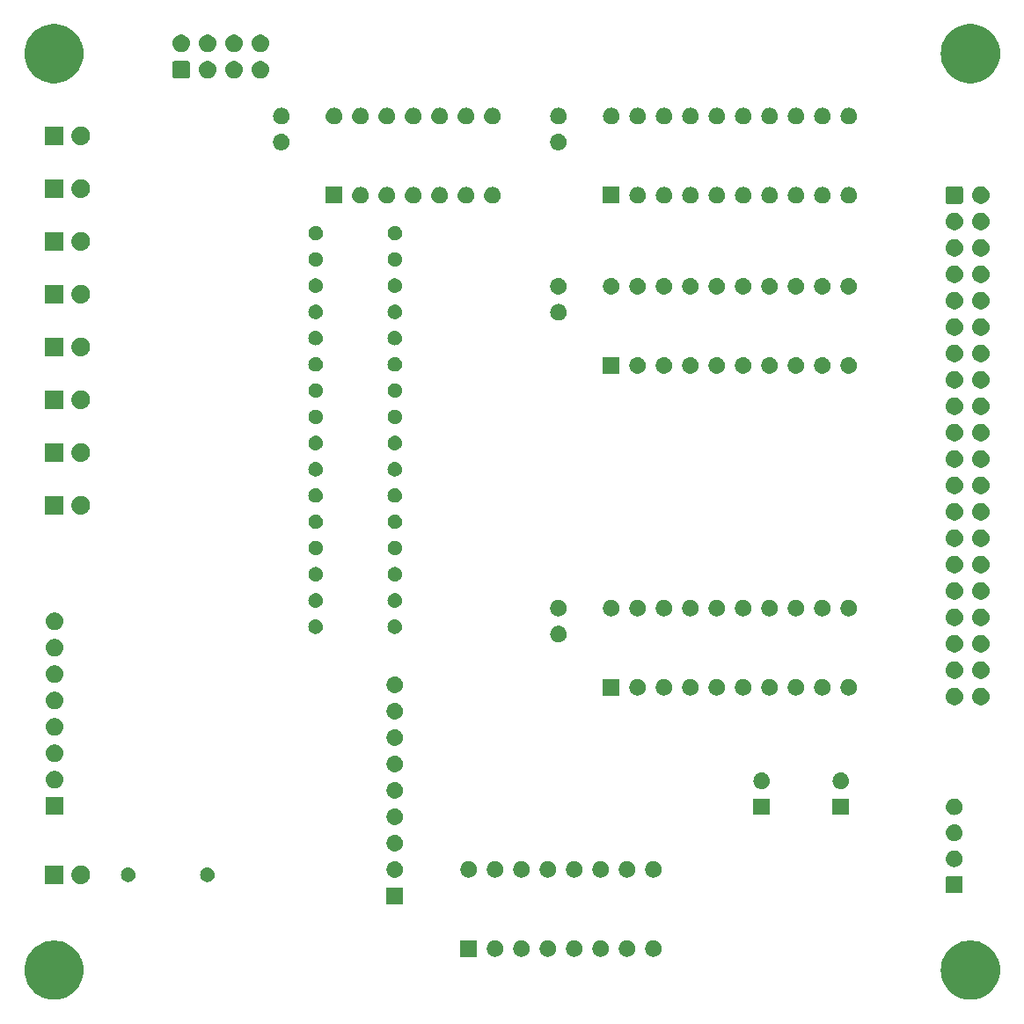
<source format=gbr>
%TF.GenerationSoftware,KiCad,Pcbnew,8.0.2*%
%TF.CreationDate,2024-06-30T15:56:36+02:00*%
%TF.ProjectId,simple_io_board,73696d70-6c65-45f6-996f-5f626f617264,rev?*%
%TF.SameCoordinates,Original*%
%TF.FileFunction,Soldermask,Bot*%
%TF.FilePolarity,Negative*%
%FSLAX46Y46*%
G04 Gerber Fmt 4.6, Leading zero omitted, Abs format (unit mm)*
G04 Created by KiCad (PCBNEW 8.0.2) date 2024-06-30 15:56:36*
%MOMM*%
%LPD*%
G01*
G04 APERTURE LIST*
G04 APERTURE END LIST*
G36*
X29419897Y-114318298D02*
G01*
X29742389Y-114394730D01*
X30053827Y-114508084D01*
X30350000Y-114656828D01*
X30626902Y-114838949D01*
X30880789Y-115051985D01*
X31108227Y-115293055D01*
X31306140Y-115558899D01*
X31471853Y-115845922D01*
X31603124Y-116150243D01*
X31698178Y-116467745D01*
X31755729Y-116794135D01*
X31775000Y-117125000D01*
X31755729Y-117455865D01*
X31698178Y-117782255D01*
X31603124Y-118099757D01*
X31471853Y-118404078D01*
X31306140Y-118691101D01*
X31108227Y-118956945D01*
X30880789Y-119198015D01*
X30626902Y-119411051D01*
X30350000Y-119593172D01*
X30053827Y-119741916D01*
X29742389Y-119855270D01*
X29419897Y-119931702D01*
X29090713Y-119970178D01*
X28759287Y-119970178D01*
X28430103Y-119931702D01*
X28107611Y-119855270D01*
X27796173Y-119741916D01*
X27500000Y-119593172D01*
X27223098Y-119411051D01*
X26969211Y-119198015D01*
X26741773Y-118956945D01*
X26543860Y-118691101D01*
X26378147Y-118404078D01*
X26246876Y-118099757D01*
X26151822Y-117782255D01*
X26094271Y-117455865D01*
X26075000Y-117125000D01*
X26094271Y-116794135D01*
X26151822Y-116467745D01*
X26246876Y-116150243D01*
X26378147Y-115845922D01*
X26543860Y-115558899D01*
X26741773Y-115293055D01*
X26969211Y-115051985D01*
X27223098Y-114838949D01*
X27500000Y-114656828D01*
X27796173Y-114508084D01*
X28107611Y-114394730D01*
X28430103Y-114318298D01*
X28759287Y-114279822D01*
X29090713Y-114279822D01*
X29419897Y-114318298D01*
G37*
G36*
X117619897Y-114318298D02*
G01*
X117942389Y-114394730D01*
X118253827Y-114508084D01*
X118550000Y-114656828D01*
X118826902Y-114838949D01*
X119080789Y-115051985D01*
X119308227Y-115293055D01*
X119506140Y-115558899D01*
X119671853Y-115845922D01*
X119803124Y-116150243D01*
X119898178Y-116467745D01*
X119955729Y-116794135D01*
X119975000Y-117125000D01*
X119955729Y-117455865D01*
X119898178Y-117782255D01*
X119803124Y-118099757D01*
X119671853Y-118404078D01*
X119506140Y-118691101D01*
X119308227Y-118956945D01*
X119080789Y-119198015D01*
X118826902Y-119411051D01*
X118550000Y-119593172D01*
X118253827Y-119741916D01*
X117942389Y-119855270D01*
X117619897Y-119931702D01*
X117290713Y-119970178D01*
X116959287Y-119970178D01*
X116630103Y-119931702D01*
X116307611Y-119855270D01*
X115996173Y-119741916D01*
X115700000Y-119593172D01*
X115423098Y-119411051D01*
X115169211Y-119198015D01*
X114941773Y-118956945D01*
X114743860Y-118691101D01*
X114578147Y-118404078D01*
X114446876Y-118099757D01*
X114351822Y-117782255D01*
X114294271Y-117455865D01*
X114275000Y-117125000D01*
X114294271Y-116794135D01*
X114351822Y-116467745D01*
X114446876Y-116150243D01*
X114578147Y-115845922D01*
X114743860Y-115558899D01*
X114941773Y-115293055D01*
X115169211Y-115051985D01*
X115423098Y-114838949D01*
X115700000Y-114656828D01*
X115996173Y-114508084D01*
X116307611Y-114394730D01*
X116630103Y-114318298D01*
X116959287Y-114279822D01*
X117290713Y-114279822D01*
X117619897Y-114318298D01*
G37*
G36*
X69634000Y-115852000D02*
G01*
X68034000Y-115852000D01*
X68034000Y-114252000D01*
X69634000Y-114252000D01*
X69634000Y-115852000D01*
G37*
G36*
X71415367Y-114256661D02*
G01*
X71457593Y-114256661D01*
X71505228Y-114266786D01*
X71552017Y-114272058D01*
X71586039Y-114283962D01*
X71621127Y-114291421D01*
X71671695Y-114313935D01*
X71721107Y-114331225D01*
X71746823Y-114347383D01*
X71773860Y-114359421D01*
X71824275Y-114396050D01*
X71872792Y-114426535D01*
X71890214Y-114443957D01*
X71909117Y-114457691D01*
X71955844Y-114509587D01*
X71999465Y-114553208D01*
X72009499Y-114569177D01*
X72020986Y-114581935D01*
X72060285Y-114650003D01*
X72094775Y-114704893D01*
X72099080Y-114717197D01*
X72104580Y-114726723D01*
X72132740Y-114813392D01*
X72153942Y-114873983D01*
X72154746Y-114881118D01*
X72156244Y-114885729D01*
X72169820Y-115014904D01*
X72174000Y-115052000D01*
X72169819Y-115089098D01*
X72156244Y-115218270D01*
X72154746Y-115222879D01*
X72153942Y-115230017D01*
X72132736Y-115290620D01*
X72104580Y-115377276D01*
X72099081Y-115386799D01*
X72094775Y-115399107D01*
X72060278Y-115454007D01*
X72020986Y-115522064D01*
X72009501Y-115534818D01*
X71999465Y-115550792D01*
X71955835Y-115594421D01*
X71909117Y-115646308D01*
X71890218Y-115660038D01*
X71872792Y-115677465D01*
X71824265Y-115707956D01*
X71773860Y-115744578D01*
X71746829Y-115756612D01*
X71721107Y-115772775D01*
X71671685Y-115790068D01*
X71621127Y-115812578D01*
X71586045Y-115820035D01*
X71552017Y-115831942D01*
X71505225Y-115837214D01*
X71457593Y-115847339D01*
X71415367Y-115847339D01*
X71374000Y-115852000D01*
X71332633Y-115847339D01*
X71290407Y-115847339D01*
X71242774Y-115837214D01*
X71195983Y-115831942D01*
X71161955Y-115820035D01*
X71126872Y-115812578D01*
X71076309Y-115790066D01*
X71026893Y-115772775D01*
X71001173Y-115756614D01*
X70974139Y-115744578D01*
X70923726Y-115707951D01*
X70875208Y-115677465D01*
X70857784Y-115660041D01*
X70838882Y-115646308D01*
X70792154Y-115594411D01*
X70748535Y-115550792D01*
X70738500Y-115534822D01*
X70727013Y-115522064D01*
X70687709Y-115453987D01*
X70653225Y-115399107D01*
X70648919Y-115386803D01*
X70643419Y-115377276D01*
X70615249Y-115290580D01*
X70594058Y-115230017D01*
X70593254Y-115222884D01*
X70591755Y-115218270D01*
X70578165Y-115088966D01*
X70574000Y-115052000D01*
X70578164Y-115015036D01*
X70591755Y-114885729D01*
X70593254Y-114881113D01*
X70594058Y-114873983D01*
X70615245Y-114813432D01*
X70643419Y-114726723D01*
X70648920Y-114717193D01*
X70653225Y-114704893D01*
X70687701Y-114650023D01*
X70727013Y-114581935D01*
X70738502Y-114569174D01*
X70748535Y-114553208D01*
X70792145Y-114509597D01*
X70838882Y-114457691D01*
X70857787Y-114443955D01*
X70875208Y-114426535D01*
X70923721Y-114396052D01*
X70974140Y-114359421D01*
X71001176Y-114347383D01*
X71026893Y-114331225D01*
X71076301Y-114313936D01*
X71126872Y-114291421D01*
X71161961Y-114283962D01*
X71195983Y-114272058D01*
X71242771Y-114266786D01*
X71290407Y-114256661D01*
X71332633Y-114256661D01*
X71374000Y-114252000D01*
X71415367Y-114256661D01*
G37*
G36*
X73955367Y-114256661D02*
G01*
X73997593Y-114256661D01*
X74045228Y-114266786D01*
X74092017Y-114272058D01*
X74126039Y-114283962D01*
X74161127Y-114291421D01*
X74211695Y-114313935D01*
X74261107Y-114331225D01*
X74286823Y-114347383D01*
X74313860Y-114359421D01*
X74364275Y-114396050D01*
X74412792Y-114426535D01*
X74430214Y-114443957D01*
X74449117Y-114457691D01*
X74495844Y-114509587D01*
X74539465Y-114553208D01*
X74549499Y-114569177D01*
X74560986Y-114581935D01*
X74600285Y-114650003D01*
X74634775Y-114704893D01*
X74639080Y-114717197D01*
X74644580Y-114726723D01*
X74672740Y-114813392D01*
X74693942Y-114873983D01*
X74694746Y-114881118D01*
X74696244Y-114885729D01*
X74709820Y-115014904D01*
X74714000Y-115052000D01*
X74709819Y-115089098D01*
X74696244Y-115218270D01*
X74694746Y-115222879D01*
X74693942Y-115230017D01*
X74672736Y-115290620D01*
X74644580Y-115377276D01*
X74639081Y-115386799D01*
X74634775Y-115399107D01*
X74600278Y-115454007D01*
X74560986Y-115522064D01*
X74549501Y-115534818D01*
X74539465Y-115550792D01*
X74495835Y-115594421D01*
X74449117Y-115646308D01*
X74430218Y-115660038D01*
X74412792Y-115677465D01*
X74364265Y-115707956D01*
X74313860Y-115744578D01*
X74286829Y-115756612D01*
X74261107Y-115772775D01*
X74211685Y-115790068D01*
X74161127Y-115812578D01*
X74126045Y-115820035D01*
X74092017Y-115831942D01*
X74045225Y-115837214D01*
X73997593Y-115847339D01*
X73955367Y-115847339D01*
X73914000Y-115852000D01*
X73872633Y-115847339D01*
X73830407Y-115847339D01*
X73782774Y-115837214D01*
X73735983Y-115831942D01*
X73701955Y-115820035D01*
X73666872Y-115812578D01*
X73616309Y-115790066D01*
X73566893Y-115772775D01*
X73541173Y-115756614D01*
X73514139Y-115744578D01*
X73463726Y-115707951D01*
X73415208Y-115677465D01*
X73397784Y-115660041D01*
X73378882Y-115646308D01*
X73332154Y-115594411D01*
X73288535Y-115550792D01*
X73278500Y-115534822D01*
X73267013Y-115522064D01*
X73227709Y-115453987D01*
X73193225Y-115399107D01*
X73188919Y-115386803D01*
X73183419Y-115377276D01*
X73155249Y-115290580D01*
X73134058Y-115230017D01*
X73133254Y-115222884D01*
X73131755Y-115218270D01*
X73118165Y-115088966D01*
X73114000Y-115052000D01*
X73118164Y-115015036D01*
X73131755Y-114885729D01*
X73133254Y-114881113D01*
X73134058Y-114873983D01*
X73155245Y-114813432D01*
X73183419Y-114726723D01*
X73188920Y-114717193D01*
X73193225Y-114704893D01*
X73227701Y-114650023D01*
X73267013Y-114581935D01*
X73278502Y-114569174D01*
X73288535Y-114553208D01*
X73332145Y-114509597D01*
X73378882Y-114457691D01*
X73397787Y-114443955D01*
X73415208Y-114426535D01*
X73463721Y-114396052D01*
X73514140Y-114359421D01*
X73541176Y-114347383D01*
X73566893Y-114331225D01*
X73616301Y-114313936D01*
X73666872Y-114291421D01*
X73701961Y-114283962D01*
X73735983Y-114272058D01*
X73782771Y-114266786D01*
X73830407Y-114256661D01*
X73872633Y-114256661D01*
X73914000Y-114252000D01*
X73955367Y-114256661D01*
G37*
G36*
X76495367Y-114256661D02*
G01*
X76537593Y-114256661D01*
X76585228Y-114266786D01*
X76632017Y-114272058D01*
X76666039Y-114283962D01*
X76701127Y-114291421D01*
X76751695Y-114313935D01*
X76801107Y-114331225D01*
X76826823Y-114347383D01*
X76853860Y-114359421D01*
X76904275Y-114396050D01*
X76952792Y-114426535D01*
X76970214Y-114443957D01*
X76989117Y-114457691D01*
X77035844Y-114509587D01*
X77079465Y-114553208D01*
X77089499Y-114569177D01*
X77100986Y-114581935D01*
X77140285Y-114650003D01*
X77174775Y-114704893D01*
X77179080Y-114717197D01*
X77184580Y-114726723D01*
X77212740Y-114813392D01*
X77233942Y-114873983D01*
X77234746Y-114881118D01*
X77236244Y-114885729D01*
X77249820Y-115014904D01*
X77254000Y-115052000D01*
X77249819Y-115089098D01*
X77236244Y-115218270D01*
X77234746Y-115222879D01*
X77233942Y-115230017D01*
X77212736Y-115290620D01*
X77184580Y-115377276D01*
X77179081Y-115386799D01*
X77174775Y-115399107D01*
X77140278Y-115454007D01*
X77100986Y-115522064D01*
X77089501Y-115534818D01*
X77079465Y-115550792D01*
X77035835Y-115594421D01*
X76989117Y-115646308D01*
X76970218Y-115660038D01*
X76952792Y-115677465D01*
X76904265Y-115707956D01*
X76853860Y-115744578D01*
X76826829Y-115756612D01*
X76801107Y-115772775D01*
X76751685Y-115790068D01*
X76701127Y-115812578D01*
X76666045Y-115820035D01*
X76632017Y-115831942D01*
X76585225Y-115837214D01*
X76537593Y-115847339D01*
X76495367Y-115847339D01*
X76454000Y-115852000D01*
X76412633Y-115847339D01*
X76370407Y-115847339D01*
X76322774Y-115837214D01*
X76275983Y-115831942D01*
X76241955Y-115820035D01*
X76206872Y-115812578D01*
X76156309Y-115790066D01*
X76106893Y-115772775D01*
X76081173Y-115756614D01*
X76054139Y-115744578D01*
X76003726Y-115707951D01*
X75955208Y-115677465D01*
X75937784Y-115660041D01*
X75918882Y-115646308D01*
X75872154Y-115594411D01*
X75828535Y-115550792D01*
X75818500Y-115534822D01*
X75807013Y-115522064D01*
X75767709Y-115453987D01*
X75733225Y-115399107D01*
X75728919Y-115386803D01*
X75723419Y-115377276D01*
X75695249Y-115290580D01*
X75674058Y-115230017D01*
X75673254Y-115222884D01*
X75671755Y-115218270D01*
X75658165Y-115088966D01*
X75654000Y-115052000D01*
X75658164Y-115015036D01*
X75671755Y-114885729D01*
X75673254Y-114881113D01*
X75674058Y-114873983D01*
X75695245Y-114813432D01*
X75723419Y-114726723D01*
X75728920Y-114717193D01*
X75733225Y-114704893D01*
X75767701Y-114650023D01*
X75807013Y-114581935D01*
X75818502Y-114569174D01*
X75828535Y-114553208D01*
X75872145Y-114509597D01*
X75918882Y-114457691D01*
X75937787Y-114443955D01*
X75955208Y-114426535D01*
X76003721Y-114396052D01*
X76054140Y-114359421D01*
X76081176Y-114347383D01*
X76106893Y-114331225D01*
X76156301Y-114313936D01*
X76206872Y-114291421D01*
X76241961Y-114283962D01*
X76275983Y-114272058D01*
X76322771Y-114266786D01*
X76370407Y-114256661D01*
X76412633Y-114256661D01*
X76454000Y-114252000D01*
X76495367Y-114256661D01*
G37*
G36*
X79035367Y-114256661D02*
G01*
X79077593Y-114256661D01*
X79125228Y-114266786D01*
X79172017Y-114272058D01*
X79206039Y-114283962D01*
X79241127Y-114291421D01*
X79291695Y-114313935D01*
X79341107Y-114331225D01*
X79366823Y-114347383D01*
X79393860Y-114359421D01*
X79444275Y-114396050D01*
X79492792Y-114426535D01*
X79510214Y-114443957D01*
X79529117Y-114457691D01*
X79575844Y-114509587D01*
X79619465Y-114553208D01*
X79629499Y-114569177D01*
X79640986Y-114581935D01*
X79680285Y-114650003D01*
X79714775Y-114704893D01*
X79719080Y-114717197D01*
X79724580Y-114726723D01*
X79752740Y-114813392D01*
X79773942Y-114873983D01*
X79774746Y-114881118D01*
X79776244Y-114885729D01*
X79789820Y-115014904D01*
X79794000Y-115052000D01*
X79789819Y-115089098D01*
X79776244Y-115218270D01*
X79774746Y-115222879D01*
X79773942Y-115230017D01*
X79752736Y-115290620D01*
X79724580Y-115377276D01*
X79719081Y-115386799D01*
X79714775Y-115399107D01*
X79680278Y-115454007D01*
X79640986Y-115522064D01*
X79629501Y-115534818D01*
X79619465Y-115550792D01*
X79575835Y-115594421D01*
X79529117Y-115646308D01*
X79510218Y-115660038D01*
X79492792Y-115677465D01*
X79444265Y-115707956D01*
X79393860Y-115744578D01*
X79366829Y-115756612D01*
X79341107Y-115772775D01*
X79291685Y-115790068D01*
X79241127Y-115812578D01*
X79206045Y-115820035D01*
X79172017Y-115831942D01*
X79125225Y-115837214D01*
X79077593Y-115847339D01*
X79035367Y-115847339D01*
X78994000Y-115852000D01*
X78952633Y-115847339D01*
X78910407Y-115847339D01*
X78862774Y-115837214D01*
X78815983Y-115831942D01*
X78781955Y-115820035D01*
X78746872Y-115812578D01*
X78696309Y-115790066D01*
X78646893Y-115772775D01*
X78621173Y-115756614D01*
X78594139Y-115744578D01*
X78543726Y-115707951D01*
X78495208Y-115677465D01*
X78477784Y-115660041D01*
X78458882Y-115646308D01*
X78412154Y-115594411D01*
X78368535Y-115550792D01*
X78358500Y-115534822D01*
X78347013Y-115522064D01*
X78307709Y-115453987D01*
X78273225Y-115399107D01*
X78268919Y-115386803D01*
X78263419Y-115377276D01*
X78235249Y-115290580D01*
X78214058Y-115230017D01*
X78213254Y-115222884D01*
X78211755Y-115218270D01*
X78198165Y-115088966D01*
X78194000Y-115052000D01*
X78198164Y-115015036D01*
X78211755Y-114885729D01*
X78213254Y-114881113D01*
X78214058Y-114873983D01*
X78235245Y-114813432D01*
X78263419Y-114726723D01*
X78268920Y-114717193D01*
X78273225Y-114704893D01*
X78307701Y-114650023D01*
X78347013Y-114581935D01*
X78358502Y-114569174D01*
X78368535Y-114553208D01*
X78412145Y-114509597D01*
X78458882Y-114457691D01*
X78477787Y-114443955D01*
X78495208Y-114426535D01*
X78543721Y-114396052D01*
X78594140Y-114359421D01*
X78621176Y-114347383D01*
X78646893Y-114331225D01*
X78696301Y-114313936D01*
X78746872Y-114291421D01*
X78781961Y-114283962D01*
X78815983Y-114272058D01*
X78862771Y-114266786D01*
X78910407Y-114256661D01*
X78952633Y-114256661D01*
X78994000Y-114252000D01*
X79035367Y-114256661D01*
G37*
G36*
X81575367Y-114256661D02*
G01*
X81617593Y-114256661D01*
X81665228Y-114266786D01*
X81712017Y-114272058D01*
X81746039Y-114283962D01*
X81781127Y-114291421D01*
X81831695Y-114313935D01*
X81881107Y-114331225D01*
X81906823Y-114347383D01*
X81933860Y-114359421D01*
X81984275Y-114396050D01*
X82032792Y-114426535D01*
X82050214Y-114443957D01*
X82069117Y-114457691D01*
X82115844Y-114509587D01*
X82159465Y-114553208D01*
X82169499Y-114569177D01*
X82180986Y-114581935D01*
X82220285Y-114650003D01*
X82254775Y-114704893D01*
X82259080Y-114717197D01*
X82264580Y-114726723D01*
X82292740Y-114813392D01*
X82313942Y-114873983D01*
X82314746Y-114881118D01*
X82316244Y-114885729D01*
X82329820Y-115014904D01*
X82334000Y-115052000D01*
X82329819Y-115089098D01*
X82316244Y-115218270D01*
X82314746Y-115222879D01*
X82313942Y-115230017D01*
X82292736Y-115290620D01*
X82264580Y-115377276D01*
X82259081Y-115386799D01*
X82254775Y-115399107D01*
X82220278Y-115454007D01*
X82180986Y-115522064D01*
X82169501Y-115534818D01*
X82159465Y-115550792D01*
X82115835Y-115594421D01*
X82069117Y-115646308D01*
X82050218Y-115660038D01*
X82032792Y-115677465D01*
X81984265Y-115707956D01*
X81933860Y-115744578D01*
X81906829Y-115756612D01*
X81881107Y-115772775D01*
X81831685Y-115790068D01*
X81781127Y-115812578D01*
X81746045Y-115820035D01*
X81712017Y-115831942D01*
X81665225Y-115837214D01*
X81617593Y-115847339D01*
X81575367Y-115847339D01*
X81534000Y-115852000D01*
X81492633Y-115847339D01*
X81450407Y-115847339D01*
X81402774Y-115837214D01*
X81355983Y-115831942D01*
X81321955Y-115820035D01*
X81286872Y-115812578D01*
X81236309Y-115790066D01*
X81186893Y-115772775D01*
X81161173Y-115756614D01*
X81134139Y-115744578D01*
X81083726Y-115707951D01*
X81035208Y-115677465D01*
X81017784Y-115660041D01*
X80998882Y-115646308D01*
X80952154Y-115594411D01*
X80908535Y-115550792D01*
X80898500Y-115534822D01*
X80887013Y-115522064D01*
X80847709Y-115453987D01*
X80813225Y-115399107D01*
X80808919Y-115386803D01*
X80803419Y-115377276D01*
X80775249Y-115290580D01*
X80754058Y-115230017D01*
X80753254Y-115222884D01*
X80751755Y-115218270D01*
X80738165Y-115088966D01*
X80734000Y-115052000D01*
X80738164Y-115015036D01*
X80751755Y-114885729D01*
X80753254Y-114881113D01*
X80754058Y-114873983D01*
X80775245Y-114813432D01*
X80803419Y-114726723D01*
X80808920Y-114717193D01*
X80813225Y-114704893D01*
X80847701Y-114650023D01*
X80887013Y-114581935D01*
X80898502Y-114569174D01*
X80908535Y-114553208D01*
X80952145Y-114509597D01*
X80998882Y-114457691D01*
X81017787Y-114443955D01*
X81035208Y-114426535D01*
X81083721Y-114396052D01*
X81134140Y-114359421D01*
X81161176Y-114347383D01*
X81186893Y-114331225D01*
X81236301Y-114313936D01*
X81286872Y-114291421D01*
X81321961Y-114283962D01*
X81355983Y-114272058D01*
X81402771Y-114266786D01*
X81450407Y-114256661D01*
X81492633Y-114256661D01*
X81534000Y-114252000D01*
X81575367Y-114256661D01*
G37*
G36*
X84115367Y-114256661D02*
G01*
X84157593Y-114256661D01*
X84205228Y-114266786D01*
X84252017Y-114272058D01*
X84286039Y-114283962D01*
X84321127Y-114291421D01*
X84371695Y-114313935D01*
X84421107Y-114331225D01*
X84446823Y-114347383D01*
X84473860Y-114359421D01*
X84524275Y-114396050D01*
X84572792Y-114426535D01*
X84590214Y-114443957D01*
X84609117Y-114457691D01*
X84655844Y-114509587D01*
X84699465Y-114553208D01*
X84709499Y-114569177D01*
X84720986Y-114581935D01*
X84760285Y-114650003D01*
X84794775Y-114704893D01*
X84799080Y-114717197D01*
X84804580Y-114726723D01*
X84832740Y-114813392D01*
X84853942Y-114873983D01*
X84854746Y-114881118D01*
X84856244Y-114885729D01*
X84869820Y-115014904D01*
X84874000Y-115052000D01*
X84869819Y-115089098D01*
X84856244Y-115218270D01*
X84854746Y-115222879D01*
X84853942Y-115230017D01*
X84832736Y-115290620D01*
X84804580Y-115377276D01*
X84799081Y-115386799D01*
X84794775Y-115399107D01*
X84760278Y-115454007D01*
X84720986Y-115522064D01*
X84709501Y-115534818D01*
X84699465Y-115550792D01*
X84655835Y-115594421D01*
X84609117Y-115646308D01*
X84590218Y-115660038D01*
X84572792Y-115677465D01*
X84524265Y-115707956D01*
X84473860Y-115744578D01*
X84446829Y-115756612D01*
X84421107Y-115772775D01*
X84371685Y-115790068D01*
X84321127Y-115812578D01*
X84286045Y-115820035D01*
X84252017Y-115831942D01*
X84205225Y-115837214D01*
X84157593Y-115847339D01*
X84115367Y-115847339D01*
X84074000Y-115852000D01*
X84032633Y-115847339D01*
X83990407Y-115847339D01*
X83942774Y-115837214D01*
X83895983Y-115831942D01*
X83861955Y-115820035D01*
X83826872Y-115812578D01*
X83776309Y-115790066D01*
X83726893Y-115772775D01*
X83701173Y-115756614D01*
X83674139Y-115744578D01*
X83623726Y-115707951D01*
X83575208Y-115677465D01*
X83557784Y-115660041D01*
X83538882Y-115646308D01*
X83492154Y-115594411D01*
X83448535Y-115550792D01*
X83438500Y-115534822D01*
X83427013Y-115522064D01*
X83387709Y-115453987D01*
X83353225Y-115399107D01*
X83348919Y-115386803D01*
X83343419Y-115377276D01*
X83315249Y-115290580D01*
X83294058Y-115230017D01*
X83293254Y-115222884D01*
X83291755Y-115218270D01*
X83278165Y-115088966D01*
X83274000Y-115052000D01*
X83278164Y-115015036D01*
X83291755Y-114885729D01*
X83293254Y-114881113D01*
X83294058Y-114873983D01*
X83315245Y-114813432D01*
X83343419Y-114726723D01*
X83348920Y-114717193D01*
X83353225Y-114704893D01*
X83387701Y-114650023D01*
X83427013Y-114581935D01*
X83438502Y-114569174D01*
X83448535Y-114553208D01*
X83492145Y-114509597D01*
X83538882Y-114457691D01*
X83557787Y-114443955D01*
X83575208Y-114426535D01*
X83623721Y-114396052D01*
X83674140Y-114359421D01*
X83701176Y-114347383D01*
X83726893Y-114331225D01*
X83776301Y-114313936D01*
X83826872Y-114291421D01*
X83861961Y-114283962D01*
X83895983Y-114272058D01*
X83942771Y-114266786D01*
X83990407Y-114256661D01*
X84032633Y-114256661D01*
X84074000Y-114252000D01*
X84115367Y-114256661D01*
G37*
G36*
X86655367Y-114256661D02*
G01*
X86697593Y-114256661D01*
X86745228Y-114266786D01*
X86792017Y-114272058D01*
X86826039Y-114283962D01*
X86861127Y-114291421D01*
X86911695Y-114313935D01*
X86961107Y-114331225D01*
X86986823Y-114347383D01*
X87013860Y-114359421D01*
X87064275Y-114396050D01*
X87112792Y-114426535D01*
X87130214Y-114443957D01*
X87149117Y-114457691D01*
X87195844Y-114509587D01*
X87239465Y-114553208D01*
X87249499Y-114569177D01*
X87260986Y-114581935D01*
X87300285Y-114650003D01*
X87334775Y-114704893D01*
X87339080Y-114717197D01*
X87344580Y-114726723D01*
X87372740Y-114813392D01*
X87393942Y-114873983D01*
X87394746Y-114881118D01*
X87396244Y-114885729D01*
X87409820Y-115014904D01*
X87414000Y-115052000D01*
X87409819Y-115089098D01*
X87396244Y-115218270D01*
X87394746Y-115222879D01*
X87393942Y-115230017D01*
X87372736Y-115290620D01*
X87344580Y-115377276D01*
X87339081Y-115386799D01*
X87334775Y-115399107D01*
X87300278Y-115454007D01*
X87260986Y-115522064D01*
X87249501Y-115534818D01*
X87239465Y-115550792D01*
X87195835Y-115594421D01*
X87149117Y-115646308D01*
X87130218Y-115660038D01*
X87112792Y-115677465D01*
X87064265Y-115707956D01*
X87013860Y-115744578D01*
X86986829Y-115756612D01*
X86961107Y-115772775D01*
X86911685Y-115790068D01*
X86861127Y-115812578D01*
X86826045Y-115820035D01*
X86792017Y-115831942D01*
X86745225Y-115837214D01*
X86697593Y-115847339D01*
X86655367Y-115847339D01*
X86614000Y-115852000D01*
X86572633Y-115847339D01*
X86530407Y-115847339D01*
X86482774Y-115837214D01*
X86435983Y-115831942D01*
X86401955Y-115820035D01*
X86366872Y-115812578D01*
X86316309Y-115790066D01*
X86266893Y-115772775D01*
X86241173Y-115756614D01*
X86214139Y-115744578D01*
X86163726Y-115707951D01*
X86115208Y-115677465D01*
X86097784Y-115660041D01*
X86078882Y-115646308D01*
X86032154Y-115594411D01*
X85988535Y-115550792D01*
X85978500Y-115534822D01*
X85967013Y-115522064D01*
X85927709Y-115453987D01*
X85893225Y-115399107D01*
X85888919Y-115386803D01*
X85883419Y-115377276D01*
X85855249Y-115290580D01*
X85834058Y-115230017D01*
X85833254Y-115222884D01*
X85831755Y-115218270D01*
X85818165Y-115088966D01*
X85814000Y-115052000D01*
X85818164Y-115015036D01*
X85831755Y-114885729D01*
X85833254Y-114881113D01*
X85834058Y-114873983D01*
X85855245Y-114813432D01*
X85883419Y-114726723D01*
X85888920Y-114717193D01*
X85893225Y-114704893D01*
X85927701Y-114650023D01*
X85967013Y-114581935D01*
X85978502Y-114569174D01*
X85988535Y-114553208D01*
X86032145Y-114509597D01*
X86078882Y-114457691D01*
X86097787Y-114443955D01*
X86115208Y-114426535D01*
X86163721Y-114396052D01*
X86214140Y-114359421D01*
X86241176Y-114347383D01*
X86266893Y-114331225D01*
X86316301Y-114313936D01*
X86366872Y-114291421D01*
X86401961Y-114283962D01*
X86435983Y-114272058D01*
X86482771Y-114266786D01*
X86530407Y-114256661D01*
X86572633Y-114256661D01*
X86614000Y-114252000D01*
X86655367Y-114256661D01*
G37*
G36*
X62522000Y-110782000D02*
G01*
X60922000Y-110782000D01*
X60922000Y-109182000D01*
X62522000Y-109182000D01*
X62522000Y-110782000D01*
G37*
G36*
X116313034Y-108107764D02*
G01*
X116346125Y-108129875D01*
X116368236Y-108162966D01*
X116376000Y-108202000D01*
X116376000Y-109610000D01*
X116368236Y-109649034D01*
X116346125Y-109682125D01*
X116313034Y-109704236D01*
X116274000Y-109712000D01*
X114866000Y-109712000D01*
X114826966Y-109704236D01*
X114793875Y-109682125D01*
X114771764Y-109649034D01*
X114764000Y-109610000D01*
X114764000Y-108202000D01*
X114771764Y-108162966D01*
X114793875Y-108129875D01*
X114826966Y-108107764D01*
X114866000Y-108100000D01*
X116274000Y-108100000D01*
X116313034Y-108107764D01*
G37*
G36*
X29856000Y-108850000D02*
G01*
X28056000Y-108850000D01*
X28056000Y-107050000D01*
X29856000Y-107050000D01*
X29856000Y-108850000D01*
G37*
G36*
X31543568Y-107054930D02*
G01*
X31590076Y-107054930D01*
X31630232Y-107063465D01*
X31671530Y-107067533D01*
X31723415Y-107083272D01*
X31774115Y-107094049D01*
X31806558Y-107108493D01*
X31840319Y-107118735D01*
X31893967Y-107147410D01*
X31946000Y-107170577D01*
X31970192Y-107188153D01*
X31995878Y-107201883D01*
X32048271Y-107244881D01*
X32098218Y-107281170D01*
X32114436Y-107299182D01*
X32132221Y-107313778D01*
X32180018Y-107372018D01*
X32224115Y-107420993D01*
X32233377Y-107437036D01*
X32244116Y-107450121D01*
X32283840Y-107524440D01*
X32318191Y-107583937D01*
X32322142Y-107596098D01*
X32327264Y-107605680D01*
X32355504Y-107698775D01*
X32376333Y-107762879D01*
X32377066Y-107769854D01*
X32378466Y-107774469D01*
X32392090Y-107912802D01*
X32396000Y-107950000D01*
X32392090Y-107987200D01*
X32378466Y-108125530D01*
X32377066Y-108130144D01*
X32376333Y-108137121D01*
X32355500Y-108201238D01*
X32327264Y-108294319D01*
X32322143Y-108303899D01*
X32318191Y-108316063D01*
X32283833Y-108375572D01*
X32244116Y-108449878D01*
X32233379Y-108462960D01*
X32224115Y-108479007D01*
X32180009Y-108527991D01*
X32132221Y-108586221D01*
X32114439Y-108600813D01*
X32098218Y-108618830D01*
X32048260Y-108655126D01*
X31995878Y-108698116D01*
X31970197Y-108711842D01*
X31946000Y-108729423D01*
X31893955Y-108752594D01*
X31840319Y-108781264D01*
X31806565Y-108791503D01*
X31774115Y-108805951D01*
X31723404Y-108816729D01*
X31671530Y-108832466D01*
X31630241Y-108836532D01*
X31590076Y-108845070D01*
X31543558Y-108845070D01*
X31496000Y-108849754D01*
X31448442Y-108845070D01*
X31401924Y-108845070D01*
X31361759Y-108836532D01*
X31320469Y-108832466D01*
X31268592Y-108816729D01*
X31217885Y-108805951D01*
X31185436Y-108791503D01*
X31151680Y-108781264D01*
X31098038Y-108752591D01*
X31046000Y-108729423D01*
X31021805Y-108711844D01*
X30996121Y-108698116D01*
X30943730Y-108655119D01*
X30893782Y-108618830D01*
X30877562Y-108600816D01*
X30859778Y-108586221D01*
X30811979Y-108527978D01*
X30767885Y-108479007D01*
X30758622Y-108462964D01*
X30747883Y-108449878D01*
X30708153Y-108375548D01*
X30673809Y-108316063D01*
X30669858Y-108303903D01*
X30664735Y-108294319D01*
X30636484Y-108201191D01*
X30615667Y-108137121D01*
X30614934Y-108130149D01*
X30613533Y-108125530D01*
X30599893Y-107987049D01*
X30596000Y-107950000D01*
X30599893Y-107912953D01*
X30613533Y-107774469D01*
X30614934Y-107769849D01*
X30615667Y-107762879D01*
X30636480Y-107698822D01*
X30664735Y-107605680D01*
X30669859Y-107596093D01*
X30673809Y-107583937D01*
X30708145Y-107524463D01*
X30747883Y-107450121D01*
X30758624Y-107437032D01*
X30767885Y-107420993D01*
X30811970Y-107372031D01*
X30859778Y-107313778D01*
X30877566Y-107299179D01*
X30893782Y-107281170D01*
X30943719Y-107244888D01*
X30996121Y-107201883D01*
X31021810Y-107188151D01*
X31046000Y-107170577D01*
X31098026Y-107147413D01*
X31151680Y-107118735D01*
X31185443Y-107108492D01*
X31217885Y-107094049D01*
X31268581Y-107083273D01*
X31320469Y-107067533D01*
X31361768Y-107063465D01*
X31401924Y-107054930D01*
X31448432Y-107054930D01*
X31496000Y-107050245D01*
X31543568Y-107054930D01*
G37*
G36*
X36110449Y-107255104D02*
G01*
X36152376Y-107255104D01*
X36187681Y-107263806D01*
X36223695Y-107267864D01*
X36270284Y-107284165D01*
X36316223Y-107295489D01*
X36343385Y-107309744D01*
X36371576Y-107319609D01*
X36419216Y-107349543D01*
X36465645Y-107373911D01*
X36484303Y-107390440D01*
X36504245Y-107402971D01*
X36549269Y-107447995D01*
X36591958Y-107485814D01*
X36602810Y-107501536D01*
X36615028Y-107513754D01*
X36653446Y-107574896D01*
X36687819Y-107624694D01*
X36692511Y-107637068D01*
X36698390Y-107646423D01*
X36726180Y-107725844D01*
X36747659Y-107782479D01*
X36748542Y-107789751D01*
X36750135Y-107794304D01*
X36763531Y-107913195D01*
X36768000Y-107950000D01*
X36763530Y-107986807D01*
X36750135Y-108105695D01*
X36748542Y-108110246D01*
X36747659Y-108117521D01*
X36726175Y-108174167D01*
X36698390Y-108253576D01*
X36692512Y-108262929D01*
X36687819Y-108275306D01*
X36653439Y-108325113D01*
X36615028Y-108386245D01*
X36602812Y-108398460D01*
X36591958Y-108414186D01*
X36549260Y-108452012D01*
X36504245Y-108497028D01*
X36484307Y-108509555D01*
X36465645Y-108526089D01*
X36419206Y-108550461D01*
X36371576Y-108580390D01*
X36343391Y-108590252D01*
X36316223Y-108604511D01*
X36270274Y-108615836D01*
X36223695Y-108632135D01*
X36187689Y-108636191D01*
X36152376Y-108644896D01*
X36110440Y-108644896D01*
X36068000Y-108649678D01*
X36025559Y-108644896D01*
X35983624Y-108644896D01*
X35948311Y-108636192D01*
X35912304Y-108632135D01*
X35865722Y-108615835D01*
X35819777Y-108604511D01*
X35792610Y-108590253D01*
X35764423Y-108580390D01*
X35716787Y-108550458D01*
X35670355Y-108526089D01*
X35651695Y-108509558D01*
X35631754Y-108497028D01*
X35586730Y-108452004D01*
X35544042Y-108414186D01*
X35533189Y-108398463D01*
X35520971Y-108386245D01*
X35482548Y-108325097D01*
X35448181Y-108275306D01*
X35443488Y-108262933D01*
X35437609Y-108253576D01*
X35409811Y-108174133D01*
X35388341Y-108117521D01*
X35387458Y-108110251D01*
X35385864Y-108105695D01*
X35372455Y-107986693D01*
X35368000Y-107950000D01*
X35372455Y-107913309D01*
X35385864Y-107794304D01*
X35387458Y-107789747D01*
X35388341Y-107782479D01*
X35409806Y-107725878D01*
X35437609Y-107646423D01*
X35443489Y-107637064D01*
X35448181Y-107624694D01*
X35482541Y-107574913D01*
X35520971Y-107513754D01*
X35533192Y-107501532D01*
X35544042Y-107485814D01*
X35586721Y-107448003D01*
X35631754Y-107402971D01*
X35651699Y-107390438D01*
X35670355Y-107373911D01*
X35716777Y-107349546D01*
X35764423Y-107319609D01*
X35792616Y-107309743D01*
X35819777Y-107295489D01*
X35865712Y-107284166D01*
X35912304Y-107267864D01*
X35948318Y-107263806D01*
X35983624Y-107255104D01*
X36025550Y-107255104D01*
X36068000Y-107250321D01*
X36110449Y-107255104D01*
G37*
G36*
X43730449Y-107255104D02*
G01*
X43772376Y-107255104D01*
X43807681Y-107263806D01*
X43843695Y-107267864D01*
X43890284Y-107284165D01*
X43936223Y-107295489D01*
X43963385Y-107309744D01*
X43991576Y-107319609D01*
X44039216Y-107349543D01*
X44085645Y-107373911D01*
X44104303Y-107390440D01*
X44124245Y-107402971D01*
X44169269Y-107447995D01*
X44211958Y-107485814D01*
X44222810Y-107501536D01*
X44235028Y-107513754D01*
X44273446Y-107574896D01*
X44307819Y-107624694D01*
X44312511Y-107637068D01*
X44318390Y-107646423D01*
X44346180Y-107725844D01*
X44367659Y-107782479D01*
X44368542Y-107789751D01*
X44370135Y-107794304D01*
X44383531Y-107913195D01*
X44388000Y-107950000D01*
X44383530Y-107986807D01*
X44370135Y-108105695D01*
X44368542Y-108110246D01*
X44367659Y-108117521D01*
X44346175Y-108174167D01*
X44318390Y-108253576D01*
X44312512Y-108262929D01*
X44307819Y-108275306D01*
X44273439Y-108325113D01*
X44235028Y-108386245D01*
X44222812Y-108398460D01*
X44211958Y-108414186D01*
X44169260Y-108452012D01*
X44124245Y-108497028D01*
X44104307Y-108509555D01*
X44085645Y-108526089D01*
X44039206Y-108550461D01*
X43991576Y-108580390D01*
X43963391Y-108590252D01*
X43936223Y-108604511D01*
X43890274Y-108615836D01*
X43843695Y-108632135D01*
X43807689Y-108636191D01*
X43772376Y-108644896D01*
X43730440Y-108644896D01*
X43688000Y-108649678D01*
X43645559Y-108644896D01*
X43603624Y-108644896D01*
X43568311Y-108636192D01*
X43532304Y-108632135D01*
X43485722Y-108615835D01*
X43439777Y-108604511D01*
X43412610Y-108590253D01*
X43384423Y-108580390D01*
X43336787Y-108550458D01*
X43290355Y-108526089D01*
X43271695Y-108509558D01*
X43251754Y-108497028D01*
X43206730Y-108452004D01*
X43164042Y-108414186D01*
X43153189Y-108398463D01*
X43140971Y-108386245D01*
X43102548Y-108325097D01*
X43068181Y-108275306D01*
X43063488Y-108262933D01*
X43057609Y-108253576D01*
X43029811Y-108174133D01*
X43008341Y-108117521D01*
X43007458Y-108110251D01*
X43005864Y-108105695D01*
X42992455Y-107986693D01*
X42988000Y-107950000D01*
X42992455Y-107913309D01*
X43005864Y-107794304D01*
X43007458Y-107789747D01*
X43008341Y-107782479D01*
X43029806Y-107725878D01*
X43057609Y-107646423D01*
X43063489Y-107637064D01*
X43068181Y-107624694D01*
X43102541Y-107574913D01*
X43140971Y-107513754D01*
X43153192Y-107501532D01*
X43164042Y-107485814D01*
X43206721Y-107448003D01*
X43251754Y-107402971D01*
X43271699Y-107390438D01*
X43290355Y-107373911D01*
X43336777Y-107349546D01*
X43384423Y-107319609D01*
X43412616Y-107309743D01*
X43439777Y-107295489D01*
X43485712Y-107284166D01*
X43532304Y-107267864D01*
X43568318Y-107263806D01*
X43603624Y-107255104D01*
X43645550Y-107255104D01*
X43688000Y-107250321D01*
X43730449Y-107255104D01*
G37*
G36*
X61763367Y-106646661D02*
G01*
X61805593Y-106646661D01*
X61853228Y-106656786D01*
X61900017Y-106662058D01*
X61934039Y-106673962D01*
X61969127Y-106681421D01*
X62019695Y-106703935D01*
X62069107Y-106721225D01*
X62094823Y-106737383D01*
X62121860Y-106749421D01*
X62172275Y-106786050D01*
X62220792Y-106816535D01*
X62238214Y-106833957D01*
X62257117Y-106847691D01*
X62303844Y-106899587D01*
X62347465Y-106943208D01*
X62357499Y-106959177D01*
X62368986Y-106971935D01*
X62408285Y-107040003D01*
X62442775Y-107094893D01*
X62447080Y-107107197D01*
X62452580Y-107116723D01*
X62480740Y-107203392D01*
X62501942Y-107263983D01*
X62502746Y-107271118D01*
X62504244Y-107275729D01*
X62517820Y-107404904D01*
X62522000Y-107442000D01*
X62517819Y-107479098D01*
X62504244Y-107608270D01*
X62502746Y-107612879D01*
X62501942Y-107620017D01*
X62480736Y-107680620D01*
X62452580Y-107767276D01*
X62447081Y-107776799D01*
X62442775Y-107789107D01*
X62408278Y-107844007D01*
X62368986Y-107912064D01*
X62357501Y-107924818D01*
X62347465Y-107940792D01*
X62303835Y-107984421D01*
X62257117Y-108036308D01*
X62238218Y-108050038D01*
X62220792Y-108067465D01*
X62172265Y-108097956D01*
X62121860Y-108134578D01*
X62094829Y-108146612D01*
X62069107Y-108162775D01*
X62019685Y-108180068D01*
X61969127Y-108202578D01*
X61934045Y-108210035D01*
X61900017Y-108221942D01*
X61853225Y-108227214D01*
X61805593Y-108237339D01*
X61763367Y-108237339D01*
X61722000Y-108242000D01*
X61680633Y-108237339D01*
X61638407Y-108237339D01*
X61590774Y-108227214D01*
X61543983Y-108221942D01*
X61509955Y-108210035D01*
X61474872Y-108202578D01*
X61424309Y-108180066D01*
X61374893Y-108162775D01*
X61349173Y-108146614D01*
X61322139Y-108134578D01*
X61271726Y-108097951D01*
X61223208Y-108067465D01*
X61205784Y-108050041D01*
X61186882Y-108036308D01*
X61140154Y-107984411D01*
X61096535Y-107940792D01*
X61086500Y-107924822D01*
X61075013Y-107912064D01*
X61035709Y-107843987D01*
X61001225Y-107789107D01*
X60996919Y-107776803D01*
X60991419Y-107767276D01*
X60963249Y-107680580D01*
X60942058Y-107620017D01*
X60941254Y-107612884D01*
X60939755Y-107608270D01*
X60926165Y-107478966D01*
X60922000Y-107442000D01*
X60926164Y-107405036D01*
X60939755Y-107275729D01*
X60941254Y-107271113D01*
X60942058Y-107263983D01*
X60963245Y-107203432D01*
X60991419Y-107116723D01*
X60996920Y-107107193D01*
X61001225Y-107094893D01*
X61035701Y-107040023D01*
X61075013Y-106971935D01*
X61086502Y-106959174D01*
X61096535Y-106943208D01*
X61140145Y-106899597D01*
X61186882Y-106847691D01*
X61205787Y-106833955D01*
X61223208Y-106816535D01*
X61271721Y-106786052D01*
X61322140Y-106749421D01*
X61349176Y-106737383D01*
X61374893Y-106721225D01*
X61424301Y-106703936D01*
X61474872Y-106681421D01*
X61509961Y-106673962D01*
X61543983Y-106662058D01*
X61590771Y-106656786D01*
X61638407Y-106646661D01*
X61680633Y-106646661D01*
X61722000Y-106642000D01*
X61763367Y-106646661D01*
G37*
G36*
X68875367Y-106636661D02*
G01*
X68917593Y-106636661D01*
X68965228Y-106646786D01*
X69012017Y-106652058D01*
X69046039Y-106663962D01*
X69081127Y-106671421D01*
X69131695Y-106693935D01*
X69181107Y-106711225D01*
X69206823Y-106727383D01*
X69233860Y-106739421D01*
X69284275Y-106776050D01*
X69332792Y-106806535D01*
X69350214Y-106823957D01*
X69369117Y-106837691D01*
X69415844Y-106889587D01*
X69459465Y-106933208D01*
X69469499Y-106949177D01*
X69480986Y-106961935D01*
X69520285Y-107030003D01*
X69554775Y-107084893D01*
X69559080Y-107097197D01*
X69564580Y-107106723D01*
X69592740Y-107193392D01*
X69613942Y-107253983D01*
X69614746Y-107261118D01*
X69616244Y-107265729D01*
X69629820Y-107394904D01*
X69634000Y-107432000D01*
X69629819Y-107469098D01*
X69616244Y-107598270D01*
X69614746Y-107602879D01*
X69613942Y-107610017D01*
X69592736Y-107670620D01*
X69564580Y-107757276D01*
X69559081Y-107766799D01*
X69554775Y-107779107D01*
X69520278Y-107834007D01*
X69480986Y-107902064D01*
X69469501Y-107914818D01*
X69459465Y-107930792D01*
X69415835Y-107974421D01*
X69369117Y-108026308D01*
X69350218Y-108040038D01*
X69332792Y-108057465D01*
X69284265Y-108087956D01*
X69233860Y-108124578D01*
X69206829Y-108136612D01*
X69181107Y-108152775D01*
X69131685Y-108170068D01*
X69081127Y-108192578D01*
X69046045Y-108200035D01*
X69012017Y-108211942D01*
X68965225Y-108217214D01*
X68917593Y-108227339D01*
X68875367Y-108227339D01*
X68834000Y-108232000D01*
X68792633Y-108227339D01*
X68750407Y-108227339D01*
X68702774Y-108217214D01*
X68655983Y-108211942D01*
X68621955Y-108200035D01*
X68586872Y-108192578D01*
X68536309Y-108170066D01*
X68486893Y-108152775D01*
X68461173Y-108136614D01*
X68434139Y-108124578D01*
X68383726Y-108087951D01*
X68335208Y-108057465D01*
X68317784Y-108040041D01*
X68298882Y-108026308D01*
X68252154Y-107974411D01*
X68208535Y-107930792D01*
X68198500Y-107914822D01*
X68187013Y-107902064D01*
X68147709Y-107833987D01*
X68113225Y-107779107D01*
X68108919Y-107766803D01*
X68103419Y-107757276D01*
X68075249Y-107670580D01*
X68054058Y-107610017D01*
X68053254Y-107602884D01*
X68051755Y-107598270D01*
X68038165Y-107468966D01*
X68034000Y-107432000D01*
X68038164Y-107395036D01*
X68051755Y-107265729D01*
X68053254Y-107261113D01*
X68054058Y-107253983D01*
X68075245Y-107193432D01*
X68103419Y-107106723D01*
X68108920Y-107097193D01*
X68113225Y-107084893D01*
X68147701Y-107030023D01*
X68187013Y-106961935D01*
X68198502Y-106949174D01*
X68208535Y-106933208D01*
X68252145Y-106889597D01*
X68298882Y-106837691D01*
X68317787Y-106823955D01*
X68335208Y-106806535D01*
X68383721Y-106776052D01*
X68434140Y-106739421D01*
X68461176Y-106727383D01*
X68486893Y-106711225D01*
X68536301Y-106693936D01*
X68586872Y-106671421D01*
X68621961Y-106663962D01*
X68655983Y-106652058D01*
X68702771Y-106646786D01*
X68750407Y-106636661D01*
X68792633Y-106636661D01*
X68834000Y-106632000D01*
X68875367Y-106636661D01*
G37*
G36*
X71415367Y-106636661D02*
G01*
X71457593Y-106636661D01*
X71505228Y-106646786D01*
X71552017Y-106652058D01*
X71586039Y-106663962D01*
X71621127Y-106671421D01*
X71671695Y-106693935D01*
X71721107Y-106711225D01*
X71746823Y-106727383D01*
X71773860Y-106739421D01*
X71824275Y-106776050D01*
X71872792Y-106806535D01*
X71890214Y-106823957D01*
X71909117Y-106837691D01*
X71955844Y-106889587D01*
X71999465Y-106933208D01*
X72009499Y-106949177D01*
X72020986Y-106961935D01*
X72060285Y-107030003D01*
X72094775Y-107084893D01*
X72099080Y-107097197D01*
X72104580Y-107106723D01*
X72132740Y-107193392D01*
X72153942Y-107253983D01*
X72154746Y-107261118D01*
X72156244Y-107265729D01*
X72169820Y-107394904D01*
X72174000Y-107432000D01*
X72169819Y-107469098D01*
X72156244Y-107598270D01*
X72154746Y-107602879D01*
X72153942Y-107610017D01*
X72132736Y-107670620D01*
X72104580Y-107757276D01*
X72099081Y-107766799D01*
X72094775Y-107779107D01*
X72060278Y-107834007D01*
X72020986Y-107902064D01*
X72009501Y-107914818D01*
X71999465Y-107930792D01*
X71955835Y-107974421D01*
X71909117Y-108026308D01*
X71890218Y-108040038D01*
X71872792Y-108057465D01*
X71824265Y-108087956D01*
X71773860Y-108124578D01*
X71746829Y-108136612D01*
X71721107Y-108152775D01*
X71671685Y-108170068D01*
X71621127Y-108192578D01*
X71586045Y-108200035D01*
X71552017Y-108211942D01*
X71505225Y-108217214D01*
X71457593Y-108227339D01*
X71415367Y-108227339D01*
X71374000Y-108232000D01*
X71332633Y-108227339D01*
X71290407Y-108227339D01*
X71242774Y-108217214D01*
X71195983Y-108211942D01*
X71161955Y-108200035D01*
X71126872Y-108192578D01*
X71076309Y-108170066D01*
X71026893Y-108152775D01*
X71001173Y-108136614D01*
X70974139Y-108124578D01*
X70923726Y-108087951D01*
X70875208Y-108057465D01*
X70857784Y-108040041D01*
X70838882Y-108026308D01*
X70792154Y-107974411D01*
X70748535Y-107930792D01*
X70738500Y-107914822D01*
X70727013Y-107902064D01*
X70687709Y-107833987D01*
X70653225Y-107779107D01*
X70648919Y-107766803D01*
X70643419Y-107757276D01*
X70615249Y-107670580D01*
X70594058Y-107610017D01*
X70593254Y-107602884D01*
X70591755Y-107598270D01*
X70578165Y-107468966D01*
X70574000Y-107432000D01*
X70578164Y-107395036D01*
X70591755Y-107265729D01*
X70593254Y-107261113D01*
X70594058Y-107253983D01*
X70615245Y-107193432D01*
X70643419Y-107106723D01*
X70648920Y-107097193D01*
X70653225Y-107084893D01*
X70687701Y-107030023D01*
X70727013Y-106961935D01*
X70738502Y-106949174D01*
X70748535Y-106933208D01*
X70792145Y-106889597D01*
X70838882Y-106837691D01*
X70857787Y-106823955D01*
X70875208Y-106806535D01*
X70923721Y-106776052D01*
X70974140Y-106739421D01*
X71001176Y-106727383D01*
X71026893Y-106711225D01*
X71076301Y-106693936D01*
X71126872Y-106671421D01*
X71161961Y-106663962D01*
X71195983Y-106652058D01*
X71242771Y-106646786D01*
X71290407Y-106636661D01*
X71332633Y-106636661D01*
X71374000Y-106632000D01*
X71415367Y-106636661D01*
G37*
G36*
X73955367Y-106636661D02*
G01*
X73997593Y-106636661D01*
X74045228Y-106646786D01*
X74092017Y-106652058D01*
X74126039Y-106663962D01*
X74161127Y-106671421D01*
X74211695Y-106693935D01*
X74261107Y-106711225D01*
X74286823Y-106727383D01*
X74313860Y-106739421D01*
X74364275Y-106776050D01*
X74412792Y-106806535D01*
X74430214Y-106823957D01*
X74449117Y-106837691D01*
X74495844Y-106889587D01*
X74539465Y-106933208D01*
X74549499Y-106949177D01*
X74560986Y-106961935D01*
X74600285Y-107030003D01*
X74634775Y-107084893D01*
X74639080Y-107097197D01*
X74644580Y-107106723D01*
X74672740Y-107193392D01*
X74693942Y-107253983D01*
X74694746Y-107261118D01*
X74696244Y-107265729D01*
X74709820Y-107394904D01*
X74714000Y-107432000D01*
X74709819Y-107469098D01*
X74696244Y-107598270D01*
X74694746Y-107602879D01*
X74693942Y-107610017D01*
X74672736Y-107670620D01*
X74644580Y-107757276D01*
X74639081Y-107766799D01*
X74634775Y-107779107D01*
X74600278Y-107834007D01*
X74560986Y-107902064D01*
X74549501Y-107914818D01*
X74539465Y-107930792D01*
X74495835Y-107974421D01*
X74449117Y-108026308D01*
X74430218Y-108040038D01*
X74412792Y-108057465D01*
X74364265Y-108087956D01*
X74313860Y-108124578D01*
X74286829Y-108136612D01*
X74261107Y-108152775D01*
X74211685Y-108170068D01*
X74161127Y-108192578D01*
X74126045Y-108200035D01*
X74092017Y-108211942D01*
X74045225Y-108217214D01*
X73997593Y-108227339D01*
X73955367Y-108227339D01*
X73914000Y-108232000D01*
X73872633Y-108227339D01*
X73830407Y-108227339D01*
X73782774Y-108217214D01*
X73735983Y-108211942D01*
X73701955Y-108200035D01*
X73666872Y-108192578D01*
X73616309Y-108170066D01*
X73566893Y-108152775D01*
X73541173Y-108136614D01*
X73514139Y-108124578D01*
X73463726Y-108087951D01*
X73415208Y-108057465D01*
X73397784Y-108040041D01*
X73378882Y-108026308D01*
X73332154Y-107974411D01*
X73288535Y-107930792D01*
X73278500Y-107914822D01*
X73267013Y-107902064D01*
X73227709Y-107833987D01*
X73193225Y-107779107D01*
X73188919Y-107766803D01*
X73183419Y-107757276D01*
X73155249Y-107670580D01*
X73134058Y-107610017D01*
X73133254Y-107602884D01*
X73131755Y-107598270D01*
X73118165Y-107468966D01*
X73114000Y-107432000D01*
X73118164Y-107395036D01*
X73131755Y-107265729D01*
X73133254Y-107261113D01*
X73134058Y-107253983D01*
X73155245Y-107193432D01*
X73183419Y-107106723D01*
X73188920Y-107097193D01*
X73193225Y-107084893D01*
X73227701Y-107030023D01*
X73267013Y-106961935D01*
X73278502Y-106949174D01*
X73288535Y-106933208D01*
X73332145Y-106889597D01*
X73378882Y-106837691D01*
X73397787Y-106823955D01*
X73415208Y-106806535D01*
X73463721Y-106776052D01*
X73514140Y-106739421D01*
X73541176Y-106727383D01*
X73566893Y-106711225D01*
X73616301Y-106693936D01*
X73666872Y-106671421D01*
X73701961Y-106663962D01*
X73735983Y-106652058D01*
X73782771Y-106646786D01*
X73830407Y-106636661D01*
X73872633Y-106636661D01*
X73914000Y-106632000D01*
X73955367Y-106636661D01*
G37*
G36*
X76495367Y-106636661D02*
G01*
X76537593Y-106636661D01*
X76585228Y-106646786D01*
X76632017Y-106652058D01*
X76666039Y-106663962D01*
X76701127Y-106671421D01*
X76751695Y-106693935D01*
X76801107Y-106711225D01*
X76826823Y-106727383D01*
X76853860Y-106739421D01*
X76904275Y-106776050D01*
X76952792Y-106806535D01*
X76970214Y-106823957D01*
X76989117Y-106837691D01*
X77035844Y-106889587D01*
X77079465Y-106933208D01*
X77089499Y-106949177D01*
X77100986Y-106961935D01*
X77140285Y-107030003D01*
X77174775Y-107084893D01*
X77179080Y-107097197D01*
X77184580Y-107106723D01*
X77212740Y-107193392D01*
X77233942Y-107253983D01*
X77234746Y-107261118D01*
X77236244Y-107265729D01*
X77249820Y-107394904D01*
X77254000Y-107432000D01*
X77249819Y-107469098D01*
X77236244Y-107598270D01*
X77234746Y-107602879D01*
X77233942Y-107610017D01*
X77212736Y-107670620D01*
X77184580Y-107757276D01*
X77179081Y-107766799D01*
X77174775Y-107779107D01*
X77140278Y-107834007D01*
X77100986Y-107902064D01*
X77089501Y-107914818D01*
X77079465Y-107930792D01*
X77035835Y-107974421D01*
X76989117Y-108026308D01*
X76970218Y-108040038D01*
X76952792Y-108057465D01*
X76904265Y-108087956D01*
X76853860Y-108124578D01*
X76826829Y-108136612D01*
X76801107Y-108152775D01*
X76751685Y-108170068D01*
X76701127Y-108192578D01*
X76666045Y-108200035D01*
X76632017Y-108211942D01*
X76585225Y-108217214D01*
X76537593Y-108227339D01*
X76495367Y-108227339D01*
X76454000Y-108232000D01*
X76412633Y-108227339D01*
X76370407Y-108227339D01*
X76322774Y-108217214D01*
X76275983Y-108211942D01*
X76241955Y-108200035D01*
X76206872Y-108192578D01*
X76156309Y-108170066D01*
X76106893Y-108152775D01*
X76081173Y-108136614D01*
X76054139Y-108124578D01*
X76003726Y-108087951D01*
X75955208Y-108057465D01*
X75937784Y-108040041D01*
X75918882Y-108026308D01*
X75872154Y-107974411D01*
X75828535Y-107930792D01*
X75818500Y-107914822D01*
X75807013Y-107902064D01*
X75767709Y-107833987D01*
X75733225Y-107779107D01*
X75728919Y-107766803D01*
X75723419Y-107757276D01*
X75695249Y-107670580D01*
X75674058Y-107610017D01*
X75673254Y-107602884D01*
X75671755Y-107598270D01*
X75658165Y-107468966D01*
X75654000Y-107432000D01*
X75658164Y-107395036D01*
X75671755Y-107265729D01*
X75673254Y-107261113D01*
X75674058Y-107253983D01*
X75695245Y-107193432D01*
X75723419Y-107106723D01*
X75728920Y-107097193D01*
X75733225Y-107084893D01*
X75767701Y-107030023D01*
X75807013Y-106961935D01*
X75818502Y-106949174D01*
X75828535Y-106933208D01*
X75872145Y-106889597D01*
X75918882Y-106837691D01*
X75937787Y-106823955D01*
X75955208Y-106806535D01*
X76003721Y-106776052D01*
X76054140Y-106739421D01*
X76081176Y-106727383D01*
X76106893Y-106711225D01*
X76156301Y-106693936D01*
X76206872Y-106671421D01*
X76241961Y-106663962D01*
X76275983Y-106652058D01*
X76322771Y-106646786D01*
X76370407Y-106636661D01*
X76412633Y-106636661D01*
X76454000Y-106632000D01*
X76495367Y-106636661D01*
G37*
G36*
X79035367Y-106636661D02*
G01*
X79077593Y-106636661D01*
X79125228Y-106646786D01*
X79172017Y-106652058D01*
X79206039Y-106663962D01*
X79241127Y-106671421D01*
X79291695Y-106693935D01*
X79341107Y-106711225D01*
X79366823Y-106727383D01*
X79393860Y-106739421D01*
X79444275Y-106776050D01*
X79492792Y-106806535D01*
X79510214Y-106823957D01*
X79529117Y-106837691D01*
X79575844Y-106889587D01*
X79619465Y-106933208D01*
X79629499Y-106949177D01*
X79640986Y-106961935D01*
X79680285Y-107030003D01*
X79714775Y-107084893D01*
X79719080Y-107097197D01*
X79724580Y-107106723D01*
X79752740Y-107193392D01*
X79773942Y-107253983D01*
X79774746Y-107261118D01*
X79776244Y-107265729D01*
X79789820Y-107394904D01*
X79794000Y-107432000D01*
X79789819Y-107469098D01*
X79776244Y-107598270D01*
X79774746Y-107602879D01*
X79773942Y-107610017D01*
X79752736Y-107670620D01*
X79724580Y-107757276D01*
X79719081Y-107766799D01*
X79714775Y-107779107D01*
X79680278Y-107834007D01*
X79640986Y-107902064D01*
X79629501Y-107914818D01*
X79619465Y-107930792D01*
X79575835Y-107974421D01*
X79529117Y-108026308D01*
X79510218Y-108040038D01*
X79492792Y-108057465D01*
X79444265Y-108087956D01*
X79393860Y-108124578D01*
X79366829Y-108136612D01*
X79341107Y-108152775D01*
X79291685Y-108170068D01*
X79241127Y-108192578D01*
X79206045Y-108200035D01*
X79172017Y-108211942D01*
X79125225Y-108217214D01*
X79077593Y-108227339D01*
X79035367Y-108227339D01*
X78994000Y-108232000D01*
X78952633Y-108227339D01*
X78910407Y-108227339D01*
X78862774Y-108217214D01*
X78815983Y-108211942D01*
X78781955Y-108200035D01*
X78746872Y-108192578D01*
X78696309Y-108170066D01*
X78646893Y-108152775D01*
X78621173Y-108136614D01*
X78594139Y-108124578D01*
X78543726Y-108087951D01*
X78495208Y-108057465D01*
X78477784Y-108040041D01*
X78458882Y-108026308D01*
X78412154Y-107974411D01*
X78368535Y-107930792D01*
X78358500Y-107914822D01*
X78347013Y-107902064D01*
X78307709Y-107833987D01*
X78273225Y-107779107D01*
X78268919Y-107766803D01*
X78263419Y-107757276D01*
X78235249Y-107670580D01*
X78214058Y-107610017D01*
X78213254Y-107602884D01*
X78211755Y-107598270D01*
X78198165Y-107468966D01*
X78194000Y-107432000D01*
X78198164Y-107395036D01*
X78211755Y-107265729D01*
X78213254Y-107261113D01*
X78214058Y-107253983D01*
X78235245Y-107193432D01*
X78263419Y-107106723D01*
X78268920Y-107097193D01*
X78273225Y-107084893D01*
X78307701Y-107030023D01*
X78347013Y-106961935D01*
X78358502Y-106949174D01*
X78368535Y-106933208D01*
X78412145Y-106889597D01*
X78458882Y-106837691D01*
X78477787Y-106823955D01*
X78495208Y-106806535D01*
X78543721Y-106776052D01*
X78594140Y-106739421D01*
X78621176Y-106727383D01*
X78646893Y-106711225D01*
X78696301Y-106693936D01*
X78746872Y-106671421D01*
X78781961Y-106663962D01*
X78815983Y-106652058D01*
X78862771Y-106646786D01*
X78910407Y-106636661D01*
X78952633Y-106636661D01*
X78994000Y-106632000D01*
X79035367Y-106636661D01*
G37*
G36*
X81575367Y-106636661D02*
G01*
X81617593Y-106636661D01*
X81665228Y-106646786D01*
X81712017Y-106652058D01*
X81746039Y-106663962D01*
X81781127Y-106671421D01*
X81831695Y-106693935D01*
X81881107Y-106711225D01*
X81906823Y-106727383D01*
X81933860Y-106739421D01*
X81984275Y-106776050D01*
X82032792Y-106806535D01*
X82050214Y-106823957D01*
X82069117Y-106837691D01*
X82115844Y-106889587D01*
X82159465Y-106933208D01*
X82169499Y-106949177D01*
X82180986Y-106961935D01*
X82220285Y-107030003D01*
X82254775Y-107084893D01*
X82259080Y-107097197D01*
X82264580Y-107106723D01*
X82292740Y-107193392D01*
X82313942Y-107253983D01*
X82314746Y-107261118D01*
X82316244Y-107265729D01*
X82329820Y-107394904D01*
X82334000Y-107432000D01*
X82329819Y-107469098D01*
X82316244Y-107598270D01*
X82314746Y-107602879D01*
X82313942Y-107610017D01*
X82292736Y-107670620D01*
X82264580Y-107757276D01*
X82259081Y-107766799D01*
X82254775Y-107779107D01*
X82220278Y-107834007D01*
X82180986Y-107902064D01*
X82169501Y-107914818D01*
X82159465Y-107930792D01*
X82115835Y-107974421D01*
X82069117Y-108026308D01*
X82050218Y-108040038D01*
X82032792Y-108057465D01*
X81984265Y-108087956D01*
X81933860Y-108124578D01*
X81906829Y-108136612D01*
X81881107Y-108152775D01*
X81831685Y-108170068D01*
X81781127Y-108192578D01*
X81746045Y-108200035D01*
X81712017Y-108211942D01*
X81665225Y-108217214D01*
X81617593Y-108227339D01*
X81575367Y-108227339D01*
X81534000Y-108232000D01*
X81492633Y-108227339D01*
X81450407Y-108227339D01*
X81402774Y-108217214D01*
X81355983Y-108211942D01*
X81321955Y-108200035D01*
X81286872Y-108192578D01*
X81236309Y-108170066D01*
X81186893Y-108152775D01*
X81161173Y-108136614D01*
X81134139Y-108124578D01*
X81083726Y-108087951D01*
X81035208Y-108057465D01*
X81017784Y-108040041D01*
X80998882Y-108026308D01*
X80952154Y-107974411D01*
X80908535Y-107930792D01*
X80898500Y-107914822D01*
X80887013Y-107902064D01*
X80847709Y-107833987D01*
X80813225Y-107779107D01*
X80808919Y-107766803D01*
X80803419Y-107757276D01*
X80775249Y-107670580D01*
X80754058Y-107610017D01*
X80753254Y-107602884D01*
X80751755Y-107598270D01*
X80738165Y-107468966D01*
X80734000Y-107432000D01*
X80738164Y-107395036D01*
X80751755Y-107265729D01*
X80753254Y-107261113D01*
X80754058Y-107253983D01*
X80775245Y-107193432D01*
X80803419Y-107106723D01*
X80808920Y-107097193D01*
X80813225Y-107084893D01*
X80847701Y-107030023D01*
X80887013Y-106961935D01*
X80898502Y-106949174D01*
X80908535Y-106933208D01*
X80952145Y-106889597D01*
X80998882Y-106837691D01*
X81017787Y-106823955D01*
X81035208Y-106806535D01*
X81083721Y-106776052D01*
X81134140Y-106739421D01*
X81161176Y-106727383D01*
X81186893Y-106711225D01*
X81236301Y-106693936D01*
X81286872Y-106671421D01*
X81321961Y-106663962D01*
X81355983Y-106652058D01*
X81402771Y-106646786D01*
X81450407Y-106636661D01*
X81492633Y-106636661D01*
X81534000Y-106632000D01*
X81575367Y-106636661D01*
G37*
G36*
X84115367Y-106636661D02*
G01*
X84157593Y-106636661D01*
X84205228Y-106646786D01*
X84252017Y-106652058D01*
X84286039Y-106663962D01*
X84321127Y-106671421D01*
X84371695Y-106693935D01*
X84421107Y-106711225D01*
X84446823Y-106727383D01*
X84473860Y-106739421D01*
X84524275Y-106776050D01*
X84572792Y-106806535D01*
X84590214Y-106823957D01*
X84609117Y-106837691D01*
X84655844Y-106889587D01*
X84699465Y-106933208D01*
X84709499Y-106949177D01*
X84720986Y-106961935D01*
X84760285Y-107030003D01*
X84794775Y-107084893D01*
X84799080Y-107097197D01*
X84804580Y-107106723D01*
X84832740Y-107193392D01*
X84853942Y-107253983D01*
X84854746Y-107261118D01*
X84856244Y-107265729D01*
X84869820Y-107394904D01*
X84874000Y-107432000D01*
X84869819Y-107469098D01*
X84856244Y-107598270D01*
X84854746Y-107602879D01*
X84853942Y-107610017D01*
X84832736Y-107670620D01*
X84804580Y-107757276D01*
X84799081Y-107766799D01*
X84794775Y-107779107D01*
X84760278Y-107834007D01*
X84720986Y-107902064D01*
X84709501Y-107914818D01*
X84699465Y-107930792D01*
X84655835Y-107974421D01*
X84609117Y-108026308D01*
X84590218Y-108040038D01*
X84572792Y-108057465D01*
X84524265Y-108087956D01*
X84473860Y-108124578D01*
X84446829Y-108136612D01*
X84421107Y-108152775D01*
X84371685Y-108170068D01*
X84321127Y-108192578D01*
X84286045Y-108200035D01*
X84252017Y-108211942D01*
X84205225Y-108217214D01*
X84157593Y-108227339D01*
X84115367Y-108227339D01*
X84074000Y-108232000D01*
X84032633Y-108227339D01*
X83990407Y-108227339D01*
X83942774Y-108217214D01*
X83895983Y-108211942D01*
X83861955Y-108200035D01*
X83826872Y-108192578D01*
X83776309Y-108170066D01*
X83726893Y-108152775D01*
X83701173Y-108136614D01*
X83674139Y-108124578D01*
X83623726Y-108087951D01*
X83575208Y-108057465D01*
X83557784Y-108040041D01*
X83538882Y-108026308D01*
X83492154Y-107974411D01*
X83448535Y-107930792D01*
X83438500Y-107914822D01*
X83427013Y-107902064D01*
X83387709Y-107833987D01*
X83353225Y-107779107D01*
X83348919Y-107766803D01*
X83343419Y-107757276D01*
X83315249Y-107670580D01*
X83294058Y-107610017D01*
X83293254Y-107602884D01*
X83291755Y-107598270D01*
X83278165Y-107468966D01*
X83274000Y-107432000D01*
X83278164Y-107395036D01*
X83291755Y-107265729D01*
X83293254Y-107261113D01*
X83294058Y-107253983D01*
X83315245Y-107193432D01*
X83343419Y-107106723D01*
X83348920Y-107097193D01*
X83353225Y-107084893D01*
X83387701Y-107030023D01*
X83427013Y-106961935D01*
X83438502Y-106949174D01*
X83448535Y-106933208D01*
X83492145Y-106889597D01*
X83538882Y-106837691D01*
X83557787Y-106823955D01*
X83575208Y-106806535D01*
X83623721Y-106776052D01*
X83674140Y-106739421D01*
X83701176Y-106727383D01*
X83726893Y-106711225D01*
X83776301Y-106693936D01*
X83826872Y-106671421D01*
X83861961Y-106663962D01*
X83895983Y-106652058D01*
X83942771Y-106646786D01*
X83990407Y-106636661D01*
X84032633Y-106636661D01*
X84074000Y-106632000D01*
X84115367Y-106636661D01*
G37*
G36*
X86655367Y-106636661D02*
G01*
X86697593Y-106636661D01*
X86745228Y-106646786D01*
X86792017Y-106652058D01*
X86826039Y-106663962D01*
X86861127Y-106671421D01*
X86911695Y-106693935D01*
X86961107Y-106711225D01*
X86986823Y-106727383D01*
X87013860Y-106739421D01*
X87064275Y-106776050D01*
X87112792Y-106806535D01*
X87130214Y-106823957D01*
X87149117Y-106837691D01*
X87195844Y-106889587D01*
X87239465Y-106933208D01*
X87249499Y-106949177D01*
X87260986Y-106961935D01*
X87300285Y-107030003D01*
X87334775Y-107084893D01*
X87339080Y-107097197D01*
X87344580Y-107106723D01*
X87372740Y-107193392D01*
X87393942Y-107253983D01*
X87394746Y-107261118D01*
X87396244Y-107265729D01*
X87409820Y-107394904D01*
X87414000Y-107432000D01*
X87409819Y-107469098D01*
X87396244Y-107598270D01*
X87394746Y-107602879D01*
X87393942Y-107610017D01*
X87372736Y-107670620D01*
X87344580Y-107757276D01*
X87339081Y-107766799D01*
X87334775Y-107779107D01*
X87300278Y-107834007D01*
X87260986Y-107902064D01*
X87249501Y-107914818D01*
X87239465Y-107930792D01*
X87195835Y-107974421D01*
X87149117Y-108026308D01*
X87130218Y-108040038D01*
X87112792Y-108057465D01*
X87064265Y-108087956D01*
X87013860Y-108124578D01*
X86986829Y-108136612D01*
X86961107Y-108152775D01*
X86911685Y-108170068D01*
X86861127Y-108192578D01*
X86826045Y-108200035D01*
X86792017Y-108211942D01*
X86745225Y-108217214D01*
X86697593Y-108227339D01*
X86655367Y-108227339D01*
X86614000Y-108232000D01*
X86572633Y-108227339D01*
X86530407Y-108227339D01*
X86482774Y-108217214D01*
X86435983Y-108211942D01*
X86401955Y-108200035D01*
X86366872Y-108192578D01*
X86316309Y-108170066D01*
X86266893Y-108152775D01*
X86241173Y-108136614D01*
X86214139Y-108124578D01*
X86163726Y-108087951D01*
X86115208Y-108057465D01*
X86097784Y-108040041D01*
X86078882Y-108026308D01*
X86032154Y-107974411D01*
X85988535Y-107930792D01*
X85978500Y-107914822D01*
X85967013Y-107902064D01*
X85927709Y-107833987D01*
X85893225Y-107779107D01*
X85888919Y-107766803D01*
X85883419Y-107757276D01*
X85855249Y-107670580D01*
X85834058Y-107610017D01*
X85833254Y-107602884D01*
X85831755Y-107598270D01*
X85818165Y-107468966D01*
X85814000Y-107432000D01*
X85818164Y-107395036D01*
X85831755Y-107265729D01*
X85833254Y-107261113D01*
X85834058Y-107253983D01*
X85855245Y-107193432D01*
X85883419Y-107106723D01*
X85888920Y-107097193D01*
X85893225Y-107084893D01*
X85927701Y-107030023D01*
X85967013Y-106961935D01*
X85978502Y-106949174D01*
X85988535Y-106933208D01*
X86032145Y-106889597D01*
X86078882Y-106837691D01*
X86097787Y-106823955D01*
X86115208Y-106806535D01*
X86163721Y-106776052D01*
X86214140Y-106739421D01*
X86241176Y-106727383D01*
X86266893Y-106711225D01*
X86316301Y-106693936D01*
X86366872Y-106671421D01*
X86401961Y-106663962D01*
X86435983Y-106652058D01*
X86482771Y-106646786D01*
X86530407Y-106636661D01*
X86572633Y-106636661D01*
X86614000Y-106632000D01*
X86655367Y-106636661D01*
G37*
G36*
X115611661Y-105604694D02*
G01*
X115654220Y-105604694D01*
X115702228Y-105614898D01*
X115749352Y-105620208D01*
X115783617Y-105632198D01*
X115818982Y-105639715D01*
X115869950Y-105662407D01*
X115919710Y-105679819D01*
X115945608Y-105696091D01*
X115972860Y-105708225D01*
X116023676Y-105745145D01*
X116072533Y-105775844D01*
X116090078Y-105793389D01*
X116109131Y-105807232D01*
X116156232Y-105859543D01*
X116200156Y-105903467D01*
X116210259Y-105919546D01*
X116221840Y-105932408D01*
X116261463Y-106001036D01*
X116296181Y-106056290D01*
X116300515Y-106068676D01*
X116306061Y-106078282D01*
X116334459Y-106165684D01*
X116355792Y-106226648D01*
X116356600Y-106233827D01*
X116358113Y-106238481D01*
X116371819Y-106368898D01*
X116376000Y-106406000D01*
X116371819Y-106443104D01*
X116358113Y-106573518D01*
X116356601Y-106578171D01*
X116355792Y-106585352D01*
X116334455Y-106646328D01*
X116306061Y-106733717D01*
X116300516Y-106743320D01*
X116296181Y-106755710D01*
X116261456Y-106810974D01*
X116221840Y-106879591D01*
X116210261Y-106892450D01*
X116200156Y-106908533D01*
X116156223Y-106952465D01*
X116109131Y-107004767D01*
X116090082Y-107018606D01*
X116072533Y-107036156D01*
X116023666Y-107066861D01*
X115972860Y-107103774D01*
X115945613Y-107115904D01*
X115919710Y-107132181D01*
X115869940Y-107149596D01*
X115818982Y-107172284D01*
X115783623Y-107179799D01*
X115749352Y-107191792D01*
X115702225Y-107197101D01*
X115654220Y-107207306D01*
X115611661Y-107207306D01*
X115570000Y-107212000D01*
X115528339Y-107207306D01*
X115485780Y-107207306D01*
X115437773Y-107197101D01*
X115390648Y-107191792D01*
X115356377Y-107179800D01*
X115321017Y-107172284D01*
X115270055Y-107149594D01*
X115220290Y-107132181D01*
X115194388Y-107115906D01*
X115167139Y-107103774D01*
X115116326Y-107066856D01*
X115067467Y-107036156D01*
X115049920Y-107018609D01*
X115030868Y-107004767D01*
X114983766Y-106952455D01*
X114939844Y-106908533D01*
X114929740Y-106892454D01*
X114918159Y-106879591D01*
X114878531Y-106810954D01*
X114843819Y-106755710D01*
X114839485Y-106743325D01*
X114833938Y-106733717D01*
X114805530Y-106646288D01*
X114784208Y-106585352D01*
X114783399Y-106578175D01*
X114781886Y-106573518D01*
X114768165Y-106442972D01*
X114764000Y-106406000D01*
X114768165Y-106369030D01*
X114781886Y-106238481D01*
X114783399Y-106233822D01*
X114784208Y-106226648D01*
X114805526Y-106165724D01*
X114833938Y-106078282D01*
X114839486Y-106068672D01*
X114843819Y-106056290D01*
X114878524Y-106001056D01*
X114918159Y-105932408D01*
X114929742Y-105919542D01*
X114939844Y-105903467D01*
X114983757Y-105859553D01*
X115030868Y-105807232D01*
X115049923Y-105793387D01*
X115067467Y-105775844D01*
X115116320Y-105745147D01*
X115167140Y-105708225D01*
X115194391Y-105696091D01*
X115220290Y-105679819D01*
X115270049Y-105662407D01*
X115321018Y-105639715D01*
X115356382Y-105632198D01*
X115390648Y-105620208D01*
X115437771Y-105614898D01*
X115485780Y-105604694D01*
X115528339Y-105604694D01*
X115570000Y-105600000D01*
X115611661Y-105604694D01*
G37*
G36*
X61763367Y-104106661D02*
G01*
X61805593Y-104106661D01*
X61853228Y-104116786D01*
X61900017Y-104122058D01*
X61934039Y-104133962D01*
X61969127Y-104141421D01*
X62019695Y-104163935D01*
X62069107Y-104181225D01*
X62094823Y-104197383D01*
X62121860Y-104209421D01*
X62172275Y-104246050D01*
X62220792Y-104276535D01*
X62238214Y-104293957D01*
X62257117Y-104307691D01*
X62303844Y-104359587D01*
X62347465Y-104403208D01*
X62357499Y-104419177D01*
X62368986Y-104431935D01*
X62408285Y-104500003D01*
X62442775Y-104554893D01*
X62447080Y-104567197D01*
X62452580Y-104576723D01*
X62480740Y-104663392D01*
X62501942Y-104723983D01*
X62502746Y-104731118D01*
X62504244Y-104735729D01*
X62517820Y-104864904D01*
X62522000Y-104902000D01*
X62517819Y-104939098D01*
X62504244Y-105068270D01*
X62502746Y-105072879D01*
X62501942Y-105080017D01*
X62480736Y-105140620D01*
X62452580Y-105227276D01*
X62447081Y-105236799D01*
X62442775Y-105249107D01*
X62408278Y-105304007D01*
X62368986Y-105372064D01*
X62357501Y-105384818D01*
X62347465Y-105400792D01*
X62303835Y-105444421D01*
X62257117Y-105496308D01*
X62238218Y-105510038D01*
X62220792Y-105527465D01*
X62172265Y-105557956D01*
X62121860Y-105594578D01*
X62094829Y-105606612D01*
X62069107Y-105622775D01*
X62019685Y-105640068D01*
X61969127Y-105662578D01*
X61934045Y-105670035D01*
X61900017Y-105681942D01*
X61853225Y-105687214D01*
X61805593Y-105697339D01*
X61763367Y-105697339D01*
X61722000Y-105702000D01*
X61680633Y-105697339D01*
X61638407Y-105697339D01*
X61590774Y-105687214D01*
X61543983Y-105681942D01*
X61509955Y-105670035D01*
X61474872Y-105662578D01*
X61424309Y-105640066D01*
X61374893Y-105622775D01*
X61349173Y-105606614D01*
X61322139Y-105594578D01*
X61271726Y-105557951D01*
X61223208Y-105527465D01*
X61205784Y-105510041D01*
X61186882Y-105496308D01*
X61140154Y-105444411D01*
X61096535Y-105400792D01*
X61086500Y-105384822D01*
X61075013Y-105372064D01*
X61035709Y-105303987D01*
X61001225Y-105249107D01*
X60996919Y-105236803D01*
X60991419Y-105227276D01*
X60963249Y-105140580D01*
X60942058Y-105080017D01*
X60941254Y-105072884D01*
X60939755Y-105068270D01*
X60926165Y-104938966D01*
X60922000Y-104902000D01*
X60926164Y-104865036D01*
X60939755Y-104735729D01*
X60941254Y-104731113D01*
X60942058Y-104723983D01*
X60963245Y-104663432D01*
X60991419Y-104576723D01*
X60996920Y-104567193D01*
X61001225Y-104554893D01*
X61035701Y-104500023D01*
X61075013Y-104431935D01*
X61086502Y-104419174D01*
X61096535Y-104403208D01*
X61140145Y-104359597D01*
X61186882Y-104307691D01*
X61205787Y-104293955D01*
X61223208Y-104276535D01*
X61271721Y-104246052D01*
X61322140Y-104209421D01*
X61349176Y-104197383D01*
X61374893Y-104181225D01*
X61424301Y-104163936D01*
X61474872Y-104141421D01*
X61509961Y-104133962D01*
X61543983Y-104122058D01*
X61590771Y-104116786D01*
X61638407Y-104106661D01*
X61680633Y-104106661D01*
X61722000Y-104102000D01*
X61763367Y-104106661D01*
G37*
G36*
X115611661Y-103104694D02*
G01*
X115654220Y-103104694D01*
X115702228Y-103114898D01*
X115749352Y-103120208D01*
X115783617Y-103132198D01*
X115818982Y-103139715D01*
X115869950Y-103162407D01*
X115919710Y-103179819D01*
X115945608Y-103196091D01*
X115972860Y-103208225D01*
X116023676Y-103245145D01*
X116072533Y-103275844D01*
X116090078Y-103293389D01*
X116109131Y-103307232D01*
X116156232Y-103359543D01*
X116200156Y-103403467D01*
X116210259Y-103419546D01*
X116221840Y-103432408D01*
X116261463Y-103501036D01*
X116296181Y-103556290D01*
X116300515Y-103568676D01*
X116306061Y-103578282D01*
X116334459Y-103665684D01*
X116355792Y-103726648D01*
X116356600Y-103733827D01*
X116358113Y-103738481D01*
X116371819Y-103868898D01*
X116376000Y-103906000D01*
X116371819Y-103943104D01*
X116358113Y-104073518D01*
X116356601Y-104078171D01*
X116355792Y-104085352D01*
X116334455Y-104146328D01*
X116306061Y-104233717D01*
X116300516Y-104243320D01*
X116296181Y-104255710D01*
X116261456Y-104310974D01*
X116221840Y-104379591D01*
X116210261Y-104392450D01*
X116200156Y-104408533D01*
X116156223Y-104452465D01*
X116109131Y-104504767D01*
X116090082Y-104518606D01*
X116072533Y-104536156D01*
X116023666Y-104566861D01*
X115972860Y-104603774D01*
X115945613Y-104615904D01*
X115919710Y-104632181D01*
X115869940Y-104649596D01*
X115818982Y-104672284D01*
X115783623Y-104679799D01*
X115749352Y-104691792D01*
X115702225Y-104697101D01*
X115654220Y-104707306D01*
X115611661Y-104707306D01*
X115570000Y-104712000D01*
X115528339Y-104707306D01*
X115485780Y-104707306D01*
X115437773Y-104697101D01*
X115390648Y-104691792D01*
X115356377Y-104679800D01*
X115321017Y-104672284D01*
X115270055Y-104649594D01*
X115220290Y-104632181D01*
X115194388Y-104615906D01*
X115167139Y-104603774D01*
X115116326Y-104566856D01*
X115067467Y-104536156D01*
X115049920Y-104518609D01*
X115030868Y-104504767D01*
X114983766Y-104452455D01*
X114939844Y-104408533D01*
X114929740Y-104392454D01*
X114918159Y-104379591D01*
X114878531Y-104310954D01*
X114843819Y-104255710D01*
X114839485Y-104243325D01*
X114833938Y-104233717D01*
X114805530Y-104146288D01*
X114784208Y-104085352D01*
X114783399Y-104078175D01*
X114781886Y-104073518D01*
X114768165Y-103942972D01*
X114764000Y-103906000D01*
X114768165Y-103869030D01*
X114781886Y-103738481D01*
X114783399Y-103733822D01*
X114784208Y-103726648D01*
X114805526Y-103665724D01*
X114833938Y-103578282D01*
X114839486Y-103568672D01*
X114843819Y-103556290D01*
X114878524Y-103501056D01*
X114918159Y-103432408D01*
X114929742Y-103419542D01*
X114939844Y-103403467D01*
X114983757Y-103359553D01*
X115030868Y-103307232D01*
X115049923Y-103293387D01*
X115067467Y-103275844D01*
X115116320Y-103245147D01*
X115167140Y-103208225D01*
X115194391Y-103196091D01*
X115220290Y-103179819D01*
X115270049Y-103162407D01*
X115321018Y-103139715D01*
X115356382Y-103132198D01*
X115390648Y-103120208D01*
X115437771Y-103114898D01*
X115485780Y-103104694D01*
X115528339Y-103104694D01*
X115570000Y-103100000D01*
X115611661Y-103104694D01*
G37*
G36*
X61763367Y-101566661D02*
G01*
X61805593Y-101566661D01*
X61853228Y-101576786D01*
X61900017Y-101582058D01*
X61934039Y-101593962D01*
X61969127Y-101601421D01*
X62019695Y-101623935D01*
X62069107Y-101641225D01*
X62094823Y-101657383D01*
X62121860Y-101669421D01*
X62172275Y-101706050D01*
X62220792Y-101736535D01*
X62238214Y-101753957D01*
X62257117Y-101767691D01*
X62303844Y-101819587D01*
X62347465Y-101863208D01*
X62357499Y-101879177D01*
X62368986Y-101891935D01*
X62408285Y-101960003D01*
X62442775Y-102014893D01*
X62447080Y-102027197D01*
X62452580Y-102036723D01*
X62480740Y-102123392D01*
X62501942Y-102183983D01*
X62502746Y-102191118D01*
X62504244Y-102195729D01*
X62517820Y-102324904D01*
X62522000Y-102362000D01*
X62517819Y-102399098D01*
X62504244Y-102528270D01*
X62502746Y-102532879D01*
X62501942Y-102540017D01*
X62480736Y-102600620D01*
X62452580Y-102687276D01*
X62447081Y-102696799D01*
X62442775Y-102709107D01*
X62408278Y-102764007D01*
X62368986Y-102832064D01*
X62357501Y-102844818D01*
X62347465Y-102860792D01*
X62303835Y-102904421D01*
X62257117Y-102956308D01*
X62238218Y-102970038D01*
X62220792Y-102987465D01*
X62172265Y-103017956D01*
X62121860Y-103054578D01*
X62094829Y-103066612D01*
X62069107Y-103082775D01*
X62019685Y-103100068D01*
X61969127Y-103122578D01*
X61934045Y-103130035D01*
X61900017Y-103141942D01*
X61853225Y-103147214D01*
X61805593Y-103157339D01*
X61763367Y-103157339D01*
X61722000Y-103162000D01*
X61680633Y-103157339D01*
X61638407Y-103157339D01*
X61590774Y-103147214D01*
X61543983Y-103141942D01*
X61509955Y-103130035D01*
X61474872Y-103122578D01*
X61424309Y-103100066D01*
X61374893Y-103082775D01*
X61349173Y-103066614D01*
X61322139Y-103054578D01*
X61271726Y-103017951D01*
X61223208Y-102987465D01*
X61205784Y-102970041D01*
X61186882Y-102956308D01*
X61140154Y-102904411D01*
X61096535Y-102860792D01*
X61086500Y-102844822D01*
X61075013Y-102832064D01*
X61035709Y-102763987D01*
X61001225Y-102709107D01*
X60996919Y-102696803D01*
X60991419Y-102687276D01*
X60963249Y-102600580D01*
X60942058Y-102540017D01*
X60941254Y-102532884D01*
X60939755Y-102528270D01*
X60926165Y-102398966D01*
X60922000Y-102362000D01*
X60926164Y-102325036D01*
X60939755Y-102195729D01*
X60941254Y-102191113D01*
X60942058Y-102183983D01*
X60963245Y-102123432D01*
X60991419Y-102036723D01*
X60996920Y-102027193D01*
X61001225Y-102014893D01*
X61035701Y-101960023D01*
X61075013Y-101891935D01*
X61086502Y-101879174D01*
X61096535Y-101863208D01*
X61140145Y-101819597D01*
X61186882Y-101767691D01*
X61205787Y-101753955D01*
X61223208Y-101736535D01*
X61271721Y-101706052D01*
X61322140Y-101669421D01*
X61349176Y-101657383D01*
X61374893Y-101641225D01*
X61424301Y-101623936D01*
X61474872Y-101601421D01*
X61509961Y-101593962D01*
X61543983Y-101582058D01*
X61590771Y-101576786D01*
X61638407Y-101566661D01*
X61680633Y-101566661D01*
X61722000Y-101562000D01*
X61763367Y-101566661D01*
G37*
G36*
X115611661Y-100604694D02*
G01*
X115654220Y-100604694D01*
X115702228Y-100614898D01*
X115749352Y-100620208D01*
X115783617Y-100632198D01*
X115818982Y-100639715D01*
X115869950Y-100662407D01*
X115919710Y-100679819D01*
X115945608Y-100696091D01*
X115972860Y-100708225D01*
X116023676Y-100745145D01*
X116072533Y-100775844D01*
X116090078Y-100793389D01*
X116109131Y-100807232D01*
X116156232Y-100859543D01*
X116200156Y-100903467D01*
X116210259Y-100919546D01*
X116221840Y-100932408D01*
X116261463Y-101001036D01*
X116296181Y-101056290D01*
X116300515Y-101068676D01*
X116306061Y-101078282D01*
X116334459Y-101165684D01*
X116355792Y-101226648D01*
X116356600Y-101233827D01*
X116358113Y-101238481D01*
X116371819Y-101368898D01*
X116376000Y-101406000D01*
X116371819Y-101443104D01*
X116358113Y-101573518D01*
X116356601Y-101578171D01*
X116355792Y-101585352D01*
X116334455Y-101646328D01*
X116306061Y-101733717D01*
X116300516Y-101743320D01*
X116296181Y-101755710D01*
X116261456Y-101810974D01*
X116221840Y-101879591D01*
X116210261Y-101892450D01*
X116200156Y-101908533D01*
X116156223Y-101952465D01*
X116109131Y-102004767D01*
X116090082Y-102018606D01*
X116072533Y-102036156D01*
X116023666Y-102066861D01*
X115972860Y-102103774D01*
X115945613Y-102115904D01*
X115919710Y-102132181D01*
X115869940Y-102149596D01*
X115818982Y-102172284D01*
X115783623Y-102179799D01*
X115749352Y-102191792D01*
X115702225Y-102197101D01*
X115654220Y-102207306D01*
X115611661Y-102207306D01*
X115570000Y-102212000D01*
X115528339Y-102207306D01*
X115485780Y-102207306D01*
X115437773Y-102197101D01*
X115390648Y-102191792D01*
X115356377Y-102179800D01*
X115321017Y-102172284D01*
X115270055Y-102149594D01*
X115220290Y-102132181D01*
X115194388Y-102115906D01*
X115167139Y-102103774D01*
X115116326Y-102066856D01*
X115067467Y-102036156D01*
X115049920Y-102018609D01*
X115030868Y-102004767D01*
X114983766Y-101952455D01*
X114939844Y-101908533D01*
X114929740Y-101892454D01*
X114918159Y-101879591D01*
X114878531Y-101810954D01*
X114843819Y-101755710D01*
X114839485Y-101743325D01*
X114833938Y-101733717D01*
X114805530Y-101646288D01*
X114784208Y-101585352D01*
X114783399Y-101578175D01*
X114781886Y-101573518D01*
X114768165Y-101442972D01*
X114764000Y-101406000D01*
X114768165Y-101369030D01*
X114781886Y-101238481D01*
X114783399Y-101233822D01*
X114784208Y-101226648D01*
X114805526Y-101165724D01*
X114833938Y-101078282D01*
X114839486Y-101068672D01*
X114843819Y-101056290D01*
X114878524Y-101001056D01*
X114918159Y-100932408D01*
X114929742Y-100919542D01*
X114939844Y-100903467D01*
X114983757Y-100859553D01*
X115030868Y-100807232D01*
X115049923Y-100793387D01*
X115067467Y-100775844D01*
X115116320Y-100745147D01*
X115167140Y-100708225D01*
X115194391Y-100696091D01*
X115220290Y-100679819D01*
X115270049Y-100662407D01*
X115321018Y-100639715D01*
X115356382Y-100632198D01*
X115390648Y-100620208D01*
X115437771Y-100614898D01*
X115485780Y-100604694D01*
X115528339Y-100604694D01*
X115570000Y-100600000D01*
X115611661Y-100604694D01*
G37*
G36*
X97828000Y-102206000D02*
G01*
X96228000Y-102206000D01*
X96228000Y-100606000D01*
X97828000Y-100606000D01*
X97828000Y-102206000D01*
G37*
G36*
X105448000Y-102206000D02*
G01*
X103848000Y-102206000D01*
X103848000Y-100606000D01*
X105448000Y-100606000D01*
X105448000Y-102206000D01*
G37*
G36*
X29806000Y-102181000D02*
G01*
X28106000Y-102181000D01*
X28106000Y-100481000D01*
X29806000Y-100481000D01*
X29806000Y-102181000D01*
G37*
G36*
X61763367Y-99026661D02*
G01*
X61805593Y-99026661D01*
X61853228Y-99036786D01*
X61900017Y-99042058D01*
X61934039Y-99053962D01*
X61969127Y-99061421D01*
X62019695Y-99083935D01*
X62069107Y-99101225D01*
X62094823Y-99117383D01*
X62121860Y-99129421D01*
X62172275Y-99166050D01*
X62220792Y-99196535D01*
X62238214Y-99213957D01*
X62257117Y-99227691D01*
X62303844Y-99279587D01*
X62347465Y-99323208D01*
X62357499Y-99339177D01*
X62368986Y-99351935D01*
X62408285Y-99420003D01*
X62442775Y-99474893D01*
X62447080Y-99487197D01*
X62452580Y-99496723D01*
X62480740Y-99583392D01*
X62501942Y-99643983D01*
X62502746Y-99651118D01*
X62504244Y-99655729D01*
X62517820Y-99784904D01*
X62522000Y-99822000D01*
X62517819Y-99859098D01*
X62504244Y-99988270D01*
X62502746Y-99992879D01*
X62501942Y-100000017D01*
X62480736Y-100060620D01*
X62452580Y-100147276D01*
X62447081Y-100156799D01*
X62442775Y-100169107D01*
X62408278Y-100224007D01*
X62368986Y-100292064D01*
X62357501Y-100304818D01*
X62347465Y-100320792D01*
X62303835Y-100364421D01*
X62257117Y-100416308D01*
X62238218Y-100430038D01*
X62220792Y-100447465D01*
X62172265Y-100477956D01*
X62121860Y-100514578D01*
X62094829Y-100526612D01*
X62069107Y-100542775D01*
X62019685Y-100560068D01*
X61969127Y-100582578D01*
X61934045Y-100590035D01*
X61900017Y-100601942D01*
X61853225Y-100607214D01*
X61805593Y-100617339D01*
X61763367Y-100617339D01*
X61722000Y-100622000D01*
X61680633Y-100617339D01*
X61638407Y-100617339D01*
X61590774Y-100607214D01*
X61543983Y-100601942D01*
X61509955Y-100590035D01*
X61474872Y-100582578D01*
X61424309Y-100560066D01*
X61374893Y-100542775D01*
X61349173Y-100526614D01*
X61322139Y-100514578D01*
X61271726Y-100477951D01*
X61223208Y-100447465D01*
X61205784Y-100430041D01*
X61186882Y-100416308D01*
X61140154Y-100364411D01*
X61096535Y-100320792D01*
X61086500Y-100304822D01*
X61075013Y-100292064D01*
X61035709Y-100223987D01*
X61001225Y-100169107D01*
X60996919Y-100156803D01*
X60991419Y-100147276D01*
X60963249Y-100060580D01*
X60942058Y-100000017D01*
X60941254Y-99992884D01*
X60939755Y-99988270D01*
X60926165Y-99858966D01*
X60922000Y-99822000D01*
X60926164Y-99785036D01*
X60939755Y-99655729D01*
X60941254Y-99651113D01*
X60942058Y-99643983D01*
X60963245Y-99583432D01*
X60991419Y-99496723D01*
X60996920Y-99487193D01*
X61001225Y-99474893D01*
X61035701Y-99420023D01*
X61075013Y-99351935D01*
X61086502Y-99339174D01*
X61096535Y-99323208D01*
X61140145Y-99279597D01*
X61186882Y-99227691D01*
X61205787Y-99213955D01*
X61223208Y-99196535D01*
X61271721Y-99166052D01*
X61322140Y-99129421D01*
X61349176Y-99117383D01*
X61374893Y-99101225D01*
X61424301Y-99083936D01*
X61474872Y-99061421D01*
X61509961Y-99053962D01*
X61543983Y-99042058D01*
X61590771Y-99036786D01*
X61638407Y-99026661D01*
X61680633Y-99026661D01*
X61722000Y-99022000D01*
X61763367Y-99026661D01*
G37*
G36*
X97069367Y-98110661D02*
G01*
X97111593Y-98110661D01*
X97159228Y-98120786D01*
X97206017Y-98126058D01*
X97240039Y-98137962D01*
X97275127Y-98145421D01*
X97325695Y-98167935D01*
X97375107Y-98185225D01*
X97400823Y-98201383D01*
X97427860Y-98213421D01*
X97478275Y-98250050D01*
X97526792Y-98280535D01*
X97544214Y-98297957D01*
X97563117Y-98311691D01*
X97609844Y-98363587D01*
X97653465Y-98407208D01*
X97663499Y-98423177D01*
X97674986Y-98435935D01*
X97714285Y-98504003D01*
X97748775Y-98558893D01*
X97753080Y-98571197D01*
X97758580Y-98580723D01*
X97786740Y-98667392D01*
X97807942Y-98727983D01*
X97808746Y-98735118D01*
X97810244Y-98739729D01*
X97823820Y-98868904D01*
X97828000Y-98906000D01*
X97823819Y-98943098D01*
X97810244Y-99072270D01*
X97808746Y-99076879D01*
X97807942Y-99084017D01*
X97786736Y-99144620D01*
X97758580Y-99231276D01*
X97753081Y-99240799D01*
X97748775Y-99253107D01*
X97714278Y-99308007D01*
X97674986Y-99376064D01*
X97663501Y-99388818D01*
X97653465Y-99404792D01*
X97609835Y-99448421D01*
X97563117Y-99500308D01*
X97544218Y-99514038D01*
X97526792Y-99531465D01*
X97478265Y-99561956D01*
X97427860Y-99598578D01*
X97400829Y-99610612D01*
X97375107Y-99626775D01*
X97325685Y-99644068D01*
X97275127Y-99666578D01*
X97240045Y-99674035D01*
X97206017Y-99685942D01*
X97159225Y-99691214D01*
X97111593Y-99701339D01*
X97069367Y-99701339D01*
X97028000Y-99706000D01*
X96986633Y-99701339D01*
X96944407Y-99701339D01*
X96896774Y-99691214D01*
X96849983Y-99685942D01*
X96815955Y-99674035D01*
X96780872Y-99666578D01*
X96730309Y-99644066D01*
X96680893Y-99626775D01*
X96655173Y-99610614D01*
X96628139Y-99598578D01*
X96577726Y-99561951D01*
X96529208Y-99531465D01*
X96511784Y-99514041D01*
X96492882Y-99500308D01*
X96446154Y-99448411D01*
X96402535Y-99404792D01*
X96392500Y-99388822D01*
X96381013Y-99376064D01*
X96341709Y-99307987D01*
X96307225Y-99253107D01*
X96302919Y-99240803D01*
X96297419Y-99231276D01*
X96269249Y-99144580D01*
X96248058Y-99084017D01*
X96247254Y-99076884D01*
X96245755Y-99072270D01*
X96232165Y-98942966D01*
X96228000Y-98906000D01*
X96232164Y-98869036D01*
X96245755Y-98739729D01*
X96247254Y-98735113D01*
X96248058Y-98727983D01*
X96269245Y-98667432D01*
X96297419Y-98580723D01*
X96302920Y-98571193D01*
X96307225Y-98558893D01*
X96341701Y-98504023D01*
X96381013Y-98435935D01*
X96392502Y-98423174D01*
X96402535Y-98407208D01*
X96446145Y-98363597D01*
X96492882Y-98311691D01*
X96511787Y-98297955D01*
X96529208Y-98280535D01*
X96577721Y-98250052D01*
X96628140Y-98213421D01*
X96655176Y-98201383D01*
X96680893Y-98185225D01*
X96730301Y-98167936D01*
X96780872Y-98145421D01*
X96815961Y-98137962D01*
X96849983Y-98126058D01*
X96896771Y-98120786D01*
X96944407Y-98110661D01*
X96986633Y-98110661D01*
X97028000Y-98106000D01*
X97069367Y-98110661D01*
G37*
G36*
X104689367Y-98110661D02*
G01*
X104731593Y-98110661D01*
X104779228Y-98120786D01*
X104826017Y-98126058D01*
X104860039Y-98137962D01*
X104895127Y-98145421D01*
X104945695Y-98167935D01*
X104995107Y-98185225D01*
X105020823Y-98201383D01*
X105047860Y-98213421D01*
X105098275Y-98250050D01*
X105146792Y-98280535D01*
X105164214Y-98297957D01*
X105183117Y-98311691D01*
X105229844Y-98363587D01*
X105273465Y-98407208D01*
X105283499Y-98423177D01*
X105294986Y-98435935D01*
X105334285Y-98504003D01*
X105368775Y-98558893D01*
X105373080Y-98571197D01*
X105378580Y-98580723D01*
X105406740Y-98667392D01*
X105427942Y-98727983D01*
X105428746Y-98735118D01*
X105430244Y-98739729D01*
X105443820Y-98868904D01*
X105448000Y-98906000D01*
X105443819Y-98943098D01*
X105430244Y-99072270D01*
X105428746Y-99076879D01*
X105427942Y-99084017D01*
X105406736Y-99144620D01*
X105378580Y-99231276D01*
X105373081Y-99240799D01*
X105368775Y-99253107D01*
X105334278Y-99308007D01*
X105294986Y-99376064D01*
X105283501Y-99388818D01*
X105273465Y-99404792D01*
X105229835Y-99448421D01*
X105183117Y-99500308D01*
X105164218Y-99514038D01*
X105146792Y-99531465D01*
X105098265Y-99561956D01*
X105047860Y-99598578D01*
X105020829Y-99610612D01*
X104995107Y-99626775D01*
X104945685Y-99644068D01*
X104895127Y-99666578D01*
X104860045Y-99674035D01*
X104826017Y-99685942D01*
X104779225Y-99691214D01*
X104731593Y-99701339D01*
X104689367Y-99701339D01*
X104648000Y-99706000D01*
X104606633Y-99701339D01*
X104564407Y-99701339D01*
X104516774Y-99691214D01*
X104469983Y-99685942D01*
X104435955Y-99674035D01*
X104400872Y-99666578D01*
X104350309Y-99644066D01*
X104300893Y-99626775D01*
X104275173Y-99610614D01*
X104248139Y-99598578D01*
X104197726Y-99561951D01*
X104149208Y-99531465D01*
X104131784Y-99514041D01*
X104112882Y-99500308D01*
X104066154Y-99448411D01*
X104022535Y-99404792D01*
X104012500Y-99388822D01*
X104001013Y-99376064D01*
X103961709Y-99307987D01*
X103927225Y-99253107D01*
X103922919Y-99240803D01*
X103917419Y-99231276D01*
X103889249Y-99144580D01*
X103868058Y-99084017D01*
X103867254Y-99076884D01*
X103865755Y-99072270D01*
X103852165Y-98942966D01*
X103848000Y-98906000D01*
X103852164Y-98869036D01*
X103865755Y-98739729D01*
X103867254Y-98735113D01*
X103868058Y-98727983D01*
X103889245Y-98667432D01*
X103917419Y-98580723D01*
X103922920Y-98571193D01*
X103927225Y-98558893D01*
X103961701Y-98504023D01*
X104001013Y-98435935D01*
X104012502Y-98423174D01*
X104022535Y-98407208D01*
X104066145Y-98363597D01*
X104112882Y-98311691D01*
X104131787Y-98297955D01*
X104149208Y-98280535D01*
X104197721Y-98250052D01*
X104248140Y-98213421D01*
X104275176Y-98201383D01*
X104300893Y-98185225D01*
X104350301Y-98167936D01*
X104400872Y-98145421D01*
X104435961Y-98137962D01*
X104469983Y-98126058D01*
X104516771Y-98120786D01*
X104564407Y-98110661D01*
X104606633Y-98110661D01*
X104648000Y-98106000D01*
X104689367Y-98110661D01*
G37*
G36*
X29218664Y-97982602D02*
G01*
X29381000Y-98054878D01*
X29524761Y-98159327D01*
X29643664Y-98291383D01*
X29732514Y-98445274D01*
X29787425Y-98614275D01*
X29806000Y-98791000D01*
X29787425Y-98967725D01*
X29732514Y-99136726D01*
X29643664Y-99290617D01*
X29524761Y-99422673D01*
X29381000Y-99527122D01*
X29218664Y-99599398D01*
X29044849Y-99636344D01*
X28867151Y-99636344D01*
X28693336Y-99599398D01*
X28531000Y-99527122D01*
X28387239Y-99422673D01*
X28268336Y-99290617D01*
X28179486Y-99136726D01*
X28124575Y-98967725D01*
X28106000Y-98791000D01*
X28124575Y-98614275D01*
X28179486Y-98445274D01*
X28268336Y-98291383D01*
X28387239Y-98159327D01*
X28531000Y-98054878D01*
X28693336Y-97982602D01*
X28867151Y-97945656D01*
X29044849Y-97945656D01*
X29218664Y-97982602D01*
G37*
G36*
X61763367Y-96486661D02*
G01*
X61805593Y-96486661D01*
X61853228Y-96496786D01*
X61900017Y-96502058D01*
X61934039Y-96513962D01*
X61969127Y-96521421D01*
X62019695Y-96543935D01*
X62069107Y-96561225D01*
X62094823Y-96577383D01*
X62121860Y-96589421D01*
X62172275Y-96626050D01*
X62220792Y-96656535D01*
X62238214Y-96673957D01*
X62257117Y-96687691D01*
X62303844Y-96739587D01*
X62347465Y-96783208D01*
X62357499Y-96799177D01*
X62368986Y-96811935D01*
X62408285Y-96880003D01*
X62442775Y-96934893D01*
X62447080Y-96947197D01*
X62452580Y-96956723D01*
X62480740Y-97043392D01*
X62501942Y-97103983D01*
X62502746Y-97111118D01*
X62504244Y-97115729D01*
X62517820Y-97244904D01*
X62522000Y-97282000D01*
X62517819Y-97319098D01*
X62504244Y-97448270D01*
X62502746Y-97452879D01*
X62501942Y-97460017D01*
X62480736Y-97520620D01*
X62452580Y-97607276D01*
X62447081Y-97616799D01*
X62442775Y-97629107D01*
X62408278Y-97684007D01*
X62368986Y-97752064D01*
X62357501Y-97764818D01*
X62347465Y-97780792D01*
X62303835Y-97824421D01*
X62257117Y-97876308D01*
X62238218Y-97890038D01*
X62220792Y-97907465D01*
X62172265Y-97937956D01*
X62121860Y-97974578D01*
X62094829Y-97986612D01*
X62069107Y-98002775D01*
X62019685Y-98020068D01*
X61969127Y-98042578D01*
X61934045Y-98050035D01*
X61900017Y-98061942D01*
X61853225Y-98067214D01*
X61805593Y-98077339D01*
X61763367Y-98077339D01*
X61722000Y-98082000D01*
X61680633Y-98077339D01*
X61638407Y-98077339D01*
X61590774Y-98067214D01*
X61543983Y-98061942D01*
X61509955Y-98050035D01*
X61474872Y-98042578D01*
X61424309Y-98020066D01*
X61374893Y-98002775D01*
X61349173Y-97986614D01*
X61322139Y-97974578D01*
X61271726Y-97937951D01*
X61223208Y-97907465D01*
X61205784Y-97890041D01*
X61186882Y-97876308D01*
X61140154Y-97824411D01*
X61096535Y-97780792D01*
X61086500Y-97764822D01*
X61075013Y-97752064D01*
X61035709Y-97683987D01*
X61001225Y-97629107D01*
X60996919Y-97616803D01*
X60991419Y-97607276D01*
X60963249Y-97520580D01*
X60942058Y-97460017D01*
X60941254Y-97452884D01*
X60939755Y-97448270D01*
X60926165Y-97318966D01*
X60922000Y-97282000D01*
X60926164Y-97245036D01*
X60939755Y-97115729D01*
X60941254Y-97111113D01*
X60942058Y-97103983D01*
X60963245Y-97043432D01*
X60991419Y-96956723D01*
X60996920Y-96947193D01*
X61001225Y-96934893D01*
X61035701Y-96880023D01*
X61075013Y-96811935D01*
X61086502Y-96799174D01*
X61096535Y-96783208D01*
X61140145Y-96739597D01*
X61186882Y-96687691D01*
X61205787Y-96673955D01*
X61223208Y-96656535D01*
X61271721Y-96626052D01*
X61322140Y-96589421D01*
X61349176Y-96577383D01*
X61374893Y-96561225D01*
X61424301Y-96543936D01*
X61474872Y-96521421D01*
X61509961Y-96513962D01*
X61543983Y-96502058D01*
X61590771Y-96496786D01*
X61638407Y-96486661D01*
X61680633Y-96486661D01*
X61722000Y-96482000D01*
X61763367Y-96486661D01*
G37*
G36*
X29218664Y-95442602D02*
G01*
X29381000Y-95514878D01*
X29524761Y-95619327D01*
X29643664Y-95751383D01*
X29732514Y-95905274D01*
X29787425Y-96074275D01*
X29806000Y-96251000D01*
X29787425Y-96427725D01*
X29732514Y-96596726D01*
X29643664Y-96750617D01*
X29524761Y-96882673D01*
X29381000Y-96987122D01*
X29218664Y-97059398D01*
X29044849Y-97096344D01*
X28867151Y-97096344D01*
X28693336Y-97059398D01*
X28531000Y-96987122D01*
X28387239Y-96882673D01*
X28268336Y-96750617D01*
X28179486Y-96596726D01*
X28124575Y-96427725D01*
X28106000Y-96251000D01*
X28124575Y-96074275D01*
X28179486Y-95905274D01*
X28268336Y-95751383D01*
X28387239Y-95619327D01*
X28531000Y-95514878D01*
X28693336Y-95442602D01*
X28867151Y-95405656D01*
X29044849Y-95405656D01*
X29218664Y-95442602D01*
G37*
G36*
X61763367Y-93946661D02*
G01*
X61805593Y-93946661D01*
X61853228Y-93956786D01*
X61900017Y-93962058D01*
X61934039Y-93973962D01*
X61969127Y-93981421D01*
X62019695Y-94003935D01*
X62069107Y-94021225D01*
X62094823Y-94037383D01*
X62121860Y-94049421D01*
X62172275Y-94086050D01*
X62220792Y-94116535D01*
X62238214Y-94133957D01*
X62257117Y-94147691D01*
X62303844Y-94199587D01*
X62347465Y-94243208D01*
X62357499Y-94259177D01*
X62368986Y-94271935D01*
X62408285Y-94340003D01*
X62442775Y-94394893D01*
X62447080Y-94407197D01*
X62452580Y-94416723D01*
X62480740Y-94503392D01*
X62501942Y-94563983D01*
X62502746Y-94571118D01*
X62504244Y-94575729D01*
X62517820Y-94704904D01*
X62522000Y-94742000D01*
X62517819Y-94779098D01*
X62504244Y-94908270D01*
X62502746Y-94912879D01*
X62501942Y-94920017D01*
X62480736Y-94980620D01*
X62452580Y-95067276D01*
X62447081Y-95076799D01*
X62442775Y-95089107D01*
X62408278Y-95144007D01*
X62368986Y-95212064D01*
X62357501Y-95224818D01*
X62347465Y-95240792D01*
X62303835Y-95284421D01*
X62257117Y-95336308D01*
X62238218Y-95350038D01*
X62220792Y-95367465D01*
X62172265Y-95397956D01*
X62121860Y-95434578D01*
X62094829Y-95446612D01*
X62069107Y-95462775D01*
X62019685Y-95480068D01*
X61969127Y-95502578D01*
X61934045Y-95510035D01*
X61900017Y-95521942D01*
X61853225Y-95527214D01*
X61805593Y-95537339D01*
X61763367Y-95537339D01*
X61722000Y-95542000D01*
X61680633Y-95537339D01*
X61638407Y-95537339D01*
X61590774Y-95527214D01*
X61543983Y-95521942D01*
X61509955Y-95510035D01*
X61474872Y-95502578D01*
X61424309Y-95480066D01*
X61374893Y-95462775D01*
X61349173Y-95446614D01*
X61322139Y-95434578D01*
X61271726Y-95397951D01*
X61223208Y-95367465D01*
X61205784Y-95350041D01*
X61186882Y-95336308D01*
X61140154Y-95284411D01*
X61096535Y-95240792D01*
X61086500Y-95224822D01*
X61075013Y-95212064D01*
X61035709Y-95143987D01*
X61001225Y-95089107D01*
X60996919Y-95076803D01*
X60991419Y-95067276D01*
X60963249Y-94980580D01*
X60942058Y-94920017D01*
X60941254Y-94912884D01*
X60939755Y-94908270D01*
X60926165Y-94778966D01*
X60922000Y-94742000D01*
X60926164Y-94705036D01*
X60939755Y-94575729D01*
X60941254Y-94571113D01*
X60942058Y-94563983D01*
X60963245Y-94503432D01*
X60991419Y-94416723D01*
X60996920Y-94407193D01*
X61001225Y-94394893D01*
X61035701Y-94340023D01*
X61075013Y-94271935D01*
X61086502Y-94259174D01*
X61096535Y-94243208D01*
X61140145Y-94199597D01*
X61186882Y-94147691D01*
X61205787Y-94133955D01*
X61223208Y-94116535D01*
X61271721Y-94086052D01*
X61322140Y-94049421D01*
X61349176Y-94037383D01*
X61374893Y-94021225D01*
X61424301Y-94003936D01*
X61474872Y-93981421D01*
X61509961Y-93973962D01*
X61543983Y-93962058D01*
X61590771Y-93956786D01*
X61638407Y-93946661D01*
X61680633Y-93946661D01*
X61722000Y-93942000D01*
X61763367Y-93946661D01*
G37*
G36*
X29218664Y-92902602D02*
G01*
X29381000Y-92974878D01*
X29524761Y-93079327D01*
X29643664Y-93211383D01*
X29732514Y-93365274D01*
X29787425Y-93534275D01*
X29806000Y-93711000D01*
X29787425Y-93887725D01*
X29732514Y-94056726D01*
X29643664Y-94210617D01*
X29524761Y-94342673D01*
X29381000Y-94447122D01*
X29218664Y-94519398D01*
X29044849Y-94556344D01*
X28867151Y-94556344D01*
X28693336Y-94519398D01*
X28531000Y-94447122D01*
X28387239Y-94342673D01*
X28268336Y-94210617D01*
X28179486Y-94056726D01*
X28124575Y-93887725D01*
X28106000Y-93711000D01*
X28124575Y-93534275D01*
X28179486Y-93365274D01*
X28268336Y-93211383D01*
X28387239Y-93079327D01*
X28531000Y-92974878D01*
X28693336Y-92902602D01*
X28867151Y-92865656D01*
X29044849Y-92865656D01*
X29218664Y-92902602D01*
G37*
G36*
X61763367Y-91406661D02*
G01*
X61805593Y-91406661D01*
X61853228Y-91416786D01*
X61900017Y-91422058D01*
X61934039Y-91433962D01*
X61969127Y-91441421D01*
X62019695Y-91463935D01*
X62069107Y-91481225D01*
X62094823Y-91497383D01*
X62121860Y-91509421D01*
X62172275Y-91546050D01*
X62220792Y-91576535D01*
X62238214Y-91593957D01*
X62257117Y-91607691D01*
X62303844Y-91659587D01*
X62347465Y-91703208D01*
X62357499Y-91719177D01*
X62368986Y-91731935D01*
X62408285Y-91800003D01*
X62442775Y-91854893D01*
X62447080Y-91867197D01*
X62452580Y-91876723D01*
X62480740Y-91963392D01*
X62501942Y-92023983D01*
X62502746Y-92031118D01*
X62504244Y-92035729D01*
X62517820Y-92164904D01*
X62522000Y-92202000D01*
X62517819Y-92239098D01*
X62504244Y-92368270D01*
X62502746Y-92372879D01*
X62501942Y-92380017D01*
X62480736Y-92440620D01*
X62452580Y-92527276D01*
X62447081Y-92536799D01*
X62442775Y-92549107D01*
X62408278Y-92604007D01*
X62368986Y-92672064D01*
X62357501Y-92684818D01*
X62347465Y-92700792D01*
X62303835Y-92744421D01*
X62257117Y-92796308D01*
X62238218Y-92810038D01*
X62220792Y-92827465D01*
X62172265Y-92857956D01*
X62121860Y-92894578D01*
X62094829Y-92906612D01*
X62069107Y-92922775D01*
X62019685Y-92940068D01*
X61969127Y-92962578D01*
X61934045Y-92970035D01*
X61900017Y-92981942D01*
X61853225Y-92987214D01*
X61805593Y-92997339D01*
X61763367Y-92997339D01*
X61722000Y-93002000D01*
X61680633Y-92997339D01*
X61638407Y-92997339D01*
X61590774Y-92987214D01*
X61543983Y-92981942D01*
X61509955Y-92970035D01*
X61474872Y-92962578D01*
X61424309Y-92940066D01*
X61374893Y-92922775D01*
X61349173Y-92906614D01*
X61322139Y-92894578D01*
X61271726Y-92857951D01*
X61223208Y-92827465D01*
X61205784Y-92810041D01*
X61186882Y-92796308D01*
X61140154Y-92744411D01*
X61096535Y-92700792D01*
X61086500Y-92684822D01*
X61075013Y-92672064D01*
X61035709Y-92603987D01*
X61001225Y-92549107D01*
X60996919Y-92536803D01*
X60991419Y-92527276D01*
X60963249Y-92440580D01*
X60942058Y-92380017D01*
X60941254Y-92372884D01*
X60939755Y-92368270D01*
X60926165Y-92238966D01*
X60922000Y-92202000D01*
X60926164Y-92165036D01*
X60939755Y-92035729D01*
X60941254Y-92031113D01*
X60942058Y-92023983D01*
X60963245Y-91963432D01*
X60991419Y-91876723D01*
X60996920Y-91867193D01*
X61001225Y-91854893D01*
X61035701Y-91800023D01*
X61075013Y-91731935D01*
X61086502Y-91719174D01*
X61096535Y-91703208D01*
X61140145Y-91659597D01*
X61186882Y-91607691D01*
X61205787Y-91593955D01*
X61223208Y-91576535D01*
X61271721Y-91546052D01*
X61322140Y-91509421D01*
X61349176Y-91497383D01*
X61374893Y-91481225D01*
X61424301Y-91463936D01*
X61474872Y-91441421D01*
X61509961Y-91433962D01*
X61543983Y-91422058D01*
X61590771Y-91416786D01*
X61638407Y-91406661D01*
X61680633Y-91406661D01*
X61722000Y-91402000D01*
X61763367Y-91406661D01*
G37*
G36*
X29218664Y-90362602D02*
G01*
X29381000Y-90434878D01*
X29524761Y-90539327D01*
X29643664Y-90671383D01*
X29732514Y-90825274D01*
X29787425Y-90994275D01*
X29806000Y-91171000D01*
X29787425Y-91347725D01*
X29732514Y-91516726D01*
X29643664Y-91670617D01*
X29524761Y-91802673D01*
X29381000Y-91907122D01*
X29218664Y-91979398D01*
X29044849Y-92016344D01*
X28867151Y-92016344D01*
X28693336Y-91979398D01*
X28531000Y-91907122D01*
X28387239Y-91802673D01*
X28268336Y-91670617D01*
X28179486Y-91516726D01*
X28124575Y-91347725D01*
X28106000Y-91171000D01*
X28124575Y-90994275D01*
X28179486Y-90825274D01*
X28268336Y-90671383D01*
X28387239Y-90539327D01*
X28531000Y-90434878D01*
X28693336Y-90362602D01*
X28867151Y-90325656D01*
X29044849Y-90325656D01*
X29218664Y-90362602D01*
G37*
G36*
X115832664Y-89996602D02*
G01*
X115995000Y-90068878D01*
X116138761Y-90173327D01*
X116257664Y-90305383D01*
X116346514Y-90459274D01*
X116401425Y-90628275D01*
X116420000Y-90805000D01*
X116401425Y-90981725D01*
X116346514Y-91150726D01*
X116257664Y-91304617D01*
X116138761Y-91436673D01*
X115995000Y-91541122D01*
X115832664Y-91613398D01*
X115658849Y-91650344D01*
X115481151Y-91650344D01*
X115307336Y-91613398D01*
X115145000Y-91541122D01*
X115001239Y-91436673D01*
X114882336Y-91304617D01*
X114793486Y-91150726D01*
X114738575Y-90981725D01*
X114720000Y-90805000D01*
X114738575Y-90628275D01*
X114793486Y-90459274D01*
X114882336Y-90305383D01*
X115001239Y-90173327D01*
X115145000Y-90068878D01*
X115307336Y-89996602D01*
X115481151Y-89959656D01*
X115658849Y-89959656D01*
X115832664Y-89996602D01*
G37*
G36*
X118372664Y-89996602D02*
G01*
X118535000Y-90068878D01*
X118678761Y-90173327D01*
X118797664Y-90305383D01*
X118886514Y-90459274D01*
X118941425Y-90628275D01*
X118960000Y-90805000D01*
X118941425Y-90981725D01*
X118886514Y-91150726D01*
X118797664Y-91304617D01*
X118678761Y-91436673D01*
X118535000Y-91541122D01*
X118372664Y-91613398D01*
X118198849Y-91650344D01*
X118021151Y-91650344D01*
X117847336Y-91613398D01*
X117685000Y-91541122D01*
X117541239Y-91436673D01*
X117422336Y-91304617D01*
X117333486Y-91150726D01*
X117278575Y-90981725D01*
X117260000Y-90805000D01*
X117278575Y-90628275D01*
X117333486Y-90459274D01*
X117422336Y-90305383D01*
X117541239Y-90173327D01*
X117685000Y-90068878D01*
X117847336Y-89996602D01*
X118021151Y-89959656D01*
X118198849Y-89959656D01*
X118372664Y-89996602D01*
G37*
G36*
X83350000Y-90706000D02*
G01*
X81750000Y-90706000D01*
X81750000Y-89106000D01*
X83350000Y-89106000D01*
X83350000Y-90706000D01*
G37*
G36*
X85131367Y-89110661D02*
G01*
X85173593Y-89110661D01*
X85221228Y-89120786D01*
X85268017Y-89126058D01*
X85302039Y-89137962D01*
X85337127Y-89145421D01*
X85387695Y-89167935D01*
X85437107Y-89185225D01*
X85462823Y-89201383D01*
X85489860Y-89213421D01*
X85540275Y-89250050D01*
X85588792Y-89280535D01*
X85606214Y-89297957D01*
X85625117Y-89311691D01*
X85671844Y-89363587D01*
X85715465Y-89407208D01*
X85725499Y-89423177D01*
X85736986Y-89435935D01*
X85776285Y-89504003D01*
X85810775Y-89558893D01*
X85815080Y-89571197D01*
X85820580Y-89580723D01*
X85848740Y-89667392D01*
X85869942Y-89727983D01*
X85870746Y-89735118D01*
X85872244Y-89739729D01*
X85885820Y-89868904D01*
X85890000Y-89906000D01*
X85885819Y-89943098D01*
X85872244Y-90072270D01*
X85870746Y-90076879D01*
X85869942Y-90084017D01*
X85848736Y-90144620D01*
X85820580Y-90231276D01*
X85815081Y-90240799D01*
X85810775Y-90253107D01*
X85776278Y-90308007D01*
X85736986Y-90376064D01*
X85725501Y-90388818D01*
X85715465Y-90404792D01*
X85671835Y-90448421D01*
X85625117Y-90500308D01*
X85606218Y-90514038D01*
X85588792Y-90531465D01*
X85540265Y-90561956D01*
X85489860Y-90598578D01*
X85462829Y-90610612D01*
X85437107Y-90626775D01*
X85387685Y-90644068D01*
X85337127Y-90666578D01*
X85302045Y-90674035D01*
X85268017Y-90685942D01*
X85221225Y-90691214D01*
X85173593Y-90701339D01*
X85131367Y-90701339D01*
X85090000Y-90706000D01*
X85048633Y-90701339D01*
X85006407Y-90701339D01*
X84958774Y-90691214D01*
X84911983Y-90685942D01*
X84877955Y-90674035D01*
X84842872Y-90666578D01*
X84792309Y-90644066D01*
X84742893Y-90626775D01*
X84717173Y-90610614D01*
X84690139Y-90598578D01*
X84639726Y-90561951D01*
X84591208Y-90531465D01*
X84573784Y-90514041D01*
X84554882Y-90500308D01*
X84508154Y-90448411D01*
X84464535Y-90404792D01*
X84454500Y-90388822D01*
X84443013Y-90376064D01*
X84403709Y-90307987D01*
X84369225Y-90253107D01*
X84364919Y-90240803D01*
X84359419Y-90231276D01*
X84331249Y-90144580D01*
X84310058Y-90084017D01*
X84309254Y-90076884D01*
X84307755Y-90072270D01*
X84294165Y-89942966D01*
X84290000Y-89906000D01*
X84294164Y-89869036D01*
X84307755Y-89739729D01*
X84309254Y-89735113D01*
X84310058Y-89727983D01*
X84331245Y-89667432D01*
X84359419Y-89580723D01*
X84364920Y-89571193D01*
X84369225Y-89558893D01*
X84403701Y-89504023D01*
X84443013Y-89435935D01*
X84454502Y-89423174D01*
X84464535Y-89407208D01*
X84508145Y-89363597D01*
X84554882Y-89311691D01*
X84573787Y-89297955D01*
X84591208Y-89280535D01*
X84639721Y-89250052D01*
X84690140Y-89213421D01*
X84717176Y-89201383D01*
X84742893Y-89185225D01*
X84792301Y-89167936D01*
X84842872Y-89145421D01*
X84877961Y-89137962D01*
X84911983Y-89126058D01*
X84958771Y-89120786D01*
X85006407Y-89110661D01*
X85048633Y-89110661D01*
X85090000Y-89106000D01*
X85131367Y-89110661D01*
G37*
G36*
X87671367Y-89110661D02*
G01*
X87713593Y-89110661D01*
X87761228Y-89120786D01*
X87808017Y-89126058D01*
X87842039Y-89137962D01*
X87877127Y-89145421D01*
X87927695Y-89167935D01*
X87977107Y-89185225D01*
X88002823Y-89201383D01*
X88029860Y-89213421D01*
X88080275Y-89250050D01*
X88128792Y-89280535D01*
X88146214Y-89297957D01*
X88165117Y-89311691D01*
X88211844Y-89363587D01*
X88255465Y-89407208D01*
X88265499Y-89423177D01*
X88276986Y-89435935D01*
X88316285Y-89504003D01*
X88350775Y-89558893D01*
X88355080Y-89571197D01*
X88360580Y-89580723D01*
X88388740Y-89667392D01*
X88409942Y-89727983D01*
X88410746Y-89735118D01*
X88412244Y-89739729D01*
X88425820Y-89868904D01*
X88430000Y-89906000D01*
X88425819Y-89943098D01*
X88412244Y-90072270D01*
X88410746Y-90076879D01*
X88409942Y-90084017D01*
X88388736Y-90144620D01*
X88360580Y-90231276D01*
X88355081Y-90240799D01*
X88350775Y-90253107D01*
X88316278Y-90308007D01*
X88276986Y-90376064D01*
X88265501Y-90388818D01*
X88255465Y-90404792D01*
X88211835Y-90448421D01*
X88165117Y-90500308D01*
X88146218Y-90514038D01*
X88128792Y-90531465D01*
X88080265Y-90561956D01*
X88029860Y-90598578D01*
X88002829Y-90610612D01*
X87977107Y-90626775D01*
X87927685Y-90644068D01*
X87877127Y-90666578D01*
X87842045Y-90674035D01*
X87808017Y-90685942D01*
X87761225Y-90691214D01*
X87713593Y-90701339D01*
X87671367Y-90701339D01*
X87630000Y-90706000D01*
X87588633Y-90701339D01*
X87546407Y-90701339D01*
X87498774Y-90691214D01*
X87451983Y-90685942D01*
X87417955Y-90674035D01*
X87382872Y-90666578D01*
X87332309Y-90644066D01*
X87282893Y-90626775D01*
X87257173Y-90610614D01*
X87230139Y-90598578D01*
X87179726Y-90561951D01*
X87131208Y-90531465D01*
X87113784Y-90514041D01*
X87094882Y-90500308D01*
X87048154Y-90448411D01*
X87004535Y-90404792D01*
X86994500Y-90388822D01*
X86983013Y-90376064D01*
X86943709Y-90307987D01*
X86909225Y-90253107D01*
X86904919Y-90240803D01*
X86899419Y-90231276D01*
X86871249Y-90144580D01*
X86850058Y-90084017D01*
X86849254Y-90076884D01*
X86847755Y-90072270D01*
X86834165Y-89942966D01*
X86830000Y-89906000D01*
X86834164Y-89869036D01*
X86847755Y-89739729D01*
X86849254Y-89735113D01*
X86850058Y-89727983D01*
X86871245Y-89667432D01*
X86899419Y-89580723D01*
X86904920Y-89571193D01*
X86909225Y-89558893D01*
X86943701Y-89504023D01*
X86983013Y-89435935D01*
X86994502Y-89423174D01*
X87004535Y-89407208D01*
X87048145Y-89363597D01*
X87094882Y-89311691D01*
X87113787Y-89297955D01*
X87131208Y-89280535D01*
X87179721Y-89250052D01*
X87230140Y-89213421D01*
X87257176Y-89201383D01*
X87282893Y-89185225D01*
X87332301Y-89167936D01*
X87382872Y-89145421D01*
X87417961Y-89137962D01*
X87451983Y-89126058D01*
X87498771Y-89120786D01*
X87546407Y-89110661D01*
X87588633Y-89110661D01*
X87630000Y-89106000D01*
X87671367Y-89110661D01*
G37*
G36*
X90211367Y-89110661D02*
G01*
X90253593Y-89110661D01*
X90301228Y-89120786D01*
X90348017Y-89126058D01*
X90382039Y-89137962D01*
X90417127Y-89145421D01*
X90467695Y-89167935D01*
X90517107Y-89185225D01*
X90542823Y-89201383D01*
X90569860Y-89213421D01*
X90620275Y-89250050D01*
X90668792Y-89280535D01*
X90686214Y-89297957D01*
X90705117Y-89311691D01*
X90751844Y-89363587D01*
X90795465Y-89407208D01*
X90805499Y-89423177D01*
X90816986Y-89435935D01*
X90856285Y-89504003D01*
X90890775Y-89558893D01*
X90895080Y-89571197D01*
X90900580Y-89580723D01*
X90928740Y-89667392D01*
X90949942Y-89727983D01*
X90950746Y-89735118D01*
X90952244Y-89739729D01*
X90965820Y-89868904D01*
X90970000Y-89906000D01*
X90965819Y-89943098D01*
X90952244Y-90072270D01*
X90950746Y-90076879D01*
X90949942Y-90084017D01*
X90928736Y-90144620D01*
X90900580Y-90231276D01*
X90895081Y-90240799D01*
X90890775Y-90253107D01*
X90856278Y-90308007D01*
X90816986Y-90376064D01*
X90805501Y-90388818D01*
X90795465Y-90404792D01*
X90751835Y-90448421D01*
X90705117Y-90500308D01*
X90686218Y-90514038D01*
X90668792Y-90531465D01*
X90620265Y-90561956D01*
X90569860Y-90598578D01*
X90542829Y-90610612D01*
X90517107Y-90626775D01*
X90467685Y-90644068D01*
X90417127Y-90666578D01*
X90382045Y-90674035D01*
X90348017Y-90685942D01*
X90301225Y-90691214D01*
X90253593Y-90701339D01*
X90211367Y-90701339D01*
X90170000Y-90706000D01*
X90128633Y-90701339D01*
X90086407Y-90701339D01*
X90038774Y-90691214D01*
X89991983Y-90685942D01*
X89957955Y-90674035D01*
X89922872Y-90666578D01*
X89872309Y-90644066D01*
X89822893Y-90626775D01*
X89797173Y-90610614D01*
X89770139Y-90598578D01*
X89719726Y-90561951D01*
X89671208Y-90531465D01*
X89653784Y-90514041D01*
X89634882Y-90500308D01*
X89588154Y-90448411D01*
X89544535Y-90404792D01*
X89534500Y-90388822D01*
X89523013Y-90376064D01*
X89483709Y-90307987D01*
X89449225Y-90253107D01*
X89444919Y-90240803D01*
X89439419Y-90231276D01*
X89411249Y-90144580D01*
X89390058Y-90084017D01*
X89389254Y-90076884D01*
X89387755Y-90072270D01*
X89374165Y-89942966D01*
X89370000Y-89906000D01*
X89374164Y-89869036D01*
X89387755Y-89739729D01*
X89389254Y-89735113D01*
X89390058Y-89727983D01*
X89411245Y-89667432D01*
X89439419Y-89580723D01*
X89444920Y-89571193D01*
X89449225Y-89558893D01*
X89483701Y-89504023D01*
X89523013Y-89435935D01*
X89534502Y-89423174D01*
X89544535Y-89407208D01*
X89588145Y-89363597D01*
X89634882Y-89311691D01*
X89653787Y-89297955D01*
X89671208Y-89280535D01*
X89719721Y-89250052D01*
X89770140Y-89213421D01*
X89797176Y-89201383D01*
X89822893Y-89185225D01*
X89872301Y-89167936D01*
X89922872Y-89145421D01*
X89957961Y-89137962D01*
X89991983Y-89126058D01*
X90038771Y-89120786D01*
X90086407Y-89110661D01*
X90128633Y-89110661D01*
X90170000Y-89106000D01*
X90211367Y-89110661D01*
G37*
G36*
X92751367Y-89110661D02*
G01*
X92793593Y-89110661D01*
X92841228Y-89120786D01*
X92888017Y-89126058D01*
X92922039Y-89137962D01*
X92957127Y-89145421D01*
X93007695Y-89167935D01*
X93057107Y-89185225D01*
X93082823Y-89201383D01*
X93109860Y-89213421D01*
X93160275Y-89250050D01*
X93208792Y-89280535D01*
X93226214Y-89297957D01*
X93245117Y-89311691D01*
X93291844Y-89363587D01*
X93335465Y-89407208D01*
X93345499Y-89423177D01*
X93356986Y-89435935D01*
X93396285Y-89504003D01*
X93430775Y-89558893D01*
X93435080Y-89571197D01*
X93440580Y-89580723D01*
X93468740Y-89667392D01*
X93489942Y-89727983D01*
X93490746Y-89735118D01*
X93492244Y-89739729D01*
X93505820Y-89868904D01*
X93510000Y-89906000D01*
X93505819Y-89943098D01*
X93492244Y-90072270D01*
X93490746Y-90076879D01*
X93489942Y-90084017D01*
X93468736Y-90144620D01*
X93440580Y-90231276D01*
X93435081Y-90240799D01*
X93430775Y-90253107D01*
X93396278Y-90308007D01*
X93356986Y-90376064D01*
X93345501Y-90388818D01*
X93335465Y-90404792D01*
X93291835Y-90448421D01*
X93245117Y-90500308D01*
X93226218Y-90514038D01*
X93208792Y-90531465D01*
X93160265Y-90561956D01*
X93109860Y-90598578D01*
X93082829Y-90610612D01*
X93057107Y-90626775D01*
X93007685Y-90644068D01*
X92957127Y-90666578D01*
X92922045Y-90674035D01*
X92888017Y-90685942D01*
X92841225Y-90691214D01*
X92793593Y-90701339D01*
X92751367Y-90701339D01*
X92710000Y-90706000D01*
X92668633Y-90701339D01*
X92626407Y-90701339D01*
X92578774Y-90691214D01*
X92531983Y-90685942D01*
X92497955Y-90674035D01*
X92462872Y-90666578D01*
X92412309Y-90644066D01*
X92362893Y-90626775D01*
X92337173Y-90610614D01*
X92310139Y-90598578D01*
X92259726Y-90561951D01*
X92211208Y-90531465D01*
X92193784Y-90514041D01*
X92174882Y-90500308D01*
X92128154Y-90448411D01*
X92084535Y-90404792D01*
X92074500Y-90388822D01*
X92063013Y-90376064D01*
X92023709Y-90307987D01*
X91989225Y-90253107D01*
X91984919Y-90240803D01*
X91979419Y-90231276D01*
X91951249Y-90144580D01*
X91930058Y-90084017D01*
X91929254Y-90076884D01*
X91927755Y-90072270D01*
X91914165Y-89942966D01*
X91910000Y-89906000D01*
X91914164Y-89869036D01*
X91927755Y-89739729D01*
X91929254Y-89735113D01*
X91930058Y-89727983D01*
X91951245Y-89667432D01*
X91979419Y-89580723D01*
X91984920Y-89571193D01*
X91989225Y-89558893D01*
X92023701Y-89504023D01*
X92063013Y-89435935D01*
X92074502Y-89423174D01*
X92084535Y-89407208D01*
X92128145Y-89363597D01*
X92174882Y-89311691D01*
X92193787Y-89297955D01*
X92211208Y-89280535D01*
X92259721Y-89250052D01*
X92310140Y-89213421D01*
X92337176Y-89201383D01*
X92362893Y-89185225D01*
X92412301Y-89167936D01*
X92462872Y-89145421D01*
X92497961Y-89137962D01*
X92531983Y-89126058D01*
X92578771Y-89120786D01*
X92626407Y-89110661D01*
X92668633Y-89110661D01*
X92710000Y-89106000D01*
X92751367Y-89110661D01*
G37*
G36*
X95291367Y-89110661D02*
G01*
X95333593Y-89110661D01*
X95381228Y-89120786D01*
X95428017Y-89126058D01*
X95462039Y-89137962D01*
X95497127Y-89145421D01*
X95547695Y-89167935D01*
X95597107Y-89185225D01*
X95622823Y-89201383D01*
X95649860Y-89213421D01*
X95700275Y-89250050D01*
X95748792Y-89280535D01*
X95766214Y-89297957D01*
X95785117Y-89311691D01*
X95831844Y-89363587D01*
X95875465Y-89407208D01*
X95885499Y-89423177D01*
X95896986Y-89435935D01*
X95936285Y-89504003D01*
X95970775Y-89558893D01*
X95975080Y-89571197D01*
X95980580Y-89580723D01*
X96008740Y-89667392D01*
X96029942Y-89727983D01*
X96030746Y-89735118D01*
X96032244Y-89739729D01*
X96045820Y-89868904D01*
X96050000Y-89906000D01*
X96045819Y-89943098D01*
X96032244Y-90072270D01*
X96030746Y-90076879D01*
X96029942Y-90084017D01*
X96008736Y-90144620D01*
X95980580Y-90231276D01*
X95975081Y-90240799D01*
X95970775Y-90253107D01*
X95936278Y-90308007D01*
X95896986Y-90376064D01*
X95885501Y-90388818D01*
X95875465Y-90404792D01*
X95831835Y-90448421D01*
X95785117Y-90500308D01*
X95766218Y-90514038D01*
X95748792Y-90531465D01*
X95700265Y-90561956D01*
X95649860Y-90598578D01*
X95622829Y-90610612D01*
X95597107Y-90626775D01*
X95547685Y-90644068D01*
X95497127Y-90666578D01*
X95462045Y-90674035D01*
X95428017Y-90685942D01*
X95381225Y-90691214D01*
X95333593Y-90701339D01*
X95291367Y-90701339D01*
X95250000Y-90706000D01*
X95208633Y-90701339D01*
X95166407Y-90701339D01*
X95118774Y-90691214D01*
X95071983Y-90685942D01*
X95037955Y-90674035D01*
X95002872Y-90666578D01*
X94952309Y-90644066D01*
X94902893Y-90626775D01*
X94877173Y-90610614D01*
X94850139Y-90598578D01*
X94799726Y-90561951D01*
X94751208Y-90531465D01*
X94733784Y-90514041D01*
X94714882Y-90500308D01*
X94668154Y-90448411D01*
X94624535Y-90404792D01*
X94614500Y-90388822D01*
X94603013Y-90376064D01*
X94563709Y-90307987D01*
X94529225Y-90253107D01*
X94524919Y-90240803D01*
X94519419Y-90231276D01*
X94491249Y-90144580D01*
X94470058Y-90084017D01*
X94469254Y-90076884D01*
X94467755Y-90072270D01*
X94454165Y-89942966D01*
X94450000Y-89906000D01*
X94454164Y-89869036D01*
X94467755Y-89739729D01*
X94469254Y-89735113D01*
X94470058Y-89727983D01*
X94491245Y-89667432D01*
X94519419Y-89580723D01*
X94524920Y-89571193D01*
X94529225Y-89558893D01*
X94563701Y-89504023D01*
X94603013Y-89435935D01*
X94614502Y-89423174D01*
X94624535Y-89407208D01*
X94668145Y-89363597D01*
X94714882Y-89311691D01*
X94733787Y-89297955D01*
X94751208Y-89280535D01*
X94799721Y-89250052D01*
X94850140Y-89213421D01*
X94877176Y-89201383D01*
X94902893Y-89185225D01*
X94952301Y-89167936D01*
X95002872Y-89145421D01*
X95037961Y-89137962D01*
X95071983Y-89126058D01*
X95118771Y-89120786D01*
X95166407Y-89110661D01*
X95208633Y-89110661D01*
X95250000Y-89106000D01*
X95291367Y-89110661D01*
G37*
G36*
X97831367Y-89110661D02*
G01*
X97873593Y-89110661D01*
X97921228Y-89120786D01*
X97968017Y-89126058D01*
X98002039Y-89137962D01*
X98037127Y-89145421D01*
X98087695Y-89167935D01*
X98137107Y-89185225D01*
X98162823Y-89201383D01*
X98189860Y-89213421D01*
X98240275Y-89250050D01*
X98288792Y-89280535D01*
X98306214Y-89297957D01*
X98325117Y-89311691D01*
X98371844Y-89363587D01*
X98415465Y-89407208D01*
X98425499Y-89423177D01*
X98436986Y-89435935D01*
X98476285Y-89504003D01*
X98510775Y-89558893D01*
X98515080Y-89571197D01*
X98520580Y-89580723D01*
X98548740Y-89667392D01*
X98569942Y-89727983D01*
X98570746Y-89735118D01*
X98572244Y-89739729D01*
X98585820Y-89868904D01*
X98590000Y-89906000D01*
X98585819Y-89943098D01*
X98572244Y-90072270D01*
X98570746Y-90076879D01*
X98569942Y-90084017D01*
X98548736Y-90144620D01*
X98520580Y-90231276D01*
X98515081Y-90240799D01*
X98510775Y-90253107D01*
X98476278Y-90308007D01*
X98436986Y-90376064D01*
X98425501Y-90388818D01*
X98415465Y-90404792D01*
X98371835Y-90448421D01*
X98325117Y-90500308D01*
X98306218Y-90514038D01*
X98288792Y-90531465D01*
X98240265Y-90561956D01*
X98189860Y-90598578D01*
X98162829Y-90610612D01*
X98137107Y-90626775D01*
X98087685Y-90644068D01*
X98037127Y-90666578D01*
X98002045Y-90674035D01*
X97968017Y-90685942D01*
X97921225Y-90691214D01*
X97873593Y-90701339D01*
X97831367Y-90701339D01*
X97790000Y-90706000D01*
X97748633Y-90701339D01*
X97706407Y-90701339D01*
X97658774Y-90691214D01*
X97611983Y-90685942D01*
X97577955Y-90674035D01*
X97542872Y-90666578D01*
X97492309Y-90644066D01*
X97442893Y-90626775D01*
X97417173Y-90610614D01*
X97390139Y-90598578D01*
X97339726Y-90561951D01*
X97291208Y-90531465D01*
X97273784Y-90514041D01*
X97254882Y-90500308D01*
X97208154Y-90448411D01*
X97164535Y-90404792D01*
X97154500Y-90388822D01*
X97143013Y-90376064D01*
X97103709Y-90307987D01*
X97069225Y-90253107D01*
X97064919Y-90240803D01*
X97059419Y-90231276D01*
X97031249Y-90144580D01*
X97010058Y-90084017D01*
X97009254Y-90076884D01*
X97007755Y-90072270D01*
X96994165Y-89942966D01*
X96990000Y-89906000D01*
X96994164Y-89869036D01*
X97007755Y-89739729D01*
X97009254Y-89735113D01*
X97010058Y-89727983D01*
X97031245Y-89667432D01*
X97059419Y-89580723D01*
X97064920Y-89571193D01*
X97069225Y-89558893D01*
X97103701Y-89504023D01*
X97143013Y-89435935D01*
X97154502Y-89423174D01*
X97164535Y-89407208D01*
X97208145Y-89363597D01*
X97254882Y-89311691D01*
X97273787Y-89297955D01*
X97291208Y-89280535D01*
X97339721Y-89250052D01*
X97390140Y-89213421D01*
X97417176Y-89201383D01*
X97442893Y-89185225D01*
X97492301Y-89167936D01*
X97542872Y-89145421D01*
X97577961Y-89137962D01*
X97611983Y-89126058D01*
X97658771Y-89120786D01*
X97706407Y-89110661D01*
X97748633Y-89110661D01*
X97790000Y-89106000D01*
X97831367Y-89110661D01*
G37*
G36*
X100371367Y-89110661D02*
G01*
X100413593Y-89110661D01*
X100461228Y-89120786D01*
X100508017Y-89126058D01*
X100542039Y-89137962D01*
X100577127Y-89145421D01*
X100627695Y-89167935D01*
X100677107Y-89185225D01*
X100702823Y-89201383D01*
X100729860Y-89213421D01*
X100780275Y-89250050D01*
X100828792Y-89280535D01*
X100846214Y-89297957D01*
X100865117Y-89311691D01*
X100911844Y-89363587D01*
X100955465Y-89407208D01*
X100965499Y-89423177D01*
X100976986Y-89435935D01*
X101016285Y-89504003D01*
X101050775Y-89558893D01*
X101055080Y-89571197D01*
X101060580Y-89580723D01*
X101088740Y-89667392D01*
X101109942Y-89727983D01*
X101110746Y-89735118D01*
X101112244Y-89739729D01*
X101125820Y-89868904D01*
X101130000Y-89906000D01*
X101125819Y-89943098D01*
X101112244Y-90072270D01*
X101110746Y-90076879D01*
X101109942Y-90084017D01*
X101088736Y-90144620D01*
X101060580Y-90231276D01*
X101055081Y-90240799D01*
X101050775Y-90253107D01*
X101016278Y-90308007D01*
X100976986Y-90376064D01*
X100965501Y-90388818D01*
X100955465Y-90404792D01*
X100911835Y-90448421D01*
X100865117Y-90500308D01*
X100846218Y-90514038D01*
X100828792Y-90531465D01*
X100780265Y-90561956D01*
X100729860Y-90598578D01*
X100702829Y-90610612D01*
X100677107Y-90626775D01*
X100627685Y-90644068D01*
X100577127Y-90666578D01*
X100542045Y-90674035D01*
X100508017Y-90685942D01*
X100461225Y-90691214D01*
X100413593Y-90701339D01*
X100371367Y-90701339D01*
X100330000Y-90706000D01*
X100288633Y-90701339D01*
X100246407Y-90701339D01*
X100198774Y-90691214D01*
X100151983Y-90685942D01*
X100117955Y-90674035D01*
X100082872Y-90666578D01*
X100032309Y-90644066D01*
X99982893Y-90626775D01*
X99957173Y-90610614D01*
X99930139Y-90598578D01*
X99879726Y-90561951D01*
X99831208Y-90531465D01*
X99813784Y-90514041D01*
X99794882Y-90500308D01*
X99748154Y-90448411D01*
X99704535Y-90404792D01*
X99694500Y-90388822D01*
X99683013Y-90376064D01*
X99643709Y-90307987D01*
X99609225Y-90253107D01*
X99604919Y-90240803D01*
X99599419Y-90231276D01*
X99571249Y-90144580D01*
X99550058Y-90084017D01*
X99549254Y-90076884D01*
X99547755Y-90072270D01*
X99534165Y-89942966D01*
X99530000Y-89906000D01*
X99534164Y-89869036D01*
X99547755Y-89739729D01*
X99549254Y-89735113D01*
X99550058Y-89727983D01*
X99571245Y-89667432D01*
X99599419Y-89580723D01*
X99604920Y-89571193D01*
X99609225Y-89558893D01*
X99643701Y-89504023D01*
X99683013Y-89435935D01*
X99694502Y-89423174D01*
X99704535Y-89407208D01*
X99748145Y-89363597D01*
X99794882Y-89311691D01*
X99813787Y-89297955D01*
X99831208Y-89280535D01*
X99879721Y-89250052D01*
X99930140Y-89213421D01*
X99957176Y-89201383D01*
X99982893Y-89185225D01*
X100032301Y-89167936D01*
X100082872Y-89145421D01*
X100117961Y-89137962D01*
X100151983Y-89126058D01*
X100198771Y-89120786D01*
X100246407Y-89110661D01*
X100288633Y-89110661D01*
X100330000Y-89106000D01*
X100371367Y-89110661D01*
G37*
G36*
X102911367Y-89110661D02*
G01*
X102953593Y-89110661D01*
X103001228Y-89120786D01*
X103048017Y-89126058D01*
X103082039Y-89137962D01*
X103117127Y-89145421D01*
X103167695Y-89167935D01*
X103217107Y-89185225D01*
X103242823Y-89201383D01*
X103269860Y-89213421D01*
X103320275Y-89250050D01*
X103368792Y-89280535D01*
X103386214Y-89297957D01*
X103405117Y-89311691D01*
X103451844Y-89363587D01*
X103495465Y-89407208D01*
X103505499Y-89423177D01*
X103516986Y-89435935D01*
X103556285Y-89504003D01*
X103590775Y-89558893D01*
X103595080Y-89571197D01*
X103600580Y-89580723D01*
X103628740Y-89667392D01*
X103649942Y-89727983D01*
X103650746Y-89735118D01*
X103652244Y-89739729D01*
X103665820Y-89868904D01*
X103670000Y-89906000D01*
X103665819Y-89943098D01*
X103652244Y-90072270D01*
X103650746Y-90076879D01*
X103649942Y-90084017D01*
X103628736Y-90144620D01*
X103600580Y-90231276D01*
X103595081Y-90240799D01*
X103590775Y-90253107D01*
X103556278Y-90308007D01*
X103516986Y-90376064D01*
X103505501Y-90388818D01*
X103495465Y-90404792D01*
X103451835Y-90448421D01*
X103405117Y-90500308D01*
X103386218Y-90514038D01*
X103368792Y-90531465D01*
X103320265Y-90561956D01*
X103269860Y-90598578D01*
X103242829Y-90610612D01*
X103217107Y-90626775D01*
X103167685Y-90644068D01*
X103117127Y-90666578D01*
X103082045Y-90674035D01*
X103048017Y-90685942D01*
X103001225Y-90691214D01*
X102953593Y-90701339D01*
X102911367Y-90701339D01*
X102870000Y-90706000D01*
X102828633Y-90701339D01*
X102786407Y-90701339D01*
X102738774Y-90691214D01*
X102691983Y-90685942D01*
X102657955Y-90674035D01*
X102622872Y-90666578D01*
X102572309Y-90644066D01*
X102522893Y-90626775D01*
X102497173Y-90610614D01*
X102470139Y-90598578D01*
X102419726Y-90561951D01*
X102371208Y-90531465D01*
X102353784Y-90514041D01*
X102334882Y-90500308D01*
X102288154Y-90448411D01*
X102244535Y-90404792D01*
X102234500Y-90388822D01*
X102223013Y-90376064D01*
X102183709Y-90307987D01*
X102149225Y-90253107D01*
X102144919Y-90240803D01*
X102139419Y-90231276D01*
X102111249Y-90144580D01*
X102090058Y-90084017D01*
X102089254Y-90076884D01*
X102087755Y-90072270D01*
X102074165Y-89942966D01*
X102070000Y-89906000D01*
X102074164Y-89869036D01*
X102087755Y-89739729D01*
X102089254Y-89735113D01*
X102090058Y-89727983D01*
X102111245Y-89667432D01*
X102139419Y-89580723D01*
X102144920Y-89571193D01*
X102149225Y-89558893D01*
X102183701Y-89504023D01*
X102223013Y-89435935D01*
X102234502Y-89423174D01*
X102244535Y-89407208D01*
X102288145Y-89363597D01*
X102334882Y-89311691D01*
X102353787Y-89297955D01*
X102371208Y-89280535D01*
X102419721Y-89250052D01*
X102470140Y-89213421D01*
X102497176Y-89201383D01*
X102522893Y-89185225D01*
X102572301Y-89167936D01*
X102622872Y-89145421D01*
X102657961Y-89137962D01*
X102691983Y-89126058D01*
X102738771Y-89120786D01*
X102786407Y-89110661D01*
X102828633Y-89110661D01*
X102870000Y-89106000D01*
X102911367Y-89110661D01*
G37*
G36*
X105451367Y-89110661D02*
G01*
X105493593Y-89110661D01*
X105541228Y-89120786D01*
X105588017Y-89126058D01*
X105622039Y-89137962D01*
X105657127Y-89145421D01*
X105707695Y-89167935D01*
X105757107Y-89185225D01*
X105782823Y-89201383D01*
X105809860Y-89213421D01*
X105860275Y-89250050D01*
X105908792Y-89280535D01*
X105926214Y-89297957D01*
X105945117Y-89311691D01*
X105991844Y-89363587D01*
X106035465Y-89407208D01*
X106045499Y-89423177D01*
X106056986Y-89435935D01*
X106096285Y-89504003D01*
X106130775Y-89558893D01*
X106135080Y-89571197D01*
X106140580Y-89580723D01*
X106168740Y-89667392D01*
X106189942Y-89727983D01*
X106190746Y-89735118D01*
X106192244Y-89739729D01*
X106205820Y-89868904D01*
X106210000Y-89906000D01*
X106205819Y-89943098D01*
X106192244Y-90072270D01*
X106190746Y-90076879D01*
X106189942Y-90084017D01*
X106168736Y-90144620D01*
X106140580Y-90231276D01*
X106135081Y-90240799D01*
X106130775Y-90253107D01*
X106096278Y-90308007D01*
X106056986Y-90376064D01*
X106045501Y-90388818D01*
X106035465Y-90404792D01*
X105991835Y-90448421D01*
X105945117Y-90500308D01*
X105926218Y-90514038D01*
X105908792Y-90531465D01*
X105860265Y-90561956D01*
X105809860Y-90598578D01*
X105782829Y-90610612D01*
X105757107Y-90626775D01*
X105707685Y-90644068D01*
X105657127Y-90666578D01*
X105622045Y-90674035D01*
X105588017Y-90685942D01*
X105541225Y-90691214D01*
X105493593Y-90701339D01*
X105451367Y-90701339D01*
X105410000Y-90706000D01*
X105368633Y-90701339D01*
X105326407Y-90701339D01*
X105278774Y-90691214D01*
X105231983Y-90685942D01*
X105197955Y-90674035D01*
X105162872Y-90666578D01*
X105112309Y-90644066D01*
X105062893Y-90626775D01*
X105037173Y-90610614D01*
X105010139Y-90598578D01*
X104959726Y-90561951D01*
X104911208Y-90531465D01*
X104893784Y-90514041D01*
X104874882Y-90500308D01*
X104828154Y-90448411D01*
X104784535Y-90404792D01*
X104774500Y-90388822D01*
X104763013Y-90376064D01*
X104723709Y-90307987D01*
X104689225Y-90253107D01*
X104684919Y-90240803D01*
X104679419Y-90231276D01*
X104651249Y-90144580D01*
X104630058Y-90084017D01*
X104629254Y-90076884D01*
X104627755Y-90072270D01*
X104614165Y-89942966D01*
X104610000Y-89906000D01*
X104614164Y-89869036D01*
X104627755Y-89739729D01*
X104629254Y-89735113D01*
X104630058Y-89727983D01*
X104651245Y-89667432D01*
X104679419Y-89580723D01*
X104684920Y-89571193D01*
X104689225Y-89558893D01*
X104723701Y-89504023D01*
X104763013Y-89435935D01*
X104774502Y-89423174D01*
X104784535Y-89407208D01*
X104828145Y-89363597D01*
X104874882Y-89311691D01*
X104893787Y-89297955D01*
X104911208Y-89280535D01*
X104959721Y-89250052D01*
X105010140Y-89213421D01*
X105037176Y-89201383D01*
X105062893Y-89185225D01*
X105112301Y-89167936D01*
X105162872Y-89145421D01*
X105197961Y-89137962D01*
X105231983Y-89126058D01*
X105278771Y-89120786D01*
X105326407Y-89110661D01*
X105368633Y-89110661D01*
X105410000Y-89106000D01*
X105451367Y-89110661D01*
G37*
G36*
X61763367Y-88866661D02*
G01*
X61805593Y-88866661D01*
X61853228Y-88876786D01*
X61900017Y-88882058D01*
X61934039Y-88893962D01*
X61969127Y-88901421D01*
X62019695Y-88923935D01*
X62069107Y-88941225D01*
X62094823Y-88957383D01*
X62121860Y-88969421D01*
X62172275Y-89006050D01*
X62220792Y-89036535D01*
X62238214Y-89053957D01*
X62257117Y-89067691D01*
X62303844Y-89119587D01*
X62347465Y-89163208D01*
X62357499Y-89179177D01*
X62368986Y-89191935D01*
X62408285Y-89260003D01*
X62442775Y-89314893D01*
X62447080Y-89327197D01*
X62452580Y-89336723D01*
X62480740Y-89423392D01*
X62501942Y-89483983D01*
X62502746Y-89491118D01*
X62504244Y-89495729D01*
X62517820Y-89624904D01*
X62522000Y-89662000D01*
X62517819Y-89699098D01*
X62504244Y-89828270D01*
X62502746Y-89832879D01*
X62501942Y-89840017D01*
X62480736Y-89900620D01*
X62452580Y-89987276D01*
X62447081Y-89996799D01*
X62442775Y-90009107D01*
X62408278Y-90064007D01*
X62368986Y-90132064D01*
X62357501Y-90144818D01*
X62347465Y-90160792D01*
X62303835Y-90204421D01*
X62257117Y-90256308D01*
X62238218Y-90270038D01*
X62220792Y-90287465D01*
X62172265Y-90317956D01*
X62121860Y-90354578D01*
X62094829Y-90366612D01*
X62069107Y-90382775D01*
X62019685Y-90400068D01*
X61969127Y-90422578D01*
X61934045Y-90430035D01*
X61900017Y-90441942D01*
X61853225Y-90447214D01*
X61805593Y-90457339D01*
X61763367Y-90457339D01*
X61722000Y-90462000D01*
X61680633Y-90457339D01*
X61638407Y-90457339D01*
X61590774Y-90447214D01*
X61543983Y-90441942D01*
X61509955Y-90430035D01*
X61474872Y-90422578D01*
X61424309Y-90400066D01*
X61374893Y-90382775D01*
X61349173Y-90366614D01*
X61322139Y-90354578D01*
X61271726Y-90317951D01*
X61223208Y-90287465D01*
X61205784Y-90270041D01*
X61186882Y-90256308D01*
X61140154Y-90204411D01*
X61096535Y-90160792D01*
X61086500Y-90144822D01*
X61075013Y-90132064D01*
X61035709Y-90063987D01*
X61001225Y-90009107D01*
X60996919Y-89996803D01*
X60991419Y-89987276D01*
X60963249Y-89900580D01*
X60942058Y-89840017D01*
X60941254Y-89832884D01*
X60939755Y-89828270D01*
X60926165Y-89698966D01*
X60922000Y-89662000D01*
X60926164Y-89625036D01*
X60939755Y-89495729D01*
X60941254Y-89491113D01*
X60942058Y-89483983D01*
X60963245Y-89423432D01*
X60991419Y-89336723D01*
X60996920Y-89327193D01*
X61001225Y-89314893D01*
X61035701Y-89260023D01*
X61075013Y-89191935D01*
X61086502Y-89179174D01*
X61096535Y-89163208D01*
X61140145Y-89119597D01*
X61186882Y-89067691D01*
X61205787Y-89053955D01*
X61223208Y-89036535D01*
X61271721Y-89006052D01*
X61322140Y-88969421D01*
X61349176Y-88957383D01*
X61374893Y-88941225D01*
X61424301Y-88923936D01*
X61474872Y-88901421D01*
X61509961Y-88893962D01*
X61543983Y-88882058D01*
X61590771Y-88876786D01*
X61638407Y-88866661D01*
X61680633Y-88866661D01*
X61722000Y-88862000D01*
X61763367Y-88866661D01*
G37*
G36*
X29218664Y-87822602D02*
G01*
X29381000Y-87894878D01*
X29524761Y-87999327D01*
X29643664Y-88131383D01*
X29732514Y-88285274D01*
X29787425Y-88454275D01*
X29806000Y-88631000D01*
X29787425Y-88807725D01*
X29732514Y-88976726D01*
X29643664Y-89130617D01*
X29524761Y-89262673D01*
X29381000Y-89367122D01*
X29218664Y-89439398D01*
X29044849Y-89476344D01*
X28867151Y-89476344D01*
X28693336Y-89439398D01*
X28531000Y-89367122D01*
X28387239Y-89262673D01*
X28268336Y-89130617D01*
X28179486Y-88976726D01*
X28124575Y-88807725D01*
X28106000Y-88631000D01*
X28124575Y-88454275D01*
X28179486Y-88285274D01*
X28268336Y-88131383D01*
X28387239Y-87999327D01*
X28531000Y-87894878D01*
X28693336Y-87822602D01*
X28867151Y-87785656D01*
X29044849Y-87785656D01*
X29218664Y-87822602D01*
G37*
G36*
X115832664Y-87456602D02*
G01*
X115995000Y-87528878D01*
X116138761Y-87633327D01*
X116257664Y-87765383D01*
X116346514Y-87919274D01*
X116401425Y-88088275D01*
X116420000Y-88265000D01*
X116401425Y-88441725D01*
X116346514Y-88610726D01*
X116257664Y-88764617D01*
X116138761Y-88896673D01*
X115995000Y-89001122D01*
X115832664Y-89073398D01*
X115658849Y-89110344D01*
X115481151Y-89110344D01*
X115307336Y-89073398D01*
X115145000Y-89001122D01*
X115001239Y-88896673D01*
X114882336Y-88764617D01*
X114793486Y-88610726D01*
X114738575Y-88441725D01*
X114720000Y-88265000D01*
X114738575Y-88088275D01*
X114793486Y-87919274D01*
X114882336Y-87765383D01*
X115001239Y-87633327D01*
X115145000Y-87528878D01*
X115307336Y-87456602D01*
X115481151Y-87419656D01*
X115658849Y-87419656D01*
X115832664Y-87456602D01*
G37*
G36*
X118372664Y-87456602D02*
G01*
X118535000Y-87528878D01*
X118678761Y-87633327D01*
X118797664Y-87765383D01*
X118886514Y-87919274D01*
X118941425Y-88088275D01*
X118960000Y-88265000D01*
X118941425Y-88441725D01*
X118886514Y-88610726D01*
X118797664Y-88764617D01*
X118678761Y-88896673D01*
X118535000Y-89001122D01*
X118372664Y-89073398D01*
X118198849Y-89110344D01*
X118021151Y-89110344D01*
X117847336Y-89073398D01*
X117685000Y-89001122D01*
X117541239Y-88896673D01*
X117422336Y-88764617D01*
X117333486Y-88610726D01*
X117278575Y-88441725D01*
X117260000Y-88265000D01*
X117278575Y-88088275D01*
X117333486Y-87919274D01*
X117422336Y-87765383D01*
X117541239Y-87633327D01*
X117685000Y-87528878D01*
X117847336Y-87456602D01*
X118021151Y-87419656D01*
X118198849Y-87419656D01*
X118372664Y-87456602D01*
G37*
G36*
X29218664Y-85282602D02*
G01*
X29381000Y-85354878D01*
X29524761Y-85459327D01*
X29643664Y-85591383D01*
X29732514Y-85745274D01*
X29787425Y-85914275D01*
X29806000Y-86091000D01*
X29787425Y-86267725D01*
X29732514Y-86436726D01*
X29643664Y-86590617D01*
X29524761Y-86722673D01*
X29381000Y-86827122D01*
X29218664Y-86899398D01*
X29044849Y-86936344D01*
X28867151Y-86936344D01*
X28693336Y-86899398D01*
X28531000Y-86827122D01*
X28387239Y-86722673D01*
X28268336Y-86590617D01*
X28179486Y-86436726D01*
X28124575Y-86267725D01*
X28106000Y-86091000D01*
X28124575Y-85914275D01*
X28179486Y-85745274D01*
X28268336Y-85591383D01*
X28387239Y-85459327D01*
X28531000Y-85354878D01*
X28693336Y-85282602D01*
X28867151Y-85245656D01*
X29044849Y-85245656D01*
X29218664Y-85282602D01*
G37*
G36*
X115832664Y-84916602D02*
G01*
X115995000Y-84988878D01*
X116138761Y-85093327D01*
X116257664Y-85225383D01*
X116346514Y-85379274D01*
X116401425Y-85548275D01*
X116420000Y-85725000D01*
X116401425Y-85901725D01*
X116346514Y-86070726D01*
X116257664Y-86224617D01*
X116138761Y-86356673D01*
X115995000Y-86461122D01*
X115832664Y-86533398D01*
X115658849Y-86570344D01*
X115481151Y-86570344D01*
X115307336Y-86533398D01*
X115145000Y-86461122D01*
X115001239Y-86356673D01*
X114882336Y-86224617D01*
X114793486Y-86070726D01*
X114738575Y-85901725D01*
X114720000Y-85725000D01*
X114738575Y-85548275D01*
X114793486Y-85379274D01*
X114882336Y-85225383D01*
X115001239Y-85093327D01*
X115145000Y-84988878D01*
X115307336Y-84916602D01*
X115481151Y-84879656D01*
X115658849Y-84879656D01*
X115832664Y-84916602D01*
G37*
G36*
X118372664Y-84916602D02*
G01*
X118535000Y-84988878D01*
X118678761Y-85093327D01*
X118797664Y-85225383D01*
X118886514Y-85379274D01*
X118941425Y-85548275D01*
X118960000Y-85725000D01*
X118941425Y-85901725D01*
X118886514Y-86070726D01*
X118797664Y-86224617D01*
X118678761Y-86356673D01*
X118535000Y-86461122D01*
X118372664Y-86533398D01*
X118198849Y-86570344D01*
X118021151Y-86570344D01*
X117847336Y-86533398D01*
X117685000Y-86461122D01*
X117541239Y-86356673D01*
X117422336Y-86224617D01*
X117333486Y-86070726D01*
X117278575Y-85901725D01*
X117260000Y-85725000D01*
X117278575Y-85548275D01*
X117333486Y-85379274D01*
X117422336Y-85225383D01*
X117541239Y-85093327D01*
X117685000Y-84988878D01*
X117847336Y-84916602D01*
X118021151Y-84879656D01*
X118198849Y-84879656D01*
X118372664Y-84916602D01*
G37*
G36*
X77511367Y-83990661D02*
G01*
X77553593Y-83990661D01*
X77601228Y-84000786D01*
X77648017Y-84006058D01*
X77682039Y-84017962D01*
X77717127Y-84025421D01*
X77767695Y-84047935D01*
X77817107Y-84065225D01*
X77842823Y-84081383D01*
X77869860Y-84093421D01*
X77920275Y-84130050D01*
X77968792Y-84160535D01*
X77986214Y-84177957D01*
X78005117Y-84191691D01*
X78051844Y-84243587D01*
X78095465Y-84287208D01*
X78105499Y-84303177D01*
X78116986Y-84315935D01*
X78156285Y-84384003D01*
X78190775Y-84438893D01*
X78195080Y-84451197D01*
X78200580Y-84460723D01*
X78228740Y-84547392D01*
X78249942Y-84607983D01*
X78250746Y-84615118D01*
X78252244Y-84619729D01*
X78265820Y-84748904D01*
X78270000Y-84786000D01*
X78265819Y-84823098D01*
X78252244Y-84952270D01*
X78250746Y-84956879D01*
X78249942Y-84964017D01*
X78228736Y-85024620D01*
X78200580Y-85111276D01*
X78195081Y-85120799D01*
X78190775Y-85133107D01*
X78156278Y-85188007D01*
X78116986Y-85256064D01*
X78105501Y-85268818D01*
X78095465Y-85284792D01*
X78051835Y-85328421D01*
X78005117Y-85380308D01*
X77986218Y-85394038D01*
X77968792Y-85411465D01*
X77920265Y-85441956D01*
X77869860Y-85478578D01*
X77842829Y-85490612D01*
X77817107Y-85506775D01*
X77767685Y-85524068D01*
X77717127Y-85546578D01*
X77682045Y-85554035D01*
X77648017Y-85565942D01*
X77601225Y-85571214D01*
X77553593Y-85581339D01*
X77511367Y-85581339D01*
X77470000Y-85586000D01*
X77428633Y-85581339D01*
X77386407Y-85581339D01*
X77338774Y-85571214D01*
X77291983Y-85565942D01*
X77257955Y-85554035D01*
X77222872Y-85546578D01*
X77172309Y-85524066D01*
X77122893Y-85506775D01*
X77097173Y-85490614D01*
X77070139Y-85478578D01*
X77019726Y-85441951D01*
X76971208Y-85411465D01*
X76953784Y-85394041D01*
X76934882Y-85380308D01*
X76888154Y-85328411D01*
X76844535Y-85284792D01*
X76834500Y-85268822D01*
X76823013Y-85256064D01*
X76783709Y-85187987D01*
X76749225Y-85133107D01*
X76744919Y-85120803D01*
X76739419Y-85111276D01*
X76711249Y-85024580D01*
X76690058Y-84964017D01*
X76689254Y-84956884D01*
X76687755Y-84952270D01*
X76674165Y-84822966D01*
X76670000Y-84786000D01*
X76674164Y-84749036D01*
X76687755Y-84619729D01*
X76689254Y-84615113D01*
X76690058Y-84607983D01*
X76711245Y-84547432D01*
X76739419Y-84460723D01*
X76744920Y-84451193D01*
X76749225Y-84438893D01*
X76783701Y-84384023D01*
X76823013Y-84315935D01*
X76834502Y-84303174D01*
X76844535Y-84287208D01*
X76888145Y-84243597D01*
X76934882Y-84191691D01*
X76953787Y-84177955D01*
X76971208Y-84160535D01*
X77019721Y-84130052D01*
X77070140Y-84093421D01*
X77097176Y-84081383D01*
X77122893Y-84065225D01*
X77172301Y-84047936D01*
X77222872Y-84025421D01*
X77257961Y-84017962D01*
X77291983Y-84006058D01*
X77338771Y-84000786D01*
X77386407Y-83990661D01*
X77428633Y-83990661D01*
X77470000Y-83986000D01*
X77511367Y-83990661D01*
G37*
G36*
X54144449Y-83379104D02*
G01*
X54186376Y-83379104D01*
X54221681Y-83387806D01*
X54257695Y-83391864D01*
X54304284Y-83408165D01*
X54350223Y-83419489D01*
X54377385Y-83433744D01*
X54405576Y-83443609D01*
X54453216Y-83473543D01*
X54499645Y-83497911D01*
X54518303Y-83514440D01*
X54538245Y-83526971D01*
X54583269Y-83571995D01*
X54625958Y-83609814D01*
X54636810Y-83625536D01*
X54649028Y-83637754D01*
X54687446Y-83698896D01*
X54721819Y-83748694D01*
X54726511Y-83761068D01*
X54732390Y-83770423D01*
X54760180Y-83849844D01*
X54781659Y-83906479D01*
X54782542Y-83913751D01*
X54784135Y-83918304D01*
X54797531Y-84037195D01*
X54802000Y-84074000D01*
X54797530Y-84110807D01*
X54784135Y-84229695D01*
X54782542Y-84234246D01*
X54781659Y-84241521D01*
X54760175Y-84298167D01*
X54732390Y-84377576D01*
X54726512Y-84386929D01*
X54721819Y-84399306D01*
X54687439Y-84449113D01*
X54649028Y-84510245D01*
X54636812Y-84522460D01*
X54625958Y-84538186D01*
X54583260Y-84576012D01*
X54538245Y-84621028D01*
X54518307Y-84633555D01*
X54499645Y-84650089D01*
X54453206Y-84674461D01*
X54405576Y-84704390D01*
X54377391Y-84714252D01*
X54350223Y-84728511D01*
X54304274Y-84739836D01*
X54257695Y-84756135D01*
X54221689Y-84760191D01*
X54186376Y-84768896D01*
X54144440Y-84768896D01*
X54102000Y-84773678D01*
X54059559Y-84768896D01*
X54017624Y-84768896D01*
X53982311Y-84760192D01*
X53946304Y-84756135D01*
X53899722Y-84739835D01*
X53853777Y-84728511D01*
X53826610Y-84714253D01*
X53798423Y-84704390D01*
X53750787Y-84674458D01*
X53704355Y-84650089D01*
X53685695Y-84633558D01*
X53665754Y-84621028D01*
X53620730Y-84576004D01*
X53578042Y-84538186D01*
X53567189Y-84522463D01*
X53554971Y-84510245D01*
X53516548Y-84449097D01*
X53482181Y-84399306D01*
X53477488Y-84386933D01*
X53471609Y-84377576D01*
X53443811Y-84298133D01*
X53422341Y-84241521D01*
X53421458Y-84234251D01*
X53419864Y-84229695D01*
X53406455Y-84110693D01*
X53402000Y-84074000D01*
X53406455Y-84037309D01*
X53419864Y-83918304D01*
X53421458Y-83913747D01*
X53422341Y-83906479D01*
X53443806Y-83849878D01*
X53471609Y-83770423D01*
X53477489Y-83761064D01*
X53482181Y-83748694D01*
X53516541Y-83698913D01*
X53554971Y-83637754D01*
X53567192Y-83625532D01*
X53578042Y-83609814D01*
X53620721Y-83572003D01*
X53665754Y-83526971D01*
X53685699Y-83514438D01*
X53704355Y-83497911D01*
X53750777Y-83473546D01*
X53798423Y-83443609D01*
X53826616Y-83433743D01*
X53853777Y-83419489D01*
X53899712Y-83408166D01*
X53946304Y-83391864D01*
X53982318Y-83387806D01*
X54017624Y-83379104D01*
X54059550Y-83379104D01*
X54102000Y-83374321D01*
X54144449Y-83379104D01*
G37*
G36*
X61764449Y-83379104D02*
G01*
X61806376Y-83379104D01*
X61841681Y-83387806D01*
X61877695Y-83391864D01*
X61924284Y-83408165D01*
X61970223Y-83419489D01*
X61997385Y-83433744D01*
X62025576Y-83443609D01*
X62073216Y-83473543D01*
X62119645Y-83497911D01*
X62138303Y-83514440D01*
X62158245Y-83526971D01*
X62203269Y-83571995D01*
X62245958Y-83609814D01*
X62256810Y-83625536D01*
X62269028Y-83637754D01*
X62307446Y-83698896D01*
X62341819Y-83748694D01*
X62346511Y-83761068D01*
X62352390Y-83770423D01*
X62380180Y-83849844D01*
X62401659Y-83906479D01*
X62402542Y-83913751D01*
X62404135Y-83918304D01*
X62417531Y-84037195D01*
X62422000Y-84074000D01*
X62417530Y-84110807D01*
X62404135Y-84229695D01*
X62402542Y-84234246D01*
X62401659Y-84241521D01*
X62380175Y-84298167D01*
X62352390Y-84377576D01*
X62346512Y-84386929D01*
X62341819Y-84399306D01*
X62307439Y-84449113D01*
X62269028Y-84510245D01*
X62256812Y-84522460D01*
X62245958Y-84538186D01*
X62203260Y-84576012D01*
X62158245Y-84621028D01*
X62138307Y-84633555D01*
X62119645Y-84650089D01*
X62073206Y-84674461D01*
X62025576Y-84704390D01*
X61997391Y-84714252D01*
X61970223Y-84728511D01*
X61924274Y-84739836D01*
X61877695Y-84756135D01*
X61841689Y-84760191D01*
X61806376Y-84768896D01*
X61764440Y-84768896D01*
X61722000Y-84773678D01*
X61679559Y-84768896D01*
X61637624Y-84768896D01*
X61602311Y-84760192D01*
X61566304Y-84756135D01*
X61519722Y-84739835D01*
X61473777Y-84728511D01*
X61446610Y-84714253D01*
X61418423Y-84704390D01*
X61370787Y-84674458D01*
X61324355Y-84650089D01*
X61305695Y-84633558D01*
X61285754Y-84621028D01*
X61240730Y-84576004D01*
X61198042Y-84538186D01*
X61187189Y-84522463D01*
X61174971Y-84510245D01*
X61136548Y-84449097D01*
X61102181Y-84399306D01*
X61097488Y-84386933D01*
X61091609Y-84377576D01*
X61063811Y-84298133D01*
X61042341Y-84241521D01*
X61041458Y-84234251D01*
X61039864Y-84229695D01*
X61026455Y-84110693D01*
X61022000Y-84074000D01*
X61026455Y-84037309D01*
X61039864Y-83918304D01*
X61041458Y-83913747D01*
X61042341Y-83906479D01*
X61063806Y-83849878D01*
X61091609Y-83770423D01*
X61097489Y-83761064D01*
X61102181Y-83748694D01*
X61136541Y-83698913D01*
X61174971Y-83637754D01*
X61187192Y-83625532D01*
X61198042Y-83609814D01*
X61240721Y-83572003D01*
X61285754Y-83526971D01*
X61305699Y-83514438D01*
X61324355Y-83497911D01*
X61370777Y-83473546D01*
X61418423Y-83443609D01*
X61446616Y-83433743D01*
X61473777Y-83419489D01*
X61519712Y-83408166D01*
X61566304Y-83391864D01*
X61602318Y-83387806D01*
X61637624Y-83379104D01*
X61679550Y-83379104D01*
X61722000Y-83374321D01*
X61764449Y-83379104D01*
G37*
G36*
X29218664Y-82742602D02*
G01*
X29381000Y-82814878D01*
X29524761Y-82919327D01*
X29643664Y-83051383D01*
X29732514Y-83205274D01*
X29787425Y-83374275D01*
X29806000Y-83551000D01*
X29787425Y-83727725D01*
X29732514Y-83896726D01*
X29643664Y-84050617D01*
X29524761Y-84182673D01*
X29381000Y-84287122D01*
X29218664Y-84359398D01*
X29044849Y-84396344D01*
X28867151Y-84396344D01*
X28693336Y-84359398D01*
X28531000Y-84287122D01*
X28387239Y-84182673D01*
X28268336Y-84050617D01*
X28179486Y-83896726D01*
X28124575Y-83727725D01*
X28106000Y-83551000D01*
X28124575Y-83374275D01*
X28179486Y-83205274D01*
X28268336Y-83051383D01*
X28387239Y-82919327D01*
X28531000Y-82814878D01*
X28693336Y-82742602D01*
X28867151Y-82705656D01*
X29044849Y-82705656D01*
X29218664Y-82742602D01*
G37*
G36*
X115832664Y-82376602D02*
G01*
X115995000Y-82448878D01*
X116138761Y-82553327D01*
X116257664Y-82685383D01*
X116346514Y-82839274D01*
X116401425Y-83008275D01*
X116420000Y-83185000D01*
X116401425Y-83361725D01*
X116346514Y-83530726D01*
X116257664Y-83684617D01*
X116138761Y-83816673D01*
X115995000Y-83921122D01*
X115832664Y-83993398D01*
X115658849Y-84030344D01*
X115481151Y-84030344D01*
X115307336Y-83993398D01*
X115145000Y-83921122D01*
X115001239Y-83816673D01*
X114882336Y-83684617D01*
X114793486Y-83530726D01*
X114738575Y-83361725D01*
X114720000Y-83185000D01*
X114738575Y-83008275D01*
X114793486Y-82839274D01*
X114882336Y-82685383D01*
X115001239Y-82553327D01*
X115145000Y-82448878D01*
X115307336Y-82376602D01*
X115481151Y-82339656D01*
X115658849Y-82339656D01*
X115832664Y-82376602D01*
G37*
G36*
X118372664Y-82376602D02*
G01*
X118535000Y-82448878D01*
X118678761Y-82553327D01*
X118797664Y-82685383D01*
X118886514Y-82839274D01*
X118941425Y-83008275D01*
X118960000Y-83185000D01*
X118941425Y-83361725D01*
X118886514Y-83530726D01*
X118797664Y-83684617D01*
X118678761Y-83816673D01*
X118535000Y-83921122D01*
X118372664Y-83993398D01*
X118198849Y-84030344D01*
X118021151Y-84030344D01*
X117847336Y-83993398D01*
X117685000Y-83921122D01*
X117541239Y-83816673D01*
X117422336Y-83684617D01*
X117333486Y-83530726D01*
X117278575Y-83361725D01*
X117260000Y-83185000D01*
X117278575Y-83008275D01*
X117333486Y-82839274D01*
X117422336Y-82685383D01*
X117541239Y-82553327D01*
X117685000Y-82448878D01*
X117847336Y-82376602D01*
X118021151Y-82339656D01*
X118198849Y-82339656D01*
X118372664Y-82376602D01*
G37*
G36*
X77511367Y-81490661D02*
G01*
X77553593Y-81490661D01*
X77601228Y-81500786D01*
X77648017Y-81506058D01*
X77682039Y-81517962D01*
X77717127Y-81525421D01*
X77767695Y-81547935D01*
X77817107Y-81565225D01*
X77842823Y-81581383D01*
X77869860Y-81593421D01*
X77920275Y-81630050D01*
X77968792Y-81660535D01*
X77986214Y-81677957D01*
X78005117Y-81691691D01*
X78051844Y-81743587D01*
X78095465Y-81787208D01*
X78105499Y-81803177D01*
X78116986Y-81815935D01*
X78156285Y-81884003D01*
X78190775Y-81938893D01*
X78195080Y-81951197D01*
X78200580Y-81960723D01*
X78228740Y-82047392D01*
X78249942Y-82107983D01*
X78250746Y-82115118D01*
X78252244Y-82119729D01*
X78265820Y-82248904D01*
X78270000Y-82286000D01*
X78265819Y-82323098D01*
X78252244Y-82452270D01*
X78250746Y-82456879D01*
X78249942Y-82464017D01*
X78228736Y-82524620D01*
X78200580Y-82611276D01*
X78195081Y-82620799D01*
X78190775Y-82633107D01*
X78156278Y-82688007D01*
X78116986Y-82756064D01*
X78105501Y-82768818D01*
X78095465Y-82784792D01*
X78051835Y-82828421D01*
X78005117Y-82880308D01*
X77986218Y-82894038D01*
X77968792Y-82911465D01*
X77920265Y-82941956D01*
X77869860Y-82978578D01*
X77842829Y-82990612D01*
X77817107Y-83006775D01*
X77767685Y-83024068D01*
X77717127Y-83046578D01*
X77682045Y-83054035D01*
X77648017Y-83065942D01*
X77601225Y-83071214D01*
X77553593Y-83081339D01*
X77511367Y-83081339D01*
X77470000Y-83086000D01*
X77428633Y-83081339D01*
X77386407Y-83081339D01*
X77338774Y-83071214D01*
X77291983Y-83065942D01*
X77257955Y-83054035D01*
X77222872Y-83046578D01*
X77172309Y-83024066D01*
X77122893Y-83006775D01*
X77097173Y-82990614D01*
X77070139Y-82978578D01*
X77019726Y-82941951D01*
X76971208Y-82911465D01*
X76953784Y-82894041D01*
X76934882Y-82880308D01*
X76888154Y-82828411D01*
X76844535Y-82784792D01*
X76834500Y-82768822D01*
X76823013Y-82756064D01*
X76783709Y-82687987D01*
X76749225Y-82633107D01*
X76744919Y-82620803D01*
X76739419Y-82611276D01*
X76711249Y-82524580D01*
X76690058Y-82464017D01*
X76689254Y-82456884D01*
X76687755Y-82452270D01*
X76674165Y-82322966D01*
X76670000Y-82286000D01*
X76674164Y-82249036D01*
X76687755Y-82119729D01*
X76689254Y-82115113D01*
X76690058Y-82107983D01*
X76711245Y-82047432D01*
X76739419Y-81960723D01*
X76744920Y-81951193D01*
X76749225Y-81938893D01*
X76783701Y-81884023D01*
X76823013Y-81815935D01*
X76834502Y-81803174D01*
X76844535Y-81787208D01*
X76888145Y-81743597D01*
X76934882Y-81691691D01*
X76953787Y-81677955D01*
X76971208Y-81660535D01*
X77019721Y-81630052D01*
X77070140Y-81593421D01*
X77097176Y-81581383D01*
X77122893Y-81565225D01*
X77172301Y-81547936D01*
X77222872Y-81525421D01*
X77257961Y-81517962D01*
X77291983Y-81506058D01*
X77338771Y-81500786D01*
X77386407Y-81490661D01*
X77428633Y-81490661D01*
X77470000Y-81486000D01*
X77511367Y-81490661D01*
G37*
G36*
X82591367Y-81490661D02*
G01*
X82633593Y-81490661D01*
X82681228Y-81500786D01*
X82728017Y-81506058D01*
X82762039Y-81517962D01*
X82797127Y-81525421D01*
X82847695Y-81547935D01*
X82897107Y-81565225D01*
X82922823Y-81581383D01*
X82949860Y-81593421D01*
X83000275Y-81630050D01*
X83048792Y-81660535D01*
X83066214Y-81677957D01*
X83085117Y-81691691D01*
X83131844Y-81743587D01*
X83175465Y-81787208D01*
X83185499Y-81803177D01*
X83196986Y-81815935D01*
X83236285Y-81884003D01*
X83270775Y-81938893D01*
X83275080Y-81951197D01*
X83280580Y-81960723D01*
X83308740Y-82047392D01*
X83329942Y-82107983D01*
X83330746Y-82115118D01*
X83332244Y-82119729D01*
X83345820Y-82248904D01*
X83350000Y-82286000D01*
X83345819Y-82323098D01*
X83332244Y-82452270D01*
X83330746Y-82456879D01*
X83329942Y-82464017D01*
X83308736Y-82524620D01*
X83280580Y-82611276D01*
X83275081Y-82620799D01*
X83270775Y-82633107D01*
X83236278Y-82688007D01*
X83196986Y-82756064D01*
X83185501Y-82768818D01*
X83175465Y-82784792D01*
X83131835Y-82828421D01*
X83085117Y-82880308D01*
X83066218Y-82894038D01*
X83048792Y-82911465D01*
X83000265Y-82941956D01*
X82949860Y-82978578D01*
X82922829Y-82990612D01*
X82897107Y-83006775D01*
X82847685Y-83024068D01*
X82797127Y-83046578D01*
X82762045Y-83054035D01*
X82728017Y-83065942D01*
X82681225Y-83071214D01*
X82633593Y-83081339D01*
X82591367Y-83081339D01*
X82550000Y-83086000D01*
X82508633Y-83081339D01*
X82466407Y-83081339D01*
X82418774Y-83071214D01*
X82371983Y-83065942D01*
X82337955Y-83054035D01*
X82302872Y-83046578D01*
X82252309Y-83024066D01*
X82202893Y-83006775D01*
X82177173Y-82990614D01*
X82150139Y-82978578D01*
X82099726Y-82941951D01*
X82051208Y-82911465D01*
X82033784Y-82894041D01*
X82014882Y-82880308D01*
X81968154Y-82828411D01*
X81924535Y-82784792D01*
X81914500Y-82768822D01*
X81903013Y-82756064D01*
X81863709Y-82687987D01*
X81829225Y-82633107D01*
X81824919Y-82620803D01*
X81819419Y-82611276D01*
X81791249Y-82524580D01*
X81770058Y-82464017D01*
X81769254Y-82456884D01*
X81767755Y-82452270D01*
X81754165Y-82322966D01*
X81750000Y-82286000D01*
X81754164Y-82249036D01*
X81767755Y-82119729D01*
X81769254Y-82115113D01*
X81770058Y-82107983D01*
X81791245Y-82047432D01*
X81819419Y-81960723D01*
X81824920Y-81951193D01*
X81829225Y-81938893D01*
X81863701Y-81884023D01*
X81903013Y-81815935D01*
X81914502Y-81803174D01*
X81924535Y-81787208D01*
X81968145Y-81743597D01*
X82014882Y-81691691D01*
X82033787Y-81677955D01*
X82051208Y-81660535D01*
X82099721Y-81630052D01*
X82150140Y-81593421D01*
X82177176Y-81581383D01*
X82202893Y-81565225D01*
X82252301Y-81547936D01*
X82302872Y-81525421D01*
X82337961Y-81517962D01*
X82371983Y-81506058D01*
X82418771Y-81500786D01*
X82466407Y-81490661D01*
X82508633Y-81490661D01*
X82550000Y-81486000D01*
X82591367Y-81490661D01*
G37*
G36*
X85131367Y-81490661D02*
G01*
X85173593Y-81490661D01*
X85221228Y-81500786D01*
X85268017Y-81506058D01*
X85302039Y-81517962D01*
X85337127Y-81525421D01*
X85387695Y-81547935D01*
X85437107Y-81565225D01*
X85462823Y-81581383D01*
X85489860Y-81593421D01*
X85540275Y-81630050D01*
X85588792Y-81660535D01*
X85606214Y-81677957D01*
X85625117Y-81691691D01*
X85671844Y-81743587D01*
X85715465Y-81787208D01*
X85725499Y-81803177D01*
X85736986Y-81815935D01*
X85776285Y-81884003D01*
X85810775Y-81938893D01*
X85815080Y-81951197D01*
X85820580Y-81960723D01*
X85848740Y-82047392D01*
X85869942Y-82107983D01*
X85870746Y-82115118D01*
X85872244Y-82119729D01*
X85885820Y-82248904D01*
X85890000Y-82286000D01*
X85885819Y-82323098D01*
X85872244Y-82452270D01*
X85870746Y-82456879D01*
X85869942Y-82464017D01*
X85848736Y-82524620D01*
X85820580Y-82611276D01*
X85815081Y-82620799D01*
X85810775Y-82633107D01*
X85776278Y-82688007D01*
X85736986Y-82756064D01*
X85725501Y-82768818D01*
X85715465Y-82784792D01*
X85671835Y-82828421D01*
X85625117Y-82880308D01*
X85606218Y-82894038D01*
X85588792Y-82911465D01*
X85540265Y-82941956D01*
X85489860Y-82978578D01*
X85462829Y-82990612D01*
X85437107Y-83006775D01*
X85387685Y-83024068D01*
X85337127Y-83046578D01*
X85302045Y-83054035D01*
X85268017Y-83065942D01*
X85221225Y-83071214D01*
X85173593Y-83081339D01*
X85131367Y-83081339D01*
X85090000Y-83086000D01*
X85048633Y-83081339D01*
X85006407Y-83081339D01*
X84958774Y-83071214D01*
X84911983Y-83065942D01*
X84877955Y-83054035D01*
X84842872Y-83046578D01*
X84792309Y-83024066D01*
X84742893Y-83006775D01*
X84717173Y-82990614D01*
X84690139Y-82978578D01*
X84639726Y-82941951D01*
X84591208Y-82911465D01*
X84573784Y-82894041D01*
X84554882Y-82880308D01*
X84508154Y-82828411D01*
X84464535Y-82784792D01*
X84454500Y-82768822D01*
X84443013Y-82756064D01*
X84403709Y-82687987D01*
X84369225Y-82633107D01*
X84364919Y-82620803D01*
X84359419Y-82611276D01*
X84331249Y-82524580D01*
X84310058Y-82464017D01*
X84309254Y-82456884D01*
X84307755Y-82452270D01*
X84294165Y-82322966D01*
X84290000Y-82286000D01*
X84294164Y-82249036D01*
X84307755Y-82119729D01*
X84309254Y-82115113D01*
X84310058Y-82107983D01*
X84331245Y-82047432D01*
X84359419Y-81960723D01*
X84364920Y-81951193D01*
X84369225Y-81938893D01*
X84403701Y-81884023D01*
X84443013Y-81815935D01*
X84454502Y-81803174D01*
X84464535Y-81787208D01*
X84508145Y-81743597D01*
X84554882Y-81691691D01*
X84573787Y-81677955D01*
X84591208Y-81660535D01*
X84639721Y-81630052D01*
X84690140Y-81593421D01*
X84717176Y-81581383D01*
X84742893Y-81565225D01*
X84792301Y-81547936D01*
X84842872Y-81525421D01*
X84877961Y-81517962D01*
X84911983Y-81506058D01*
X84958771Y-81500786D01*
X85006407Y-81490661D01*
X85048633Y-81490661D01*
X85090000Y-81486000D01*
X85131367Y-81490661D01*
G37*
G36*
X87671367Y-81490661D02*
G01*
X87713593Y-81490661D01*
X87761228Y-81500786D01*
X87808017Y-81506058D01*
X87842039Y-81517962D01*
X87877127Y-81525421D01*
X87927695Y-81547935D01*
X87977107Y-81565225D01*
X88002823Y-81581383D01*
X88029860Y-81593421D01*
X88080275Y-81630050D01*
X88128792Y-81660535D01*
X88146214Y-81677957D01*
X88165117Y-81691691D01*
X88211844Y-81743587D01*
X88255465Y-81787208D01*
X88265499Y-81803177D01*
X88276986Y-81815935D01*
X88316285Y-81884003D01*
X88350775Y-81938893D01*
X88355080Y-81951197D01*
X88360580Y-81960723D01*
X88388740Y-82047392D01*
X88409942Y-82107983D01*
X88410746Y-82115118D01*
X88412244Y-82119729D01*
X88425820Y-82248904D01*
X88430000Y-82286000D01*
X88425819Y-82323098D01*
X88412244Y-82452270D01*
X88410746Y-82456879D01*
X88409942Y-82464017D01*
X88388736Y-82524620D01*
X88360580Y-82611276D01*
X88355081Y-82620799D01*
X88350775Y-82633107D01*
X88316278Y-82688007D01*
X88276986Y-82756064D01*
X88265501Y-82768818D01*
X88255465Y-82784792D01*
X88211835Y-82828421D01*
X88165117Y-82880308D01*
X88146218Y-82894038D01*
X88128792Y-82911465D01*
X88080265Y-82941956D01*
X88029860Y-82978578D01*
X88002829Y-82990612D01*
X87977107Y-83006775D01*
X87927685Y-83024068D01*
X87877127Y-83046578D01*
X87842045Y-83054035D01*
X87808017Y-83065942D01*
X87761225Y-83071214D01*
X87713593Y-83081339D01*
X87671367Y-83081339D01*
X87630000Y-83086000D01*
X87588633Y-83081339D01*
X87546407Y-83081339D01*
X87498774Y-83071214D01*
X87451983Y-83065942D01*
X87417955Y-83054035D01*
X87382872Y-83046578D01*
X87332309Y-83024066D01*
X87282893Y-83006775D01*
X87257173Y-82990614D01*
X87230139Y-82978578D01*
X87179726Y-82941951D01*
X87131208Y-82911465D01*
X87113784Y-82894041D01*
X87094882Y-82880308D01*
X87048154Y-82828411D01*
X87004535Y-82784792D01*
X86994500Y-82768822D01*
X86983013Y-82756064D01*
X86943709Y-82687987D01*
X86909225Y-82633107D01*
X86904919Y-82620803D01*
X86899419Y-82611276D01*
X86871249Y-82524580D01*
X86850058Y-82464017D01*
X86849254Y-82456884D01*
X86847755Y-82452270D01*
X86834165Y-82322966D01*
X86830000Y-82286000D01*
X86834164Y-82249036D01*
X86847755Y-82119729D01*
X86849254Y-82115113D01*
X86850058Y-82107983D01*
X86871245Y-82047432D01*
X86899419Y-81960723D01*
X86904920Y-81951193D01*
X86909225Y-81938893D01*
X86943701Y-81884023D01*
X86983013Y-81815935D01*
X86994502Y-81803174D01*
X87004535Y-81787208D01*
X87048145Y-81743597D01*
X87094882Y-81691691D01*
X87113787Y-81677955D01*
X87131208Y-81660535D01*
X87179721Y-81630052D01*
X87230140Y-81593421D01*
X87257176Y-81581383D01*
X87282893Y-81565225D01*
X87332301Y-81547936D01*
X87382872Y-81525421D01*
X87417961Y-81517962D01*
X87451983Y-81506058D01*
X87498771Y-81500786D01*
X87546407Y-81490661D01*
X87588633Y-81490661D01*
X87630000Y-81486000D01*
X87671367Y-81490661D01*
G37*
G36*
X90211367Y-81490661D02*
G01*
X90253593Y-81490661D01*
X90301228Y-81500786D01*
X90348017Y-81506058D01*
X90382039Y-81517962D01*
X90417127Y-81525421D01*
X90467695Y-81547935D01*
X90517107Y-81565225D01*
X90542823Y-81581383D01*
X90569860Y-81593421D01*
X90620275Y-81630050D01*
X90668792Y-81660535D01*
X90686214Y-81677957D01*
X90705117Y-81691691D01*
X90751844Y-81743587D01*
X90795465Y-81787208D01*
X90805499Y-81803177D01*
X90816986Y-81815935D01*
X90856285Y-81884003D01*
X90890775Y-81938893D01*
X90895080Y-81951197D01*
X90900580Y-81960723D01*
X90928740Y-82047392D01*
X90949942Y-82107983D01*
X90950746Y-82115118D01*
X90952244Y-82119729D01*
X90965820Y-82248904D01*
X90970000Y-82286000D01*
X90965819Y-82323098D01*
X90952244Y-82452270D01*
X90950746Y-82456879D01*
X90949942Y-82464017D01*
X90928736Y-82524620D01*
X90900580Y-82611276D01*
X90895081Y-82620799D01*
X90890775Y-82633107D01*
X90856278Y-82688007D01*
X90816986Y-82756064D01*
X90805501Y-82768818D01*
X90795465Y-82784792D01*
X90751835Y-82828421D01*
X90705117Y-82880308D01*
X90686218Y-82894038D01*
X90668792Y-82911465D01*
X90620265Y-82941956D01*
X90569860Y-82978578D01*
X90542829Y-82990612D01*
X90517107Y-83006775D01*
X90467685Y-83024068D01*
X90417127Y-83046578D01*
X90382045Y-83054035D01*
X90348017Y-83065942D01*
X90301225Y-83071214D01*
X90253593Y-83081339D01*
X90211367Y-83081339D01*
X90170000Y-83086000D01*
X90128633Y-83081339D01*
X90086407Y-83081339D01*
X90038774Y-83071214D01*
X89991983Y-83065942D01*
X89957955Y-83054035D01*
X89922872Y-83046578D01*
X89872309Y-83024066D01*
X89822893Y-83006775D01*
X89797173Y-82990614D01*
X89770139Y-82978578D01*
X89719726Y-82941951D01*
X89671208Y-82911465D01*
X89653784Y-82894041D01*
X89634882Y-82880308D01*
X89588154Y-82828411D01*
X89544535Y-82784792D01*
X89534500Y-82768822D01*
X89523013Y-82756064D01*
X89483709Y-82687987D01*
X89449225Y-82633107D01*
X89444919Y-82620803D01*
X89439419Y-82611276D01*
X89411249Y-82524580D01*
X89390058Y-82464017D01*
X89389254Y-82456884D01*
X89387755Y-82452270D01*
X89374165Y-82322966D01*
X89370000Y-82286000D01*
X89374164Y-82249036D01*
X89387755Y-82119729D01*
X89389254Y-82115113D01*
X89390058Y-82107983D01*
X89411245Y-82047432D01*
X89439419Y-81960723D01*
X89444920Y-81951193D01*
X89449225Y-81938893D01*
X89483701Y-81884023D01*
X89523013Y-81815935D01*
X89534502Y-81803174D01*
X89544535Y-81787208D01*
X89588145Y-81743597D01*
X89634882Y-81691691D01*
X89653787Y-81677955D01*
X89671208Y-81660535D01*
X89719721Y-81630052D01*
X89770140Y-81593421D01*
X89797176Y-81581383D01*
X89822893Y-81565225D01*
X89872301Y-81547936D01*
X89922872Y-81525421D01*
X89957961Y-81517962D01*
X89991983Y-81506058D01*
X90038771Y-81500786D01*
X90086407Y-81490661D01*
X90128633Y-81490661D01*
X90170000Y-81486000D01*
X90211367Y-81490661D01*
G37*
G36*
X92751367Y-81490661D02*
G01*
X92793593Y-81490661D01*
X92841228Y-81500786D01*
X92888017Y-81506058D01*
X92922039Y-81517962D01*
X92957127Y-81525421D01*
X93007695Y-81547935D01*
X93057107Y-81565225D01*
X93082823Y-81581383D01*
X93109860Y-81593421D01*
X93160275Y-81630050D01*
X93208792Y-81660535D01*
X93226214Y-81677957D01*
X93245117Y-81691691D01*
X93291844Y-81743587D01*
X93335465Y-81787208D01*
X93345499Y-81803177D01*
X93356986Y-81815935D01*
X93396285Y-81884003D01*
X93430775Y-81938893D01*
X93435080Y-81951197D01*
X93440580Y-81960723D01*
X93468740Y-82047392D01*
X93489942Y-82107983D01*
X93490746Y-82115118D01*
X93492244Y-82119729D01*
X93505820Y-82248904D01*
X93510000Y-82286000D01*
X93505819Y-82323098D01*
X93492244Y-82452270D01*
X93490746Y-82456879D01*
X93489942Y-82464017D01*
X93468736Y-82524620D01*
X93440580Y-82611276D01*
X93435081Y-82620799D01*
X93430775Y-82633107D01*
X93396278Y-82688007D01*
X93356986Y-82756064D01*
X93345501Y-82768818D01*
X93335465Y-82784792D01*
X93291835Y-82828421D01*
X93245117Y-82880308D01*
X93226218Y-82894038D01*
X93208792Y-82911465D01*
X93160265Y-82941956D01*
X93109860Y-82978578D01*
X93082829Y-82990612D01*
X93057107Y-83006775D01*
X93007685Y-83024068D01*
X92957127Y-83046578D01*
X92922045Y-83054035D01*
X92888017Y-83065942D01*
X92841225Y-83071214D01*
X92793593Y-83081339D01*
X92751367Y-83081339D01*
X92710000Y-83086000D01*
X92668633Y-83081339D01*
X92626407Y-83081339D01*
X92578774Y-83071214D01*
X92531983Y-83065942D01*
X92497955Y-83054035D01*
X92462872Y-83046578D01*
X92412309Y-83024066D01*
X92362893Y-83006775D01*
X92337173Y-82990614D01*
X92310139Y-82978578D01*
X92259726Y-82941951D01*
X92211208Y-82911465D01*
X92193784Y-82894041D01*
X92174882Y-82880308D01*
X92128154Y-82828411D01*
X92084535Y-82784792D01*
X92074500Y-82768822D01*
X92063013Y-82756064D01*
X92023709Y-82687987D01*
X91989225Y-82633107D01*
X91984919Y-82620803D01*
X91979419Y-82611276D01*
X91951249Y-82524580D01*
X91930058Y-82464017D01*
X91929254Y-82456884D01*
X91927755Y-82452270D01*
X91914165Y-82322966D01*
X91910000Y-82286000D01*
X91914164Y-82249036D01*
X91927755Y-82119729D01*
X91929254Y-82115113D01*
X91930058Y-82107983D01*
X91951245Y-82047432D01*
X91979419Y-81960723D01*
X91984920Y-81951193D01*
X91989225Y-81938893D01*
X92023701Y-81884023D01*
X92063013Y-81815935D01*
X92074502Y-81803174D01*
X92084535Y-81787208D01*
X92128145Y-81743597D01*
X92174882Y-81691691D01*
X92193787Y-81677955D01*
X92211208Y-81660535D01*
X92259721Y-81630052D01*
X92310140Y-81593421D01*
X92337176Y-81581383D01*
X92362893Y-81565225D01*
X92412301Y-81547936D01*
X92462872Y-81525421D01*
X92497961Y-81517962D01*
X92531983Y-81506058D01*
X92578771Y-81500786D01*
X92626407Y-81490661D01*
X92668633Y-81490661D01*
X92710000Y-81486000D01*
X92751367Y-81490661D01*
G37*
G36*
X95291367Y-81490661D02*
G01*
X95333593Y-81490661D01*
X95381228Y-81500786D01*
X95428017Y-81506058D01*
X95462039Y-81517962D01*
X95497127Y-81525421D01*
X95547695Y-81547935D01*
X95597107Y-81565225D01*
X95622823Y-81581383D01*
X95649860Y-81593421D01*
X95700275Y-81630050D01*
X95748792Y-81660535D01*
X95766214Y-81677957D01*
X95785117Y-81691691D01*
X95831844Y-81743587D01*
X95875465Y-81787208D01*
X95885499Y-81803177D01*
X95896986Y-81815935D01*
X95936285Y-81884003D01*
X95970775Y-81938893D01*
X95975080Y-81951197D01*
X95980580Y-81960723D01*
X96008740Y-82047392D01*
X96029942Y-82107983D01*
X96030746Y-82115118D01*
X96032244Y-82119729D01*
X96045820Y-82248904D01*
X96050000Y-82286000D01*
X96045819Y-82323098D01*
X96032244Y-82452270D01*
X96030746Y-82456879D01*
X96029942Y-82464017D01*
X96008736Y-82524620D01*
X95980580Y-82611276D01*
X95975081Y-82620799D01*
X95970775Y-82633107D01*
X95936278Y-82688007D01*
X95896986Y-82756064D01*
X95885501Y-82768818D01*
X95875465Y-82784792D01*
X95831835Y-82828421D01*
X95785117Y-82880308D01*
X95766218Y-82894038D01*
X95748792Y-82911465D01*
X95700265Y-82941956D01*
X95649860Y-82978578D01*
X95622829Y-82990612D01*
X95597107Y-83006775D01*
X95547685Y-83024068D01*
X95497127Y-83046578D01*
X95462045Y-83054035D01*
X95428017Y-83065942D01*
X95381225Y-83071214D01*
X95333593Y-83081339D01*
X95291367Y-83081339D01*
X95250000Y-83086000D01*
X95208633Y-83081339D01*
X95166407Y-83081339D01*
X95118774Y-83071214D01*
X95071983Y-83065942D01*
X95037955Y-83054035D01*
X95002872Y-83046578D01*
X94952309Y-83024066D01*
X94902893Y-83006775D01*
X94877173Y-82990614D01*
X94850139Y-82978578D01*
X94799726Y-82941951D01*
X94751208Y-82911465D01*
X94733784Y-82894041D01*
X94714882Y-82880308D01*
X94668154Y-82828411D01*
X94624535Y-82784792D01*
X94614500Y-82768822D01*
X94603013Y-82756064D01*
X94563709Y-82687987D01*
X94529225Y-82633107D01*
X94524919Y-82620803D01*
X94519419Y-82611276D01*
X94491249Y-82524580D01*
X94470058Y-82464017D01*
X94469254Y-82456884D01*
X94467755Y-82452270D01*
X94454165Y-82322966D01*
X94450000Y-82286000D01*
X94454164Y-82249036D01*
X94467755Y-82119729D01*
X94469254Y-82115113D01*
X94470058Y-82107983D01*
X94491245Y-82047432D01*
X94519419Y-81960723D01*
X94524920Y-81951193D01*
X94529225Y-81938893D01*
X94563701Y-81884023D01*
X94603013Y-81815935D01*
X94614502Y-81803174D01*
X94624535Y-81787208D01*
X94668145Y-81743597D01*
X94714882Y-81691691D01*
X94733787Y-81677955D01*
X94751208Y-81660535D01*
X94799721Y-81630052D01*
X94850140Y-81593421D01*
X94877176Y-81581383D01*
X94902893Y-81565225D01*
X94952301Y-81547936D01*
X95002872Y-81525421D01*
X95037961Y-81517962D01*
X95071983Y-81506058D01*
X95118771Y-81500786D01*
X95166407Y-81490661D01*
X95208633Y-81490661D01*
X95250000Y-81486000D01*
X95291367Y-81490661D01*
G37*
G36*
X97831367Y-81490661D02*
G01*
X97873593Y-81490661D01*
X97921228Y-81500786D01*
X97968017Y-81506058D01*
X98002039Y-81517962D01*
X98037127Y-81525421D01*
X98087695Y-81547935D01*
X98137107Y-81565225D01*
X98162823Y-81581383D01*
X98189860Y-81593421D01*
X98240275Y-81630050D01*
X98288792Y-81660535D01*
X98306214Y-81677957D01*
X98325117Y-81691691D01*
X98371844Y-81743587D01*
X98415465Y-81787208D01*
X98425499Y-81803177D01*
X98436986Y-81815935D01*
X98476285Y-81884003D01*
X98510775Y-81938893D01*
X98515080Y-81951197D01*
X98520580Y-81960723D01*
X98548740Y-82047392D01*
X98569942Y-82107983D01*
X98570746Y-82115118D01*
X98572244Y-82119729D01*
X98585820Y-82248904D01*
X98590000Y-82286000D01*
X98585819Y-82323098D01*
X98572244Y-82452270D01*
X98570746Y-82456879D01*
X98569942Y-82464017D01*
X98548736Y-82524620D01*
X98520580Y-82611276D01*
X98515081Y-82620799D01*
X98510775Y-82633107D01*
X98476278Y-82688007D01*
X98436986Y-82756064D01*
X98425501Y-82768818D01*
X98415465Y-82784792D01*
X98371835Y-82828421D01*
X98325117Y-82880308D01*
X98306218Y-82894038D01*
X98288792Y-82911465D01*
X98240265Y-82941956D01*
X98189860Y-82978578D01*
X98162829Y-82990612D01*
X98137107Y-83006775D01*
X98087685Y-83024068D01*
X98037127Y-83046578D01*
X98002045Y-83054035D01*
X97968017Y-83065942D01*
X97921225Y-83071214D01*
X97873593Y-83081339D01*
X97831367Y-83081339D01*
X97790000Y-83086000D01*
X97748633Y-83081339D01*
X97706407Y-83081339D01*
X97658774Y-83071214D01*
X97611983Y-83065942D01*
X97577955Y-83054035D01*
X97542872Y-83046578D01*
X97492309Y-83024066D01*
X97442893Y-83006775D01*
X97417173Y-82990614D01*
X97390139Y-82978578D01*
X97339726Y-82941951D01*
X97291208Y-82911465D01*
X97273784Y-82894041D01*
X97254882Y-82880308D01*
X97208154Y-82828411D01*
X97164535Y-82784792D01*
X97154500Y-82768822D01*
X97143013Y-82756064D01*
X97103709Y-82687987D01*
X97069225Y-82633107D01*
X97064919Y-82620803D01*
X97059419Y-82611276D01*
X97031249Y-82524580D01*
X97010058Y-82464017D01*
X97009254Y-82456884D01*
X97007755Y-82452270D01*
X96994165Y-82322966D01*
X96990000Y-82286000D01*
X96994164Y-82249036D01*
X97007755Y-82119729D01*
X97009254Y-82115113D01*
X97010058Y-82107983D01*
X97031245Y-82047432D01*
X97059419Y-81960723D01*
X97064920Y-81951193D01*
X97069225Y-81938893D01*
X97103701Y-81884023D01*
X97143013Y-81815935D01*
X97154502Y-81803174D01*
X97164535Y-81787208D01*
X97208145Y-81743597D01*
X97254882Y-81691691D01*
X97273787Y-81677955D01*
X97291208Y-81660535D01*
X97339721Y-81630052D01*
X97390140Y-81593421D01*
X97417176Y-81581383D01*
X97442893Y-81565225D01*
X97492301Y-81547936D01*
X97542872Y-81525421D01*
X97577961Y-81517962D01*
X97611983Y-81506058D01*
X97658771Y-81500786D01*
X97706407Y-81490661D01*
X97748633Y-81490661D01*
X97790000Y-81486000D01*
X97831367Y-81490661D01*
G37*
G36*
X100371367Y-81490661D02*
G01*
X100413593Y-81490661D01*
X100461228Y-81500786D01*
X100508017Y-81506058D01*
X100542039Y-81517962D01*
X100577127Y-81525421D01*
X100627695Y-81547935D01*
X100677107Y-81565225D01*
X100702823Y-81581383D01*
X100729860Y-81593421D01*
X100780275Y-81630050D01*
X100828792Y-81660535D01*
X100846214Y-81677957D01*
X100865117Y-81691691D01*
X100911844Y-81743587D01*
X100955465Y-81787208D01*
X100965499Y-81803177D01*
X100976986Y-81815935D01*
X101016285Y-81884003D01*
X101050775Y-81938893D01*
X101055080Y-81951197D01*
X101060580Y-81960723D01*
X101088740Y-82047392D01*
X101109942Y-82107983D01*
X101110746Y-82115118D01*
X101112244Y-82119729D01*
X101125820Y-82248904D01*
X101130000Y-82286000D01*
X101125819Y-82323098D01*
X101112244Y-82452270D01*
X101110746Y-82456879D01*
X101109942Y-82464017D01*
X101088736Y-82524620D01*
X101060580Y-82611276D01*
X101055081Y-82620799D01*
X101050775Y-82633107D01*
X101016278Y-82688007D01*
X100976986Y-82756064D01*
X100965501Y-82768818D01*
X100955465Y-82784792D01*
X100911835Y-82828421D01*
X100865117Y-82880308D01*
X100846218Y-82894038D01*
X100828792Y-82911465D01*
X100780265Y-82941956D01*
X100729860Y-82978578D01*
X100702829Y-82990612D01*
X100677107Y-83006775D01*
X100627685Y-83024068D01*
X100577127Y-83046578D01*
X100542045Y-83054035D01*
X100508017Y-83065942D01*
X100461225Y-83071214D01*
X100413593Y-83081339D01*
X100371367Y-83081339D01*
X100330000Y-83086000D01*
X100288633Y-83081339D01*
X100246407Y-83081339D01*
X100198774Y-83071214D01*
X100151983Y-83065942D01*
X100117955Y-83054035D01*
X100082872Y-83046578D01*
X100032309Y-83024066D01*
X99982893Y-83006775D01*
X99957173Y-82990614D01*
X99930139Y-82978578D01*
X99879726Y-82941951D01*
X99831208Y-82911465D01*
X99813784Y-82894041D01*
X99794882Y-82880308D01*
X99748154Y-82828411D01*
X99704535Y-82784792D01*
X99694500Y-82768822D01*
X99683013Y-82756064D01*
X99643709Y-82687987D01*
X99609225Y-82633107D01*
X99604919Y-82620803D01*
X99599419Y-82611276D01*
X99571249Y-82524580D01*
X99550058Y-82464017D01*
X99549254Y-82456884D01*
X99547755Y-82452270D01*
X99534165Y-82322966D01*
X99530000Y-82286000D01*
X99534164Y-82249036D01*
X99547755Y-82119729D01*
X99549254Y-82115113D01*
X99550058Y-82107983D01*
X99571245Y-82047432D01*
X99599419Y-81960723D01*
X99604920Y-81951193D01*
X99609225Y-81938893D01*
X99643701Y-81884023D01*
X99683013Y-81815935D01*
X99694502Y-81803174D01*
X99704535Y-81787208D01*
X99748145Y-81743597D01*
X99794882Y-81691691D01*
X99813787Y-81677955D01*
X99831208Y-81660535D01*
X99879721Y-81630052D01*
X99930140Y-81593421D01*
X99957176Y-81581383D01*
X99982893Y-81565225D01*
X100032301Y-81547936D01*
X100082872Y-81525421D01*
X100117961Y-81517962D01*
X100151983Y-81506058D01*
X100198771Y-81500786D01*
X100246407Y-81490661D01*
X100288633Y-81490661D01*
X100330000Y-81486000D01*
X100371367Y-81490661D01*
G37*
G36*
X102911367Y-81490661D02*
G01*
X102953593Y-81490661D01*
X103001228Y-81500786D01*
X103048017Y-81506058D01*
X103082039Y-81517962D01*
X103117127Y-81525421D01*
X103167695Y-81547935D01*
X103217107Y-81565225D01*
X103242823Y-81581383D01*
X103269860Y-81593421D01*
X103320275Y-81630050D01*
X103368792Y-81660535D01*
X103386214Y-81677957D01*
X103405117Y-81691691D01*
X103451844Y-81743587D01*
X103495465Y-81787208D01*
X103505499Y-81803177D01*
X103516986Y-81815935D01*
X103556285Y-81884003D01*
X103590775Y-81938893D01*
X103595080Y-81951197D01*
X103600580Y-81960723D01*
X103628740Y-82047392D01*
X103649942Y-82107983D01*
X103650746Y-82115118D01*
X103652244Y-82119729D01*
X103665820Y-82248904D01*
X103670000Y-82286000D01*
X103665819Y-82323098D01*
X103652244Y-82452270D01*
X103650746Y-82456879D01*
X103649942Y-82464017D01*
X103628736Y-82524620D01*
X103600580Y-82611276D01*
X103595081Y-82620799D01*
X103590775Y-82633107D01*
X103556278Y-82688007D01*
X103516986Y-82756064D01*
X103505501Y-82768818D01*
X103495465Y-82784792D01*
X103451835Y-82828421D01*
X103405117Y-82880308D01*
X103386218Y-82894038D01*
X103368792Y-82911465D01*
X103320265Y-82941956D01*
X103269860Y-82978578D01*
X103242829Y-82990612D01*
X103217107Y-83006775D01*
X103167685Y-83024068D01*
X103117127Y-83046578D01*
X103082045Y-83054035D01*
X103048017Y-83065942D01*
X103001225Y-83071214D01*
X102953593Y-83081339D01*
X102911367Y-83081339D01*
X102870000Y-83086000D01*
X102828633Y-83081339D01*
X102786407Y-83081339D01*
X102738774Y-83071214D01*
X102691983Y-83065942D01*
X102657955Y-83054035D01*
X102622872Y-83046578D01*
X102572309Y-83024066D01*
X102522893Y-83006775D01*
X102497173Y-82990614D01*
X102470139Y-82978578D01*
X102419726Y-82941951D01*
X102371208Y-82911465D01*
X102353784Y-82894041D01*
X102334882Y-82880308D01*
X102288154Y-82828411D01*
X102244535Y-82784792D01*
X102234500Y-82768822D01*
X102223013Y-82756064D01*
X102183709Y-82687987D01*
X102149225Y-82633107D01*
X102144919Y-82620803D01*
X102139419Y-82611276D01*
X102111249Y-82524580D01*
X102090058Y-82464017D01*
X102089254Y-82456884D01*
X102087755Y-82452270D01*
X102074165Y-82322966D01*
X102070000Y-82286000D01*
X102074164Y-82249036D01*
X102087755Y-82119729D01*
X102089254Y-82115113D01*
X102090058Y-82107983D01*
X102111245Y-82047432D01*
X102139419Y-81960723D01*
X102144920Y-81951193D01*
X102149225Y-81938893D01*
X102183701Y-81884023D01*
X102223013Y-81815935D01*
X102234502Y-81803174D01*
X102244535Y-81787208D01*
X102288145Y-81743597D01*
X102334882Y-81691691D01*
X102353787Y-81677955D01*
X102371208Y-81660535D01*
X102419721Y-81630052D01*
X102470140Y-81593421D01*
X102497176Y-81581383D01*
X102522893Y-81565225D01*
X102572301Y-81547936D01*
X102622872Y-81525421D01*
X102657961Y-81517962D01*
X102691983Y-81506058D01*
X102738771Y-81500786D01*
X102786407Y-81490661D01*
X102828633Y-81490661D01*
X102870000Y-81486000D01*
X102911367Y-81490661D01*
G37*
G36*
X105451367Y-81490661D02*
G01*
X105493593Y-81490661D01*
X105541228Y-81500786D01*
X105588017Y-81506058D01*
X105622039Y-81517962D01*
X105657127Y-81525421D01*
X105707695Y-81547935D01*
X105757107Y-81565225D01*
X105782823Y-81581383D01*
X105809860Y-81593421D01*
X105860275Y-81630050D01*
X105908792Y-81660535D01*
X105926214Y-81677957D01*
X105945117Y-81691691D01*
X105991844Y-81743587D01*
X106035465Y-81787208D01*
X106045499Y-81803177D01*
X106056986Y-81815935D01*
X106096285Y-81884003D01*
X106130775Y-81938893D01*
X106135080Y-81951197D01*
X106140580Y-81960723D01*
X106168740Y-82047392D01*
X106189942Y-82107983D01*
X106190746Y-82115118D01*
X106192244Y-82119729D01*
X106205820Y-82248904D01*
X106210000Y-82286000D01*
X106205819Y-82323098D01*
X106192244Y-82452270D01*
X106190746Y-82456879D01*
X106189942Y-82464017D01*
X106168736Y-82524620D01*
X106140580Y-82611276D01*
X106135081Y-82620799D01*
X106130775Y-82633107D01*
X106096278Y-82688007D01*
X106056986Y-82756064D01*
X106045501Y-82768818D01*
X106035465Y-82784792D01*
X105991835Y-82828421D01*
X105945117Y-82880308D01*
X105926218Y-82894038D01*
X105908792Y-82911465D01*
X105860265Y-82941956D01*
X105809860Y-82978578D01*
X105782829Y-82990612D01*
X105757107Y-83006775D01*
X105707685Y-83024068D01*
X105657127Y-83046578D01*
X105622045Y-83054035D01*
X105588017Y-83065942D01*
X105541225Y-83071214D01*
X105493593Y-83081339D01*
X105451367Y-83081339D01*
X105410000Y-83086000D01*
X105368633Y-83081339D01*
X105326407Y-83081339D01*
X105278774Y-83071214D01*
X105231983Y-83065942D01*
X105197955Y-83054035D01*
X105162872Y-83046578D01*
X105112309Y-83024066D01*
X105062893Y-83006775D01*
X105037173Y-82990614D01*
X105010139Y-82978578D01*
X104959726Y-82941951D01*
X104911208Y-82911465D01*
X104893784Y-82894041D01*
X104874882Y-82880308D01*
X104828154Y-82828411D01*
X104784535Y-82784792D01*
X104774500Y-82768822D01*
X104763013Y-82756064D01*
X104723709Y-82687987D01*
X104689225Y-82633107D01*
X104684919Y-82620803D01*
X104679419Y-82611276D01*
X104651249Y-82524580D01*
X104630058Y-82464017D01*
X104629254Y-82456884D01*
X104627755Y-82452270D01*
X104614165Y-82322966D01*
X104610000Y-82286000D01*
X104614164Y-82249036D01*
X104627755Y-82119729D01*
X104629254Y-82115113D01*
X104630058Y-82107983D01*
X104651245Y-82047432D01*
X104679419Y-81960723D01*
X104684920Y-81951193D01*
X104689225Y-81938893D01*
X104723701Y-81884023D01*
X104763013Y-81815935D01*
X104774502Y-81803174D01*
X104784535Y-81787208D01*
X104828145Y-81743597D01*
X104874882Y-81691691D01*
X104893787Y-81677955D01*
X104911208Y-81660535D01*
X104959721Y-81630052D01*
X105010140Y-81593421D01*
X105037176Y-81581383D01*
X105062893Y-81565225D01*
X105112301Y-81547936D01*
X105162872Y-81525421D01*
X105197961Y-81517962D01*
X105231983Y-81506058D01*
X105278771Y-81500786D01*
X105326407Y-81490661D01*
X105368633Y-81490661D01*
X105410000Y-81486000D01*
X105451367Y-81490661D01*
G37*
G36*
X54144449Y-80854104D02*
G01*
X54186376Y-80854104D01*
X54221681Y-80862806D01*
X54257695Y-80866864D01*
X54304284Y-80883165D01*
X54350223Y-80894489D01*
X54377385Y-80908744D01*
X54405576Y-80918609D01*
X54453216Y-80948543D01*
X54499645Y-80972911D01*
X54518303Y-80989440D01*
X54538245Y-81001971D01*
X54583269Y-81046995D01*
X54625958Y-81084814D01*
X54636810Y-81100536D01*
X54649028Y-81112754D01*
X54687446Y-81173896D01*
X54721819Y-81223694D01*
X54726511Y-81236068D01*
X54732390Y-81245423D01*
X54760180Y-81324844D01*
X54781659Y-81381479D01*
X54782542Y-81388751D01*
X54784135Y-81393304D01*
X54797531Y-81512195D01*
X54802000Y-81549000D01*
X54797530Y-81585807D01*
X54784135Y-81704695D01*
X54782542Y-81709246D01*
X54781659Y-81716521D01*
X54760175Y-81773167D01*
X54732390Y-81852576D01*
X54726512Y-81861929D01*
X54721819Y-81874306D01*
X54687439Y-81924113D01*
X54649028Y-81985245D01*
X54636812Y-81997460D01*
X54625958Y-82013186D01*
X54583260Y-82051012D01*
X54538245Y-82096028D01*
X54518307Y-82108555D01*
X54499645Y-82125089D01*
X54453206Y-82149461D01*
X54405576Y-82179390D01*
X54377391Y-82189252D01*
X54350223Y-82203511D01*
X54304274Y-82214836D01*
X54257695Y-82231135D01*
X54221689Y-82235191D01*
X54186376Y-82243896D01*
X54144440Y-82243896D01*
X54102000Y-82248678D01*
X54059559Y-82243896D01*
X54017624Y-82243896D01*
X53982311Y-82235192D01*
X53946304Y-82231135D01*
X53899722Y-82214835D01*
X53853777Y-82203511D01*
X53826610Y-82189253D01*
X53798423Y-82179390D01*
X53750787Y-82149458D01*
X53704355Y-82125089D01*
X53685695Y-82108558D01*
X53665754Y-82096028D01*
X53620730Y-82051004D01*
X53578042Y-82013186D01*
X53567189Y-81997463D01*
X53554971Y-81985245D01*
X53516548Y-81924097D01*
X53482181Y-81874306D01*
X53477488Y-81861933D01*
X53471609Y-81852576D01*
X53443811Y-81773133D01*
X53422341Y-81716521D01*
X53421458Y-81709251D01*
X53419864Y-81704695D01*
X53406455Y-81585693D01*
X53402000Y-81549000D01*
X53406455Y-81512309D01*
X53419864Y-81393304D01*
X53421458Y-81388747D01*
X53422341Y-81381479D01*
X53443806Y-81324878D01*
X53471609Y-81245423D01*
X53477489Y-81236064D01*
X53482181Y-81223694D01*
X53516541Y-81173913D01*
X53554971Y-81112754D01*
X53567192Y-81100532D01*
X53578042Y-81084814D01*
X53620721Y-81047003D01*
X53665754Y-81001971D01*
X53685699Y-80989438D01*
X53704355Y-80972911D01*
X53750777Y-80948546D01*
X53798423Y-80918609D01*
X53826616Y-80908743D01*
X53853777Y-80894489D01*
X53899712Y-80883166D01*
X53946304Y-80866864D01*
X53982318Y-80862806D01*
X54017624Y-80854104D01*
X54059550Y-80854104D01*
X54102000Y-80849321D01*
X54144449Y-80854104D01*
G37*
G36*
X61764449Y-80854104D02*
G01*
X61806376Y-80854104D01*
X61841681Y-80862806D01*
X61877695Y-80866864D01*
X61924284Y-80883165D01*
X61970223Y-80894489D01*
X61997385Y-80908744D01*
X62025576Y-80918609D01*
X62073216Y-80948543D01*
X62119645Y-80972911D01*
X62138303Y-80989440D01*
X62158245Y-81001971D01*
X62203269Y-81046995D01*
X62245958Y-81084814D01*
X62256810Y-81100536D01*
X62269028Y-81112754D01*
X62307446Y-81173896D01*
X62341819Y-81223694D01*
X62346511Y-81236068D01*
X62352390Y-81245423D01*
X62380180Y-81324844D01*
X62401659Y-81381479D01*
X62402542Y-81388751D01*
X62404135Y-81393304D01*
X62417531Y-81512195D01*
X62422000Y-81549000D01*
X62417530Y-81585807D01*
X62404135Y-81704695D01*
X62402542Y-81709246D01*
X62401659Y-81716521D01*
X62380175Y-81773167D01*
X62352390Y-81852576D01*
X62346512Y-81861929D01*
X62341819Y-81874306D01*
X62307439Y-81924113D01*
X62269028Y-81985245D01*
X62256812Y-81997460D01*
X62245958Y-82013186D01*
X62203260Y-82051012D01*
X62158245Y-82096028D01*
X62138307Y-82108555D01*
X62119645Y-82125089D01*
X62073206Y-82149461D01*
X62025576Y-82179390D01*
X61997391Y-82189252D01*
X61970223Y-82203511D01*
X61924274Y-82214836D01*
X61877695Y-82231135D01*
X61841689Y-82235191D01*
X61806376Y-82243896D01*
X61764440Y-82243896D01*
X61722000Y-82248678D01*
X61679559Y-82243896D01*
X61637624Y-82243896D01*
X61602311Y-82235192D01*
X61566304Y-82231135D01*
X61519722Y-82214835D01*
X61473777Y-82203511D01*
X61446610Y-82189253D01*
X61418423Y-82179390D01*
X61370787Y-82149458D01*
X61324355Y-82125089D01*
X61305695Y-82108558D01*
X61285754Y-82096028D01*
X61240730Y-82051004D01*
X61198042Y-82013186D01*
X61187189Y-81997463D01*
X61174971Y-81985245D01*
X61136548Y-81924097D01*
X61102181Y-81874306D01*
X61097488Y-81861933D01*
X61091609Y-81852576D01*
X61063811Y-81773133D01*
X61042341Y-81716521D01*
X61041458Y-81709251D01*
X61039864Y-81704695D01*
X61026455Y-81585693D01*
X61022000Y-81549000D01*
X61026455Y-81512309D01*
X61039864Y-81393304D01*
X61041458Y-81388747D01*
X61042341Y-81381479D01*
X61063806Y-81324878D01*
X61091609Y-81245423D01*
X61097489Y-81236064D01*
X61102181Y-81223694D01*
X61136541Y-81173913D01*
X61174971Y-81112754D01*
X61187192Y-81100532D01*
X61198042Y-81084814D01*
X61240721Y-81047003D01*
X61285754Y-81001971D01*
X61305699Y-80989438D01*
X61324355Y-80972911D01*
X61370777Y-80948546D01*
X61418423Y-80918609D01*
X61446616Y-80908743D01*
X61473777Y-80894489D01*
X61519712Y-80883166D01*
X61566304Y-80866864D01*
X61602318Y-80862806D01*
X61637624Y-80854104D01*
X61679550Y-80854104D01*
X61722000Y-80849321D01*
X61764449Y-80854104D01*
G37*
G36*
X115832664Y-79836602D02*
G01*
X115995000Y-79908878D01*
X116138761Y-80013327D01*
X116257664Y-80145383D01*
X116346514Y-80299274D01*
X116401425Y-80468275D01*
X116420000Y-80645000D01*
X116401425Y-80821725D01*
X116346514Y-80990726D01*
X116257664Y-81144617D01*
X116138761Y-81276673D01*
X115995000Y-81381122D01*
X115832664Y-81453398D01*
X115658849Y-81490344D01*
X115481151Y-81490344D01*
X115307336Y-81453398D01*
X115145000Y-81381122D01*
X115001239Y-81276673D01*
X114882336Y-81144617D01*
X114793486Y-80990726D01*
X114738575Y-80821725D01*
X114720000Y-80645000D01*
X114738575Y-80468275D01*
X114793486Y-80299274D01*
X114882336Y-80145383D01*
X115001239Y-80013327D01*
X115145000Y-79908878D01*
X115307336Y-79836602D01*
X115481151Y-79799656D01*
X115658849Y-79799656D01*
X115832664Y-79836602D01*
G37*
G36*
X118372664Y-79836602D02*
G01*
X118535000Y-79908878D01*
X118678761Y-80013327D01*
X118797664Y-80145383D01*
X118886514Y-80299274D01*
X118941425Y-80468275D01*
X118960000Y-80645000D01*
X118941425Y-80821725D01*
X118886514Y-80990726D01*
X118797664Y-81144617D01*
X118678761Y-81276673D01*
X118535000Y-81381122D01*
X118372664Y-81453398D01*
X118198849Y-81490344D01*
X118021151Y-81490344D01*
X117847336Y-81453398D01*
X117685000Y-81381122D01*
X117541239Y-81276673D01*
X117422336Y-81144617D01*
X117333486Y-80990726D01*
X117278575Y-80821725D01*
X117260000Y-80645000D01*
X117278575Y-80468275D01*
X117333486Y-80299274D01*
X117422336Y-80145383D01*
X117541239Y-80013327D01*
X117685000Y-79908878D01*
X117847336Y-79836602D01*
X118021151Y-79799656D01*
X118198849Y-79799656D01*
X118372664Y-79836602D01*
G37*
G36*
X54144449Y-78329104D02*
G01*
X54186376Y-78329104D01*
X54221681Y-78337806D01*
X54257695Y-78341864D01*
X54304284Y-78358165D01*
X54350223Y-78369489D01*
X54377385Y-78383744D01*
X54405576Y-78393609D01*
X54453216Y-78423543D01*
X54499645Y-78447911D01*
X54518303Y-78464440D01*
X54538245Y-78476971D01*
X54583269Y-78521995D01*
X54625958Y-78559814D01*
X54636810Y-78575536D01*
X54649028Y-78587754D01*
X54687446Y-78648896D01*
X54721819Y-78698694D01*
X54726511Y-78711068D01*
X54732390Y-78720423D01*
X54760180Y-78799844D01*
X54781659Y-78856479D01*
X54782542Y-78863751D01*
X54784135Y-78868304D01*
X54797531Y-78987195D01*
X54802000Y-79024000D01*
X54797530Y-79060807D01*
X54784135Y-79179695D01*
X54782542Y-79184246D01*
X54781659Y-79191521D01*
X54760175Y-79248167D01*
X54732390Y-79327576D01*
X54726512Y-79336929D01*
X54721819Y-79349306D01*
X54687439Y-79399113D01*
X54649028Y-79460245D01*
X54636812Y-79472460D01*
X54625958Y-79488186D01*
X54583260Y-79526012D01*
X54538245Y-79571028D01*
X54518307Y-79583555D01*
X54499645Y-79600089D01*
X54453206Y-79624461D01*
X54405576Y-79654390D01*
X54377391Y-79664252D01*
X54350223Y-79678511D01*
X54304274Y-79689836D01*
X54257695Y-79706135D01*
X54221689Y-79710191D01*
X54186376Y-79718896D01*
X54144440Y-79718896D01*
X54102000Y-79723678D01*
X54059559Y-79718896D01*
X54017624Y-79718896D01*
X53982311Y-79710192D01*
X53946304Y-79706135D01*
X53899722Y-79689835D01*
X53853777Y-79678511D01*
X53826610Y-79664253D01*
X53798423Y-79654390D01*
X53750787Y-79624458D01*
X53704355Y-79600089D01*
X53685695Y-79583558D01*
X53665754Y-79571028D01*
X53620730Y-79526004D01*
X53578042Y-79488186D01*
X53567189Y-79472463D01*
X53554971Y-79460245D01*
X53516548Y-79399097D01*
X53482181Y-79349306D01*
X53477488Y-79336933D01*
X53471609Y-79327576D01*
X53443811Y-79248133D01*
X53422341Y-79191521D01*
X53421458Y-79184251D01*
X53419864Y-79179695D01*
X53406455Y-79060693D01*
X53402000Y-79024000D01*
X53406455Y-78987309D01*
X53419864Y-78868304D01*
X53421458Y-78863747D01*
X53422341Y-78856479D01*
X53443806Y-78799878D01*
X53471609Y-78720423D01*
X53477489Y-78711064D01*
X53482181Y-78698694D01*
X53516541Y-78648913D01*
X53554971Y-78587754D01*
X53567192Y-78575532D01*
X53578042Y-78559814D01*
X53620721Y-78522003D01*
X53665754Y-78476971D01*
X53685699Y-78464438D01*
X53704355Y-78447911D01*
X53750777Y-78423546D01*
X53798423Y-78393609D01*
X53826616Y-78383743D01*
X53853777Y-78369489D01*
X53899712Y-78358166D01*
X53946304Y-78341864D01*
X53982318Y-78337806D01*
X54017624Y-78329104D01*
X54059550Y-78329104D01*
X54102000Y-78324321D01*
X54144449Y-78329104D01*
G37*
G36*
X61764449Y-78329104D02*
G01*
X61806376Y-78329104D01*
X61841681Y-78337806D01*
X61877695Y-78341864D01*
X61924284Y-78358165D01*
X61970223Y-78369489D01*
X61997385Y-78383744D01*
X62025576Y-78393609D01*
X62073216Y-78423543D01*
X62119645Y-78447911D01*
X62138303Y-78464440D01*
X62158245Y-78476971D01*
X62203269Y-78521995D01*
X62245958Y-78559814D01*
X62256810Y-78575536D01*
X62269028Y-78587754D01*
X62307446Y-78648896D01*
X62341819Y-78698694D01*
X62346511Y-78711068D01*
X62352390Y-78720423D01*
X62380180Y-78799844D01*
X62401659Y-78856479D01*
X62402542Y-78863751D01*
X62404135Y-78868304D01*
X62417531Y-78987195D01*
X62422000Y-79024000D01*
X62417530Y-79060807D01*
X62404135Y-79179695D01*
X62402542Y-79184246D01*
X62401659Y-79191521D01*
X62380175Y-79248167D01*
X62352390Y-79327576D01*
X62346512Y-79336929D01*
X62341819Y-79349306D01*
X62307439Y-79399113D01*
X62269028Y-79460245D01*
X62256812Y-79472460D01*
X62245958Y-79488186D01*
X62203260Y-79526012D01*
X62158245Y-79571028D01*
X62138307Y-79583555D01*
X62119645Y-79600089D01*
X62073206Y-79624461D01*
X62025576Y-79654390D01*
X61997391Y-79664252D01*
X61970223Y-79678511D01*
X61924274Y-79689836D01*
X61877695Y-79706135D01*
X61841689Y-79710191D01*
X61806376Y-79718896D01*
X61764440Y-79718896D01*
X61722000Y-79723678D01*
X61679559Y-79718896D01*
X61637624Y-79718896D01*
X61602311Y-79710192D01*
X61566304Y-79706135D01*
X61519722Y-79689835D01*
X61473777Y-79678511D01*
X61446610Y-79664253D01*
X61418423Y-79654390D01*
X61370787Y-79624458D01*
X61324355Y-79600089D01*
X61305695Y-79583558D01*
X61285754Y-79571028D01*
X61240730Y-79526004D01*
X61198042Y-79488186D01*
X61187189Y-79472463D01*
X61174971Y-79460245D01*
X61136548Y-79399097D01*
X61102181Y-79349306D01*
X61097488Y-79336933D01*
X61091609Y-79327576D01*
X61063811Y-79248133D01*
X61042341Y-79191521D01*
X61041458Y-79184251D01*
X61039864Y-79179695D01*
X61026455Y-79060693D01*
X61022000Y-79024000D01*
X61026455Y-78987309D01*
X61039864Y-78868304D01*
X61041458Y-78863747D01*
X61042341Y-78856479D01*
X61063806Y-78799878D01*
X61091609Y-78720423D01*
X61097489Y-78711064D01*
X61102181Y-78698694D01*
X61136541Y-78648913D01*
X61174971Y-78587754D01*
X61187192Y-78575532D01*
X61198042Y-78559814D01*
X61240721Y-78522003D01*
X61285754Y-78476971D01*
X61305699Y-78464438D01*
X61324355Y-78447911D01*
X61370777Y-78423546D01*
X61418423Y-78393609D01*
X61446616Y-78383743D01*
X61473777Y-78369489D01*
X61519712Y-78358166D01*
X61566304Y-78341864D01*
X61602318Y-78337806D01*
X61637624Y-78329104D01*
X61679550Y-78329104D01*
X61722000Y-78324321D01*
X61764449Y-78329104D01*
G37*
G36*
X115832664Y-77296602D02*
G01*
X115995000Y-77368878D01*
X116138761Y-77473327D01*
X116257664Y-77605383D01*
X116346514Y-77759274D01*
X116401425Y-77928275D01*
X116420000Y-78105000D01*
X116401425Y-78281725D01*
X116346514Y-78450726D01*
X116257664Y-78604617D01*
X116138761Y-78736673D01*
X115995000Y-78841122D01*
X115832664Y-78913398D01*
X115658849Y-78950344D01*
X115481151Y-78950344D01*
X115307336Y-78913398D01*
X115145000Y-78841122D01*
X115001239Y-78736673D01*
X114882336Y-78604617D01*
X114793486Y-78450726D01*
X114738575Y-78281725D01*
X114720000Y-78105000D01*
X114738575Y-77928275D01*
X114793486Y-77759274D01*
X114882336Y-77605383D01*
X115001239Y-77473327D01*
X115145000Y-77368878D01*
X115307336Y-77296602D01*
X115481151Y-77259656D01*
X115658849Y-77259656D01*
X115832664Y-77296602D01*
G37*
G36*
X118372664Y-77296602D02*
G01*
X118535000Y-77368878D01*
X118678761Y-77473327D01*
X118797664Y-77605383D01*
X118886514Y-77759274D01*
X118941425Y-77928275D01*
X118960000Y-78105000D01*
X118941425Y-78281725D01*
X118886514Y-78450726D01*
X118797664Y-78604617D01*
X118678761Y-78736673D01*
X118535000Y-78841122D01*
X118372664Y-78913398D01*
X118198849Y-78950344D01*
X118021151Y-78950344D01*
X117847336Y-78913398D01*
X117685000Y-78841122D01*
X117541239Y-78736673D01*
X117422336Y-78604617D01*
X117333486Y-78450726D01*
X117278575Y-78281725D01*
X117260000Y-78105000D01*
X117278575Y-77928275D01*
X117333486Y-77759274D01*
X117422336Y-77605383D01*
X117541239Y-77473327D01*
X117685000Y-77368878D01*
X117847336Y-77296602D01*
X118021151Y-77259656D01*
X118198849Y-77259656D01*
X118372664Y-77296602D01*
G37*
G36*
X54144449Y-75804104D02*
G01*
X54186376Y-75804104D01*
X54221681Y-75812806D01*
X54257695Y-75816864D01*
X54304284Y-75833165D01*
X54350223Y-75844489D01*
X54377385Y-75858744D01*
X54405576Y-75868609D01*
X54453216Y-75898543D01*
X54499645Y-75922911D01*
X54518303Y-75939440D01*
X54538245Y-75951971D01*
X54583269Y-75996995D01*
X54625958Y-76034814D01*
X54636810Y-76050536D01*
X54649028Y-76062754D01*
X54687446Y-76123896D01*
X54721819Y-76173694D01*
X54726511Y-76186068D01*
X54732390Y-76195423D01*
X54760180Y-76274844D01*
X54781659Y-76331479D01*
X54782542Y-76338751D01*
X54784135Y-76343304D01*
X54797531Y-76462195D01*
X54802000Y-76499000D01*
X54797530Y-76535807D01*
X54784135Y-76654695D01*
X54782542Y-76659246D01*
X54781659Y-76666521D01*
X54760175Y-76723167D01*
X54732390Y-76802576D01*
X54726512Y-76811929D01*
X54721819Y-76824306D01*
X54687439Y-76874113D01*
X54649028Y-76935245D01*
X54636812Y-76947460D01*
X54625958Y-76963186D01*
X54583260Y-77001012D01*
X54538245Y-77046028D01*
X54518307Y-77058555D01*
X54499645Y-77075089D01*
X54453206Y-77099461D01*
X54405576Y-77129390D01*
X54377391Y-77139252D01*
X54350223Y-77153511D01*
X54304274Y-77164836D01*
X54257695Y-77181135D01*
X54221689Y-77185191D01*
X54186376Y-77193896D01*
X54144440Y-77193896D01*
X54102000Y-77198678D01*
X54059559Y-77193896D01*
X54017624Y-77193896D01*
X53982311Y-77185192D01*
X53946304Y-77181135D01*
X53899722Y-77164835D01*
X53853777Y-77153511D01*
X53826610Y-77139253D01*
X53798423Y-77129390D01*
X53750787Y-77099458D01*
X53704355Y-77075089D01*
X53685695Y-77058558D01*
X53665754Y-77046028D01*
X53620730Y-77001004D01*
X53578042Y-76963186D01*
X53567189Y-76947463D01*
X53554971Y-76935245D01*
X53516548Y-76874097D01*
X53482181Y-76824306D01*
X53477488Y-76811933D01*
X53471609Y-76802576D01*
X53443811Y-76723133D01*
X53422341Y-76666521D01*
X53421458Y-76659251D01*
X53419864Y-76654695D01*
X53406455Y-76535693D01*
X53402000Y-76499000D01*
X53406455Y-76462309D01*
X53419864Y-76343304D01*
X53421458Y-76338747D01*
X53422341Y-76331479D01*
X53443806Y-76274878D01*
X53471609Y-76195423D01*
X53477489Y-76186064D01*
X53482181Y-76173694D01*
X53516541Y-76123913D01*
X53554971Y-76062754D01*
X53567192Y-76050532D01*
X53578042Y-76034814D01*
X53620721Y-75997003D01*
X53665754Y-75951971D01*
X53685699Y-75939438D01*
X53704355Y-75922911D01*
X53750777Y-75898546D01*
X53798423Y-75868609D01*
X53826616Y-75858743D01*
X53853777Y-75844489D01*
X53899712Y-75833166D01*
X53946304Y-75816864D01*
X53982318Y-75812806D01*
X54017624Y-75804104D01*
X54059550Y-75804104D01*
X54102000Y-75799321D01*
X54144449Y-75804104D01*
G37*
G36*
X61764449Y-75804104D02*
G01*
X61806376Y-75804104D01*
X61841681Y-75812806D01*
X61877695Y-75816864D01*
X61924284Y-75833165D01*
X61970223Y-75844489D01*
X61997385Y-75858744D01*
X62025576Y-75868609D01*
X62073216Y-75898543D01*
X62119645Y-75922911D01*
X62138303Y-75939440D01*
X62158245Y-75951971D01*
X62203269Y-75996995D01*
X62245958Y-76034814D01*
X62256810Y-76050536D01*
X62269028Y-76062754D01*
X62307446Y-76123896D01*
X62341819Y-76173694D01*
X62346511Y-76186068D01*
X62352390Y-76195423D01*
X62380180Y-76274844D01*
X62401659Y-76331479D01*
X62402542Y-76338751D01*
X62404135Y-76343304D01*
X62417531Y-76462195D01*
X62422000Y-76499000D01*
X62417530Y-76535807D01*
X62404135Y-76654695D01*
X62402542Y-76659246D01*
X62401659Y-76666521D01*
X62380175Y-76723167D01*
X62352390Y-76802576D01*
X62346512Y-76811929D01*
X62341819Y-76824306D01*
X62307439Y-76874113D01*
X62269028Y-76935245D01*
X62256812Y-76947460D01*
X62245958Y-76963186D01*
X62203260Y-77001012D01*
X62158245Y-77046028D01*
X62138307Y-77058555D01*
X62119645Y-77075089D01*
X62073206Y-77099461D01*
X62025576Y-77129390D01*
X61997391Y-77139252D01*
X61970223Y-77153511D01*
X61924274Y-77164836D01*
X61877695Y-77181135D01*
X61841689Y-77185191D01*
X61806376Y-77193896D01*
X61764440Y-77193896D01*
X61722000Y-77198678D01*
X61679559Y-77193896D01*
X61637624Y-77193896D01*
X61602311Y-77185192D01*
X61566304Y-77181135D01*
X61519722Y-77164835D01*
X61473777Y-77153511D01*
X61446610Y-77139253D01*
X61418423Y-77129390D01*
X61370787Y-77099458D01*
X61324355Y-77075089D01*
X61305695Y-77058558D01*
X61285754Y-77046028D01*
X61240730Y-77001004D01*
X61198042Y-76963186D01*
X61187189Y-76947463D01*
X61174971Y-76935245D01*
X61136548Y-76874097D01*
X61102181Y-76824306D01*
X61097488Y-76811933D01*
X61091609Y-76802576D01*
X61063811Y-76723133D01*
X61042341Y-76666521D01*
X61041458Y-76659251D01*
X61039864Y-76654695D01*
X61026455Y-76535693D01*
X61022000Y-76499000D01*
X61026455Y-76462309D01*
X61039864Y-76343304D01*
X61041458Y-76338747D01*
X61042341Y-76331479D01*
X61063806Y-76274878D01*
X61091609Y-76195423D01*
X61097489Y-76186064D01*
X61102181Y-76173694D01*
X61136541Y-76123913D01*
X61174971Y-76062754D01*
X61187192Y-76050532D01*
X61198042Y-76034814D01*
X61240721Y-75997003D01*
X61285754Y-75951971D01*
X61305699Y-75939438D01*
X61324355Y-75922911D01*
X61370777Y-75898546D01*
X61418423Y-75868609D01*
X61446616Y-75858743D01*
X61473777Y-75844489D01*
X61519712Y-75833166D01*
X61566304Y-75816864D01*
X61602318Y-75812806D01*
X61637624Y-75804104D01*
X61679550Y-75804104D01*
X61722000Y-75799321D01*
X61764449Y-75804104D01*
G37*
G36*
X115832664Y-74756602D02*
G01*
X115995000Y-74828878D01*
X116138761Y-74933327D01*
X116257664Y-75065383D01*
X116346514Y-75219274D01*
X116401425Y-75388275D01*
X116420000Y-75565000D01*
X116401425Y-75741725D01*
X116346514Y-75910726D01*
X116257664Y-76064617D01*
X116138761Y-76196673D01*
X115995000Y-76301122D01*
X115832664Y-76373398D01*
X115658849Y-76410344D01*
X115481151Y-76410344D01*
X115307336Y-76373398D01*
X115145000Y-76301122D01*
X115001239Y-76196673D01*
X114882336Y-76064617D01*
X114793486Y-75910726D01*
X114738575Y-75741725D01*
X114720000Y-75565000D01*
X114738575Y-75388275D01*
X114793486Y-75219274D01*
X114882336Y-75065383D01*
X115001239Y-74933327D01*
X115145000Y-74828878D01*
X115307336Y-74756602D01*
X115481151Y-74719656D01*
X115658849Y-74719656D01*
X115832664Y-74756602D01*
G37*
G36*
X118372664Y-74756602D02*
G01*
X118535000Y-74828878D01*
X118678761Y-74933327D01*
X118797664Y-75065383D01*
X118886514Y-75219274D01*
X118941425Y-75388275D01*
X118960000Y-75565000D01*
X118941425Y-75741725D01*
X118886514Y-75910726D01*
X118797664Y-76064617D01*
X118678761Y-76196673D01*
X118535000Y-76301122D01*
X118372664Y-76373398D01*
X118198849Y-76410344D01*
X118021151Y-76410344D01*
X117847336Y-76373398D01*
X117685000Y-76301122D01*
X117541239Y-76196673D01*
X117422336Y-76064617D01*
X117333486Y-75910726D01*
X117278575Y-75741725D01*
X117260000Y-75565000D01*
X117278575Y-75388275D01*
X117333486Y-75219274D01*
X117422336Y-75065383D01*
X117541239Y-74933327D01*
X117685000Y-74828878D01*
X117847336Y-74756602D01*
X118021151Y-74719656D01*
X118198849Y-74719656D01*
X118372664Y-74756602D01*
G37*
G36*
X54144449Y-73279104D02*
G01*
X54186376Y-73279104D01*
X54221681Y-73287806D01*
X54257695Y-73291864D01*
X54304284Y-73308165D01*
X54350223Y-73319489D01*
X54377385Y-73333744D01*
X54405576Y-73343609D01*
X54453216Y-73373543D01*
X54499645Y-73397911D01*
X54518303Y-73414440D01*
X54538245Y-73426971D01*
X54583269Y-73471995D01*
X54625958Y-73509814D01*
X54636810Y-73525536D01*
X54649028Y-73537754D01*
X54687446Y-73598896D01*
X54721819Y-73648694D01*
X54726511Y-73661068D01*
X54732390Y-73670423D01*
X54760180Y-73749844D01*
X54781659Y-73806479D01*
X54782542Y-73813751D01*
X54784135Y-73818304D01*
X54797531Y-73937195D01*
X54802000Y-73974000D01*
X54797530Y-74010807D01*
X54784135Y-74129695D01*
X54782542Y-74134246D01*
X54781659Y-74141521D01*
X54760175Y-74198167D01*
X54732390Y-74277576D01*
X54726512Y-74286929D01*
X54721819Y-74299306D01*
X54687439Y-74349113D01*
X54649028Y-74410245D01*
X54636812Y-74422460D01*
X54625958Y-74438186D01*
X54583260Y-74476012D01*
X54538245Y-74521028D01*
X54518307Y-74533555D01*
X54499645Y-74550089D01*
X54453206Y-74574461D01*
X54405576Y-74604390D01*
X54377391Y-74614252D01*
X54350223Y-74628511D01*
X54304274Y-74639836D01*
X54257695Y-74656135D01*
X54221689Y-74660191D01*
X54186376Y-74668896D01*
X54144440Y-74668896D01*
X54102000Y-74673678D01*
X54059559Y-74668896D01*
X54017624Y-74668896D01*
X53982311Y-74660192D01*
X53946304Y-74656135D01*
X53899722Y-74639835D01*
X53853777Y-74628511D01*
X53826610Y-74614253D01*
X53798423Y-74604390D01*
X53750787Y-74574458D01*
X53704355Y-74550089D01*
X53685695Y-74533558D01*
X53665754Y-74521028D01*
X53620730Y-74476004D01*
X53578042Y-74438186D01*
X53567189Y-74422463D01*
X53554971Y-74410245D01*
X53516548Y-74349097D01*
X53482181Y-74299306D01*
X53477488Y-74286933D01*
X53471609Y-74277576D01*
X53443811Y-74198133D01*
X53422341Y-74141521D01*
X53421458Y-74134251D01*
X53419864Y-74129695D01*
X53406455Y-74010693D01*
X53402000Y-73974000D01*
X53406455Y-73937309D01*
X53419864Y-73818304D01*
X53421458Y-73813747D01*
X53422341Y-73806479D01*
X53443806Y-73749878D01*
X53471609Y-73670423D01*
X53477489Y-73661064D01*
X53482181Y-73648694D01*
X53516541Y-73598913D01*
X53554971Y-73537754D01*
X53567192Y-73525532D01*
X53578042Y-73509814D01*
X53620721Y-73472003D01*
X53665754Y-73426971D01*
X53685699Y-73414438D01*
X53704355Y-73397911D01*
X53750777Y-73373546D01*
X53798423Y-73343609D01*
X53826616Y-73333743D01*
X53853777Y-73319489D01*
X53899712Y-73308166D01*
X53946304Y-73291864D01*
X53982318Y-73287806D01*
X54017624Y-73279104D01*
X54059550Y-73279104D01*
X54102000Y-73274321D01*
X54144449Y-73279104D01*
G37*
G36*
X61764449Y-73279104D02*
G01*
X61806376Y-73279104D01*
X61841681Y-73287806D01*
X61877695Y-73291864D01*
X61924284Y-73308165D01*
X61970223Y-73319489D01*
X61997385Y-73333744D01*
X62025576Y-73343609D01*
X62073216Y-73373543D01*
X62119645Y-73397911D01*
X62138303Y-73414440D01*
X62158245Y-73426971D01*
X62203269Y-73471995D01*
X62245958Y-73509814D01*
X62256810Y-73525536D01*
X62269028Y-73537754D01*
X62307446Y-73598896D01*
X62341819Y-73648694D01*
X62346511Y-73661068D01*
X62352390Y-73670423D01*
X62380180Y-73749844D01*
X62401659Y-73806479D01*
X62402542Y-73813751D01*
X62404135Y-73818304D01*
X62417531Y-73937195D01*
X62422000Y-73974000D01*
X62417530Y-74010807D01*
X62404135Y-74129695D01*
X62402542Y-74134246D01*
X62401659Y-74141521D01*
X62380175Y-74198167D01*
X62352390Y-74277576D01*
X62346512Y-74286929D01*
X62341819Y-74299306D01*
X62307439Y-74349113D01*
X62269028Y-74410245D01*
X62256812Y-74422460D01*
X62245958Y-74438186D01*
X62203260Y-74476012D01*
X62158245Y-74521028D01*
X62138307Y-74533555D01*
X62119645Y-74550089D01*
X62073206Y-74574461D01*
X62025576Y-74604390D01*
X61997391Y-74614252D01*
X61970223Y-74628511D01*
X61924274Y-74639836D01*
X61877695Y-74656135D01*
X61841689Y-74660191D01*
X61806376Y-74668896D01*
X61764440Y-74668896D01*
X61722000Y-74673678D01*
X61679559Y-74668896D01*
X61637624Y-74668896D01*
X61602311Y-74660192D01*
X61566304Y-74656135D01*
X61519722Y-74639835D01*
X61473777Y-74628511D01*
X61446610Y-74614253D01*
X61418423Y-74604390D01*
X61370787Y-74574458D01*
X61324355Y-74550089D01*
X61305695Y-74533558D01*
X61285754Y-74521028D01*
X61240730Y-74476004D01*
X61198042Y-74438186D01*
X61187189Y-74422463D01*
X61174971Y-74410245D01*
X61136548Y-74349097D01*
X61102181Y-74299306D01*
X61097488Y-74286933D01*
X61091609Y-74277576D01*
X61063811Y-74198133D01*
X61042341Y-74141521D01*
X61041458Y-74134251D01*
X61039864Y-74129695D01*
X61026455Y-74010693D01*
X61022000Y-73974000D01*
X61026455Y-73937309D01*
X61039864Y-73818304D01*
X61041458Y-73813747D01*
X61042341Y-73806479D01*
X61063806Y-73749878D01*
X61091609Y-73670423D01*
X61097489Y-73661064D01*
X61102181Y-73648694D01*
X61136541Y-73598913D01*
X61174971Y-73537754D01*
X61187192Y-73525532D01*
X61198042Y-73509814D01*
X61240721Y-73472003D01*
X61285754Y-73426971D01*
X61305699Y-73414438D01*
X61324355Y-73397911D01*
X61370777Y-73373546D01*
X61418423Y-73343609D01*
X61446616Y-73333743D01*
X61473777Y-73319489D01*
X61519712Y-73308166D01*
X61566304Y-73291864D01*
X61602318Y-73287806D01*
X61637624Y-73279104D01*
X61679550Y-73279104D01*
X61722000Y-73274321D01*
X61764449Y-73279104D01*
G37*
G36*
X115832664Y-72216602D02*
G01*
X115995000Y-72288878D01*
X116138761Y-72393327D01*
X116257664Y-72525383D01*
X116346514Y-72679274D01*
X116401425Y-72848275D01*
X116420000Y-73025000D01*
X116401425Y-73201725D01*
X116346514Y-73370726D01*
X116257664Y-73524617D01*
X116138761Y-73656673D01*
X115995000Y-73761122D01*
X115832664Y-73833398D01*
X115658849Y-73870344D01*
X115481151Y-73870344D01*
X115307336Y-73833398D01*
X115145000Y-73761122D01*
X115001239Y-73656673D01*
X114882336Y-73524617D01*
X114793486Y-73370726D01*
X114738575Y-73201725D01*
X114720000Y-73025000D01*
X114738575Y-72848275D01*
X114793486Y-72679274D01*
X114882336Y-72525383D01*
X115001239Y-72393327D01*
X115145000Y-72288878D01*
X115307336Y-72216602D01*
X115481151Y-72179656D01*
X115658849Y-72179656D01*
X115832664Y-72216602D01*
G37*
G36*
X118372664Y-72216602D02*
G01*
X118535000Y-72288878D01*
X118678761Y-72393327D01*
X118797664Y-72525383D01*
X118886514Y-72679274D01*
X118941425Y-72848275D01*
X118960000Y-73025000D01*
X118941425Y-73201725D01*
X118886514Y-73370726D01*
X118797664Y-73524617D01*
X118678761Y-73656673D01*
X118535000Y-73761122D01*
X118372664Y-73833398D01*
X118198849Y-73870344D01*
X118021151Y-73870344D01*
X117847336Y-73833398D01*
X117685000Y-73761122D01*
X117541239Y-73656673D01*
X117422336Y-73524617D01*
X117333486Y-73370726D01*
X117278575Y-73201725D01*
X117260000Y-73025000D01*
X117278575Y-72848275D01*
X117333486Y-72679274D01*
X117422336Y-72525383D01*
X117541239Y-72393327D01*
X117685000Y-72288878D01*
X117847336Y-72216602D01*
X118021151Y-72179656D01*
X118198849Y-72179656D01*
X118372664Y-72216602D01*
G37*
G36*
X29856000Y-73290000D02*
G01*
X28056000Y-73290000D01*
X28056000Y-71490000D01*
X29856000Y-71490000D01*
X29856000Y-73290000D01*
G37*
G36*
X31543568Y-71494930D02*
G01*
X31590076Y-71494930D01*
X31630232Y-71503465D01*
X31671530Y-71507533D01*
X31723415Y-71523272D01*
X31774115Y-71534049D01*
X31806558Y-71548493D01*
X31840319Y-71558735D01*
X31893967Y-71587410D01*
X31946000Y-71610577D01*
X31970192Y-71628153D01*
X31995878Y-71641883D01*
X32048271Y-71684881D01*
X32098218Y-71721170D01*
X32114436Y-71739182D01*
X32132221Y-71753778D01*
X32180018Y-71812018D01*
X32224115Y-71860993D01*
X32233377Y-71877036D01*
X32244116Y-71890121D01*
X32283840Y-71964440D01*
X32318191Y-72023937D01*
X32322142Y-72036098D01*
X32327264Y-72045680D01*
X32355504Y-72138775D01*
X32376333Y-72202879D01*
X32377066Y-72209854D01*
X32378466Y-72214469D01*
X32392090Y-72352802D01*
X32396000Y-72390000D01*
X32392090Y-72427200D01*
X32378466Y-72565530D01*
X32377066Y-72570144D01*
X32376333Y-72577121D01*
X32355500Y-72641238D01*
X32327264Y-72734319D01*
X32322143Y-72743899D01*
X32318191Y-72756063D01*
X32283833Y-72815572D01*
X32244116Y-72889878D01*
X32233379Y-72902960D01*
X32224115Y-72919007D01*
X32180009Y-72967991D01*
X32132221Y-73026221D01*
X32114439Y-73040813D01*
X32098218Y-73058830D01*
X32048260Y-73095126D01*
X31995878Y-73138116D01*
X31970197Y-73151842D01*
X31946000Y-73169423D01*
X31893955Y-73192594D01*
X31840319Y-73221264D01*
X31806565Y-73231503D01*
X31774115Y-73245951D01*
X31723404Y-73256729D01*
X31671530Y-73272466D01*
X31630241Y-73276532D01*
X31590076Y-73285070D01*
X31543558Y-73285070D01*
X31496000Y-73289754D01*
X31448442Y-73285070D01*
X31401924Y-73285070D01*
X31361759Y-73276532D01*
X31320469Y-73272466D01*
X31268592Y-73256729D01*
X31217885Y-73245951D01*
X31185436Y-73231503D01*
X31151680Y-73221264D01*
X31098038Y-73192591D01*
X31046000Y-73169423D01*
X31021805Y-73151844D01*
X30996121Y-73138116D01*
X30943730Y-73095119D01*
X30893782Y-73058830D01*
X30877562Y-73040816D01*
X30859778Y-73026221D01*
X30811979Y-72967978D01*
X30767885Y-72919007D01*
X30758622Y-72902964D01*
X30747883Y-72889878D01*
X30708153Y-72815548D01*
X30673809Y-72756063D01*
X30669858Y-72743903D01*
X30664735Y-72734319D01*
X30636484Y-72641191D01*
X30615667Y-72577121D01*
X30614934Y-72570149D01*
X30613533Y-72565530D01*
X30599893Y-72427049D01*
X30596000Y-72390000D01*
X30599893Y-72352953D01*
X30613533Y-72214469D01*
X30614934Y-72209849D01*
X30615667Y-72202879D01*
X30636480Y-72138822D01*
X30664735Y-72045680D01*
X30669859Y-72036093D01*
X30673809Y-72023937D01*
X30708145Y-71964463D01*
X30747883Y-71890121D01*
X30758624Y-71877032D01*
X30767885Y-71860993D01*
X30811970Y-71812031D01*
X30859778Y-71753778D01*
X30877566Y-71739179D01*
X30893782Y-71721170D01*
X30943719Y-71684888D01*
X30996121Y-71641883D01*
X31021810Y-71628151D01*
X31046000Y-71610577D01*
X31098026Y-71587413D01*
X31151680Y-71558735D01*
X31185443Y-71548492D01*
X31217885Y-71534049D01*
X31268581Y-71523273D01*
X31320469Y-71507533D01*
X31361768Y-71503465D01*
X31401924Y-71494930D01*
X31448432Y-71494930D01*
X31496000Y-71490245D01*
X31543568Y-71494930D01*
G37*
G36*
X54144449Y-70754104D02*
G01*
X54186376Y-70754104D01*
X54221681Y-70762806D01*
X54257695Y-70766864D01*
X54304284Y-70783165D01*
X54350223Y-70794489D01*
X54377385Y-70808744D01*
X54405576Y-70818609D01*
X54453216Y-70848543D01*
X54499645Y-70872911D01*
X54518303Y-70889440D01*
X54538245Y-70901971D01*
X54583269Y-70946995D01*
X54625958Y-70984814D01*
X54636810Y-71000536D01*
X54649028Y-71012754D01*
X54687446Y-71073896D01*
X54721819Y-71123694D01*
X54726511Y-71136068D01*
X54732390Y-71145423D01*
X54760180Y-71224844D01*
X54781659Y-71281479D01*
X54782542Y-71288751D01*
X54784135Y-71293304D01*
X54797531Y-71412195D01*
X54802000Y-71449000D01*
X54797530Y-71485807D01*
X54784135Y-71604695D01*
X54782542Y-71609246D01*
X54781659Y-71616521D01*
X54760175Y-71673167D01*
X54732390Y-71752576D01*
X54726512Y-71761929D01*
X54721819Y-71774306D01*
X54687439Y-71824113D01*
X54649028Y-71885245D01*
X54636812Y-71897460D01*
X54625958Y-71913186D01*
X54583260Y-71951012D01*
X54538245Y-71996028D01*
X54518307Y-72008555D01*
X54499645Y-72025089D01*
X54453206Y-72049461D01*
X54405576Y-72079390D01*
X54377391Y-72089252D01*
X54350223Y-72103511D01*
X54304274Y-72114836D01*
X54257695Y-72131135D01*
X54221689Y-72135191D01*
X54186376Y-72143896D01*
X54144440Y-72143896D01*
X54102000Y-72148678D01*
X54059559Y-72143896D01*
X54017624Y-72143896D01*
X53982311Y-72135192D01*
X53946304Y-72131135D01*
X53899722Y-72114835D01*
X53853777Y-72103511D01*
X53826610Y-72089253D01*
X53798423Y-72079390D01*
X53750787Y-72049458D01*
X53704355Y-72025089D01*
X53685695Y-72008558D01*
X53665754Y-71996028D01*
X53620730Y-71951004D01*
X53578042Y-71913186D01*
X53567189Y-71897463D01*
X53554971Y-71885245D01*
X53516548Y-71824097D01*
X53482181Y-71774306D01*
X53477488Y-71761933D01*
X53471609Y-71752576D01*
X53443811Y-71673133D01*
X53422341Y-71616521D01*
X53421458Y-71609251D01*
X53419864Y-71604695D01*
X53406455Y-71485693D01*
X53402000Y-71449000D01*
X53406455Y-71412309D01*
X53419864Y-71293304D01*
X53421458Y-71288747D01*
X53422341Y-71281479D01*
X53443806Y-71224878D01*
X53471609Y-71145423D01*
X53477489Y-71136064D01*
X53482181Y-71123694D01*
X53516541Y-71073913D01*
X53554971Y-71012754D01*
X53567192Y-71000532D01*
X53578042Y-70984814D01*
X53620721Y-70947003D01*
X53665754Y-70901971D01*
X53685699Y-70889438D01*
X53704355Y-70872911D01*
X53750777Y-70848546D01*
X53798423Y-70818609D01*
X53826616Y-70808743D01*
X53853777Y-70794489D01*
X53899712Y-70783166D01*
X53946304Y-70766864D01*
X53982318Y-70762806D01*
X54017624Y-70754104D01*
X54059550Y-70754104D01*
X54102000Y-70749321D01*
X54144449Y-70754104D01*
G37*
G36*
X61764449Y-70754104D02*
G01*
X61806376Y-70754104D01*
X61841681Y-70762806D01*
X61877695Y-70766864D01*
X61924284Y-70783165D01*
X61970223Y-70794489D01*
X61997385Y-70808744D01*
X62025576Y-70818609D01*
X62073216Y-70848543D01*
X62119645Y-70872911D01*
X62138303Y-70889440D01*
X62158245Y-70901971D01*
X62203269Y-70946995D01*
X62245958Y-70984814D01*
X62256810Y-71000536D01*
X62269028Y-71012754D01*
X62307446Y-71073896D01*
X62341819Y-71123694D01*
X62346511Y-71136068D01*
X62352390Y-71145423D01*
X62380180Y-71224844D01*
X62401659Y-71281479D01*
X62402542Y-71288751D01*
X62404135Y-71293304D01*
X62417531Y-71412195D01*
X62422000Y-71449000D01*
X62417530Y-71485807D01*
X62404135Y-71604695D01*
X62402542Y-71609246D01*
X62401659Y-71616521D01*
X62380175Y-71673167D01*
X62352390Y-71752576D01*
X62346512Y-71761929D01*
X62341819Y-71774306D01*
X62307439Y-71824113D01*
X62269028Y-
... [260412 chars truncated]
</source>
